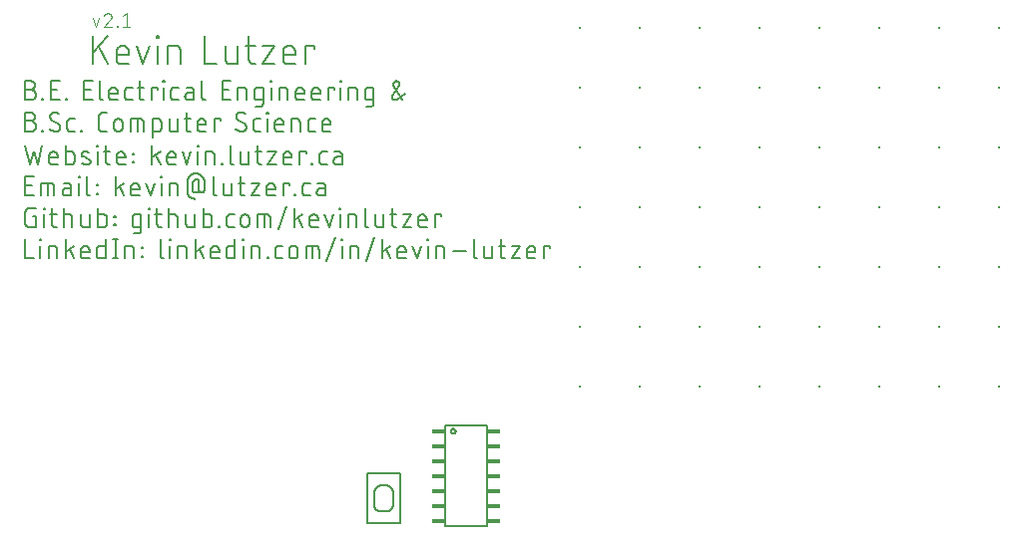
<source format=gbr>
G04 EAGLE Gerber RS-274X export*
G75*
%MOMM*%
%FSLAX34Y34*%
%LPD*%
%INSilkscreen Top*%
%IPPOS*%
%AMOC8*
5,1,8,0,0,1.08239X$1,22.5*%
G01*
%ADD10C,0.101600*%
%ADD11C,0.203200*%
%ADD12C,0.152400*%
%ADD13R,0.200000X0.200000*%
%ADD14R,1.016000X0.355600*%
%ADD15C,0.200000*%
%ADD16C,0.127000*%


D10*
X83058Y478197D02*
X85654Y470408D01*
X88251Y478197D01*
X96266Y482092D02*
X96373Y482090D01*
X96479Y482084D01*
X96585Y482074D01*
X96691Y482061D01*
X96797Y482043D01*
X96901Y482022D01*
X97005Y481997D01*
X97108Y481968D01*
X97209Y481936D01*
X97309Y481899D01*
X97408Y481859D01*
X97506Y481816D01*
X97602Y481769D01*
X97696Y481718D01*
X97788Y481664D01*
X97878Y481607D01*
X97966Y481547D01*
X98051Y481483D01*
X98134Y481416D01*
X98215Y481346D01*
X98293Y481274D01*
X98369Y481198D01*
X98441Y481120D01*
X98511Y481039D01*
X98578Y480956D01*
X98642Y480871D01*
X98702Y480783D01*
X98759Y480693D01*
X98813Y480601D01*
X98864Y480507D01*
X98911Y480411D01*
X98954Y480313D01*
X98994Y480214D01*
X99031Y480114D01*
X99063Y480013D01*
X99092Y479910D01*
X99117Y479806D01*
X99138Y479702D01*
X99156Y479596D01*
X99169Y479490D01*
X99179Y479384D01*
X99185Y479278D01*
X99187Y479171D01*
X96266Y482092D02*
X96145Y482090D01*
X96024Y482084D01*
X95904Y482074D01*
X95783Y482061D01*
X95664Y482043D01*
X95544Y482022D01*
X95426Y481997D01*
X95309Y481968D01*
X95192Y481935D01*
X95077Y481899D01*
X94963Y481858D01*
X94850Y481815D01*
X94738Y481767D01*
X94629Y481716D01*
X94521Y481661D01*
X94414Y481603D01*
X94310Y481542D01*
X94208Y481477D01*
X94108Y481409D01*
X94010Y481338D01*
X93914Y481264D01*
X93821Y481187D01*
X93731Y481106D01*
X93643Y481023D01*
X93558Y480937D01*
X93475Y480848D01*
X93396Y480757D01*
X93319Y480663D01*
X93246Y480567D01*
X93176Y480469D01*
X93109Y480368D01*
X93045Y480265D01*
X92985Y480160D01*
X92928Y480053D01*
X92874Y479945D01*
X92824Y479835D01*
X92778Y479723D01*
X92735Y479610D01*
X92696Y479495D01*
X98213Y476899D02*
X98292Y476976D01*
X98368Y477057D01*
X98441Y477140D01*
X98511Y477225D01*
X98578Y477313D01*
X98642Y477403D01*
X98702Y477495D01*
X98759Y477590D01*
X98813Y477686D01*
X98864Y477784D01*
X98911Y477884D01*
X98955Y477986D01*
X98995Y478089D01*
X99031Y478193D01*
X99063Y478299D01*
X99092Y478405D01*
X99117Y478513D01*
X99139Y478621D01*
X99156Y478731D01*
X99170Y478840D01*
X99179Y478950D01*
X99185Y479061D01*
X99187Y479171D01*
X98213Y476899D02*
X92696Y470408D01*
X99187Y470408D01*
X103618Y470408D02*
X103618Y471057D01*
X104267Y471057D01*
X104267Y470408D01*
X103618Y470408D01*
X108698Y479496D02*
X111943Y482092D01*
X111943Y470408D01*
X108698Y470408D02*
X115189Y470408D01*
D11*
X83566Y462534D02*
X83566Y439166D01*
X83566Y448254D02*
X96548Y462534D01*
X88759Y453446D02*
X96548Y439166D01*
X107402Y439166D02*
X113893Y439166D01*
X107402Y439166D02*
X107280Y439168D01*
X107157Y439174D01*
X107035Y439183D01*
X106914Y439197D01*
X106793Y439214D01*
X106672Y439235D01*
X106552Y439260D01*
X106433Y439288D01*
X106315Y439321D01*
X106198Y439357D01*
X106083Y439396D01*
X105968Y439440D01*
X105855Y439486D01*
X105744Y439537D01*
X105634Y439591D01*
X105526Y439648D01*
X105419Y439708D01*
X105315Y439772D01*
X105213Y439840D01*
X105113Y439910D01*
X105015Y439983D01*
X104919Y440060D01*
X104826Y440139D01*
X104736Y440222D01*
X104648Y440307D01*
X104563Y440395D01*
X104480Y440485D01*
X104401Y440578D01*
X104324Y440674D01*
X104251Y440772D01*
X104181Y440872D01*
X104113Y440974D01*
X104049Y441078D01*
X103989Y441185D01*
X103932Y441293D01*
X103878Y441403D01*
X103827Y441514D01*
X103781Y441627D01*
X103737Y441742D01*
X103698Y441857D01*
X103662Y441974D01*
X103629Y442092D01*
X103601Y442211D01*
X103576Y442331D01*
X103555Y442452D01*
X103538Y442573D01*
X103524Y442694D01*
X103515Y442816D01*
X103509Y442939D01*
X103507Y443061D01*
X103508Y443061D02*
X103508Y449552D01*
X103507Y449552D02*
X103509Y449695D01*
X103515Y449838D01*
X103525Y449981D01*
X103539Y450123D01*
X103556Y450265D01*
X103578Y450407D01*
X103603Y450548D01*
X103633Y450688D01*
X103666Y450827D01*
X103703Y450965D01*
X103744Y451102D01*
X103788Y451238D01*
X103837Y451373D01*
X103889Y451506D01*
X103944Y451638D01*
X104004Y451768D01*
X104067Y451897D01*
X104133Y452024D01*
X104203Y452149D01*
X104276Y452271D01*
X104353Y452392D01*
X104433Y452511D01*
X104516Y452627D01*
X104602Y452742D01*
X104691Y452853D01*
X104784Y452963D01*
X104879Y453069D01*
X104978Y453173D01*
X105079Y453274D01*
X105183Y453373D01*
X105289Y453468D01*
X105399Y453561D01*
X105510Y453650D01*
X105625Y453736D01*
X105741Y453819D01*
X105860Y453899D01*
X105981Y453976D01*
X106104Y454049D01*
X106228Y454119D01*
X106355Y454185D01*
X106484Y454248D01*
X106614Y454308D01*
X106746Y454363D01*
X106879Y454415D01*
X107014Y454464D01*
X107150Y454508D01*
X107287Y454549D01*
X107425Y454586D01*
X107564Y454619D01*
X107704Y454649D01*
X107845Y454674D01*
X107987Y454696D01*
X108129Y454713D01*
X108271Y454727D01*
X108414Y454737D01*
X108557Y454743D01*
X108700Y454745D01*
X108843Y454743D01*
X108986Y454737D01*
X109129Y454727D01*
X109271Y454713D01*
X109413Y454696D01*
X109555Y454674D01*
X109696Y454649D01*
X109836Y454619D01*
X109975Y454586D01*
X110113Y454549D01*
X110250Y454508D01*
X110386Y454464D01*
X110521Y454415D01*
X110654Y454363D01*
X110786Y454308D01*
X110916Y454248D01*
X111045Y454185D01*
X111172Y454119D01*
X111297Y454049D01*
X111419Y453976D01*
X111540Y453899D01*
X111659Y453819D01*
X111775Y453736D01*
X111890Y453650D01*
X112001Y453561D01*
X112111Y453468D01*
X112217Y453373D01*
X112321Y453274D01*
X112422Y453173D01*
X112521Y453069D01*
X112616Y452963D01*
X112709Y452853D01*
X112798Y452742D01*
X112884Y452627D01*
X112967Y452511D01*
X113047Y452392D01*
X113124Y452271D01*
X113197Y452149D01*
X113267Y452024D01*
X113333Y451897D01*
X113396Y451768D01*
X113456Y451638D01*
X113511Y451506D01*
X113563Y451373D01*
X113612Y451238D01*
X113656Y451102D01*
X113697Y450965D01*
X113734Y450827D01*
X113767Y450688D01*
X113797Y450548D01*
X113822Y450407D01*
X113844Y450265D01*
X113861Y450123D01*
X113875Y449981D01*
X113885Y449838D01*
X113891Y449695D01*
X113893Y449552D01*
X113893Y446955D01*
X103508Y446955D01*
X120907Y454745D02*
X126099Y439166D01*
X131292Y454745D01*
X138627Y454745D02*
X138627Y439166D01*
X137978Y461236D02*
X137978Y462534D01*
X139276Y462534D01*
X139276Y461236D01*
X137978Y461236D01*
X147353Y454745D02*
X147353Y439166D01*
X147353Y454745D02*
X153844Y454745D01*
X153966Y454743D01*
X154089Y454737D01*
X154211Y454728D01*
X154332Y454714D01*
X154453Y454697D01*
X154574Y454676D01*
X154694Y454651D01*
X154813Y454623D01*
X154931Y454590D01*
X155048Y454554D01*
X155163Y454515D01*
X155278Y454471D01*
X155391Y454425D01*
X155502Y454374D01*
X155612Y454320D01*
X155720Y454263D01*
X155827Y454203D01*
X155931Y454139D01*
X156033Y454071D01*
X156133Y454001D01*
X156231Y453928D01*
X156327Y453851D01*
X156420Y453772D01*
X156510Y453689D01*
X156598Y453604D01*
X156683Y453516D01*
X156766Y453426D01*
X156845Y453333D01*
X156922Y453237D01*
X156995Y453139D01*
X157065Y453039D01*
X157133Y452937D01*
X157197Y452833D01*
X157257Y452726D01*
X157314Y452618D01*
X157368Y452508D01*
X157419Y452397D01*
X157465Y452284D01*
X157509Y452169D01*
X157548Y452054D01*
X157584Y451937D01*
X157617Y451819D01*
X157645Y451700D01*
X157670Y451580D01*
X157691Y451459D01*
X157708Y451338D01*
X157722Y451217D01*
X157731Y451095D01*
X157737Y450972D01*
X157739Y450850D01*
X157739Y439166D01*
X178093Y439166D02*
X178093Y462534D01*
X178093Y439166D02*
X188479Y439166D01*
X196070Y443061D02*
X196070Y454745D01*
X196070Y443061D02*
X196072Y442939D01*
X196078Y442816D01*
X196087Y442694D01*
X196101Y442573D01*
X196118Y442452D01*
X196139Y442331D01*
X196164Y442211D01*
X196192Y442092D01*
X196225Y441974D01*
X196261Y441857D01*
X196300Y441742D01*
X196344Y441627D01*
X196390Y441514D01*
X196441Y441403D01*
X196495Y441293D01*
X196552Y441185D01*
X196612Y441078D01*
X196676Y440974D01*
X196744Y440872D01*
X196814Y440772D01*
X196887Y440674D01*
X196964Y440578D01*
X197043Y440485D01*
X197126Y440395D01*
X197211Y440307D01*
X197299Y440222D01*
X197389Y440139D01*
X197482Y440060D01*
X197578Y439983D01*
X197676Y439910D01*
X197776Y439840D01*
X197878Y439772D01*
X197982Y439708D01*
X198089Y439648D01*
X198197Y439591D01*
X198307Y439537D01*
X198418Y439486D01*
X198531Y439440D01*
X198646Y439396D01*
X198761Y439357D01*
X198878Y439321D01*
X198996Y439288D01*
X199115Y439260D01*
X199235Y439235D01*
X199356Y439214D01*
X199477Y439197D01*
X199598Y439183D01*
X199720Y439174D01*
X199843Y439168D01*
X199965Y439166D01*
X206456Y439166D01*
X206456Y454745D01*
X213291Y454745D02*
X221081Y454745D01*
X215888Y462534D02*
X215888Y443061D01*
X215887Y443061D02*
X215889Y442939D01*
X215895Y442816D01*
X215904Y442694D01*
X215918Y442573D01*
X215935Y442452D01*
X215956Y442331D01*
X215981Y442211D01*
X216009Y442092D01*
X216042Y441974D01*
X216078Y441857D01*
X216117Y441742D01*
X216161Y441627D01*
X216207Y441514D01*
X216258Y441403D01*
X216312Y441293D01*
X216369Y441185D01*
X216429Y441078D01*
X216493Y440974D01*
X216561Y440872D01*
X216631Y440772D01*
X216704Y440674D01*
X216781Y440578D01*
X216860Y440485D01*
X216943Y440395D01*
X217028Y440307D01*
X217116Y440222D01*
X217206Y440139D01*
X217299Y440060D01*
X217395Y439983D01*
X217493Y439910D01*
X217593Y439840D01*
X217695Y439772D01*
X217799Y439708D01*
X217906Y439648D01*
X218014Y439591D01*
X218124Y439537D01*
X218235Y439486D01*
X218348Y439440D01*
X218463Y439396D01*
X218578Y439357D01*
X218695Y439321D01*
X218813Y439288D01*
X218932Y439260D01*
X219052Y439235D01*
X219173Y439214D01*
X219294Y439197D01*
X219415Y439183D01*
X219537Y439174D01*
X219660Y439168D01*
X219782Y439166D01*
X221081Y439166D01*
X227388Y454745D02*
X237774Y454745D01*
X227388Y439166D01*
X237774Y439166D01*
X248682Y439166D02*
X255173Y439166D01*
X248682Y439166D02*
X248560Y439168D01*
X248437Y439174D01*
X248315Y439183D01*
X248194Y439197D01*
X248073Y439214D01*
X247952Y439235D01*
X247832Y439260D01*
X247713Y439288D01*
X247595Y439321D01*
X247478Y439357D01*
X247363Y439396D01*
X247248Y439440D01*
X247135Y439486D01*
X247024Y439537D01*
X246914Y439591D01*
X246806Y439648D01*
X246699Y439708D01*
X246595Y439772D01*
X246493Y439840D01*
X246393Y439910D01*
X246295Y439983D01*
X246199Y440060D01*
X246106Y440139D01*
X246016Y440222D01*
X245928Y440307D01*
X245843Y440395D01*
X245760Y440485D01*
X245681Y440578D01*
X245604Y440674D01*
X245531Y440772D01*
X245461Y440872D01*
X245393Y440974D01*
X245329Y441078D01*
X245269Y441185D01*
X245212Y441293D01*
X245158Y441403D01*
X245107Y441514D01*
X245061Y441627D01*
X245017Y441742D01*
X244978Y441857D01*
X244942Y441974D01*
X244909Y442092D01*
X244881Y442211D01*
X244856Y442331D01*
X244835Y442452D01*
X244818Y442573D01*
X244804Y442694D01*
X244795Y442816D01*
X244789Y442939D01*
X244787Y443061D01*
X244787Y449552D01*
X244789Y449695D01*
X244795Y449838D01*
X244805Y449981D01*
X244819Y450123D01*
X244836Y450265D01*
X244858Y450407D01*
X244883Y450548D01*
X244913Y450688D01*
X244946Y450827D01*
X244983Y450965D01*
X245024Y451102D01*
X245068Y451238D01*
X245117Y451373D01*
X245169Y451506D01*
X245224Y451638D01*
X245284Y451768D01*
X245347Y451897D01*
X245413Y452024D01*
X245483Y452149D01*
X245556Y452271D01*
X245633Y452392D01*
X245713Y452511D01*
X245796Y452627D01*
X245882Y452742D01*
X245971Y452853D01*
X246064Y452963D01*
X246159Y453069D01*
X246258Y453173D01*
X246359Y453274D01*
X246463Y453373D01*
X246569Y453468D01*
X246679Y453561D01*
X246790Y453650D01*
X246905Y453736D01*
X247021Y453819D01*
X247140Y453899D01*
X247261Y453976D01*
X247384Y454049D01*
X247508Y454119D01*
X247635Y454185D01*
X247764Y454248D01*
X247894Y454308D01*
X248026Y454363D01*
X248159Y454415D01*
X248294Y454464D01*
X248430Y454508D01*
X248567Y454549D01*
X248705Y454586D01*
X248844Y454619D01*
X248984Y454649D01*
X249125Y454674D01*
X249267Y454696D01*
X249409Y454713D01*
X249551Y454727D01*
X249694Y454737D01*
X249837Y454743D01*
X249980Y454745D01*
X250123Y454743D01*
X250266Y454737D01*
X250409Y454727D01*
X250551Y454713D01*
X250693Y454696D01*
X250835Y454674D01*
X250976Y454649D01*
X251116Y454619D01*
X251255Y454586D01*
X251393Y454549D01*
X251530Y454508D01*
X251666Y454464D01*
X251801Y454415D01*
X251934Y454363D01*
X252066Y454308D01*
X252196Y454248D01*
X252325Y454185D01*
X252452Y454119D01*
X252577Y454049D01*
X252699Y453976D01*
X252820Y453899D01*
X252939Y453819D01*
X253055Y453736D01*
X253170Y453650D01*
X253281Y453561D01*
X253391Y453468D01*
X253497Y453373D01*
X253601Y453274D01*
X253702Y453173D01*
X253801Y453069D01*
X253896Y452963D01*
X253989Y452853D01*
X254078Y452742D01*
X254164Y452627D01*
X254247Y452511D01*
X254327Y452392D01*
X254404Y452271D01*
X254477Y452149D01*
X254547Y452024D01*
X254613Y451897D01*
X254676Y451768D01*
X254736Y451638D01*
X254791Y451506D01*
X254843Y451373D01*
X254892Y451238D01*
X254936Y451102D01*
X254977Y450965D01*
X255014Y450827D01*
X255047Y450688D01*
X255077Y450548D01*
X255102Y450407D01*
X255124Y450265D01*
X255141Y450123D01*
X255155Y449981D01*
X255165Y449838D01*
X255171Y449695D01*
X255173Y449552D01*
X255173Y446955D01*
X244787Y446955D01*
X263642Y439166D02*
X263642Y454745D01*
X271431Y454745D01*
X271431Y452148D01*
D12*
X30678Y417463D02*
X26162Y417463D01*
X30678Y417464D02*
X30811Y417462D01*
X30943Y417456D01*
X31075Y417446D01*
X31207Y417433D01*
X31339Y417415D01*
X31469Y417394D01*
X31600Y417369D01*
X31729Y417340D01*
X31857Y417307D01*
X31985Y417271D01*
X32111Y417231D01*
X32236Y417187D01*
X32360Y417139D01*
X32482Y417088D01*
X32603Y417033D01*
X32722Y416975D01*
X32840Y416913D01*
X32955Y416848D01*
X33069Y416779D01*
X33180Y416708D01*
X33289Y416632D01*
X33396Y416554D01*
X33501Y416473D01*
X33603Y416388D01*
X33703Y416301D01*
X33800Y416211D01*
X33895Y416118D01*
X33986Y416022D01*
X34075Y415924D01*
X34161Y415823D01*
X34244Y415719D01*
X34324Y415613D01*
X34400Y415505D01*
X34474Y415395D01*
X34544Y415282D01*
X34611Y415168D01*
X34674Y415051D01*
X34734Y414933D01*
X34791Y414813D01*
X34844Y414691D01*
X34893Y414568D01*
X34939Y414444D01*
X34981Y414318D01*
X35019Y414191D01*
X35054Y414063D01*
X35085Y413934D01*
X35112Y413805D01*
X35135Y413674D01*
X35155Y413543D01*
X35170Y413411D01*
X35182Y413279D01*
X35190Y413147D01*
X35194Y413014D01*
X35194Y412882D01*
X35190Y412749D01*
X35182Y412617D01*
X35170Y412485D01*
X35155Y412353D01*
X35135Y412222D01*
X35112Y412091D01*
X35085Y411962D01*
X35054Y411833D01*
X35019Y411705D01*
X34981Y411578D01*
X34939Y411452D01*
X34893Y411328D01*
X34844Y411205D01*
X34791Y411083D01*
X34734Y410963D01*
X34674Y410845D01*
X34611Y410728D01*
X34544Y410614D01*
X34474Y410501D01*
X34400Y410391D01*
X34324Y410283D01*
X34244Y410177D01*
X34161Y410073D01*
X34075Y409972D01*
X33986Y409874D01*
X33895Y409778D01*
X33800Y409685D01*
X33703Y409595D01*
X33603Y409508D01*
X33501Y409423D01*
X33396Y409342D01*
X33289Y409264D01*
X33180Y409188D01*
X33069Y409117D01*
X32955Y409048D01*
X32840Y408983D01*
X32722Y408921D01*
X32603Y408863D01*
X32482Y408808D01*
X32360Y408757D01*
X32236Y408709D01*
X32111Y408665D01*
X31985Y408625D01*
X31857Y408589D01*
X31729Y408556D01*
X31600Y408527D01*
X31469Y408502D01*
X31339Y408481D01*
X31207Y408463D01*
X31075Y408450D01*
X30943Y408440D01*
X30811Y408434D01*
X30678Y408432D01*
X26162Y408432D01*
X26162Y424688D01*
X30678Y424688D01*
X30797Y424686D01*
X30917Y424680D01*
X31036Y424670D01*
X31154Y424656D01*
X31273Y424639D01*
X31390Y424617D01*
X31507Y424592D01*
X31622Y424562D01*
X31737Y424529D01*
X31851Y424492D01*
X31963Y424452D01*
X32074Y424407D01*
X32183Y424359D01*
X32291Y424308D01*
X32397Y424253D01*
X32501Y424194D01*
X32603Y424132D01*
X32703Y424067D01*
X32801Y423998D01*
X32897Y423926D01*
X32990Y423851D01*
X33080Y423774D01*
X33168Y423693D01*
X33253Y423609D01*
X33335Y423522D01*
X33415Y423433D01*
X33491Y423341D01*
X33565Y423247D01*
X33635Y423150D01*
X33702Y423052D01*
X33766Y422951D01*
X33826Y422847D01*
X33883Y422742D01*
X33936Y422635D01*
X33986Y422527D01*
X34032Y422417D01*
X34074Y422305D01*
X34113Y422192D01*
X34148Y422078D01*
X34179Y421963D01*
X34207Y421846D01*
X34230Y421729D01*
X34250Y421612D01*
X34266Y421493D01*
X34278Y421374D01*
X34286Y421255D01*
X34290Y421136D01*
X34290Y421016D01*
X34286Y420897D01*
X34278Y420778D01*
X34266Y420659D01*
X34250Y420540D01*
X34230Y420423D01*
X34207Y420306D01*
X34179Y420189D01*
X34148Y420074D01*
X34113Y419960D01*
X34074Y419847D01*
X34032Y419735D01*
X33986Y419625D01*
X33936Y419517D01*
X33883Y419410D01*
X33826Y419305D01*
X33766Y419201D01*
X33702Y419100D01*
X33635Y419002D01*
X33565Y418905D01*
X33491Y418811D01*
X33415Y418719D01*
X33335Y418630D01*
X33253Y418543D01*
X33168Y418459D01*
X33080Y418378D01*
X32990Y418301D01*
X32897Y418226D01*
X32801Y418154D01*
X32703Y418085D01*
X32603Y418020D01*
X32501Y417958D01*
X32397Y417899D01*
X32291Y417844D01*
X32183Y417793D01*
X32074Y417745D01*
X31963Y417700D01*
X31851Y417660D01*
X31737Y417623D01*
X31622Y417590D01*
X31507Y417560D01*
X31390Y417535D01*
X31273Y417513D01*
X31154Y417496D01*
X31036Y417482D01*
X30917Y417472D01*
X30797Y417466D01*
X30678Y417464D01*
X40436Y409335D02*
X40436Y408432D01*
X40436Y409335D02*
X41339Y409335D01*
X41339Y408432D01*
X40436Y408432D01*
X47865Y408432D02*
X55089Y408432D01*
X47865Y408432D02*
X47865Y424688D01*
X55089Y424688D01*
X53283Y417463D02*
X47865Y417463D01*
X60235Y409335D02*
X60235Y408432D01*
X60235Y409335D02*
X61138Y409335D01*
X61138Y408432D01*
X60235Y408432D01*
X76001Y408432D02*
X83226Y408432D01*
X76001Y408432D02*
X76001Y424688D01*
X83226Y424688D01*
X81419Y417463D02*
X76001Y417463D01*
X89095Y411141D02*
X89095Y424688D01*
X89095Y411141D02*
X89097Y411040D01*
X89103Y410939D01*
X89112Y410838D01*
X89125Y410737D01*
X89142Y410637D01*
X89163Y410538D01*
X89187Y410440D01*
X89215Y410343D01*
X89247Y410246D01*
X89282Y410151D01*
X89321Y410058D01*
X89363Y409966D01*
X89409Y409875D01*
X89458Y409787D01*
X89510Y409700D01*
X89566Y409615D01*
X89624Y409532D01*
X89686Y409452D01*
X89751Y409374D01*
X89818Y409298D01*
X89888Y409225D01*
X89961Y409155D01*
X90037Y409088D01*
X90115Y409023D01*
X90195Y408961D01*
X90278Y408903D01*
X90363Y408847D01*
X90450Y408795D01*
X90538Y408746D01*
X90629Y408700D01*
X90721Y408658D01*
X90814Y408619D01*
X90909Y408584D01*
X91006Y408552D01*
X91103Y408524D01*
X91201Y408500D01*
X91300Y408479D01*
X91400Y408462D01*
X91501Y408449D01*
X91602Y408440D01*
X91703Y408434D01*
X91804Y408432D01*
X99904Y408432D02*
X104419Y408432D01*
X99904Y408432D02*
X99803Y408434D01*
X99702Y408440D01*
X99601Y408449D01*
X99500Y408462D01*
X99400Y408479D01*
X99301Y408500D01*
X99203Y408524D01*
X99106Y408552D01*
X99009Y408584D01*
X98914Y408619D01*
X98821Y408658D01*
X98729Y408700D01*
X98638Y408746D01*
X98550Y408795D01*
X98463Y408847D01*
X98378Y408903D01*
X98295Y408961D01*
X98215Y409023D01*
X98137Y409088D01*
X98061Y409155D01*
X97988Y409225D01*
X97918Y409298D01*
X97851Y409374D01*
X97786Y409452D01*
X97724Y409532D01*
X97666Y409615D01*
X97610Y409700D01*
X97558Y409787D01*
X97509Y409875D01*
X97463Y409966D01*
X97421Y410058D01*
X97382Y410151D01*
X97347Y410246D01*
X97315Y410343D01*
X97287Y410440D01*
X97263Y410538D01*
X97242Y410637D01*
X97225Y410737D01*
X97212Y410838D01*
X97203Y410939D01*
X97197Y411040D01*
X97195Y411141D01*
X97195Y415657D01*
X97197Y415776D01*
X97203Y415896D01*
X97213Y416015D01*
X97227Y416133D01*
X97244Y416252D01*
X97266Y416369D01*
X97291Y416486D01*
X97321Y416601D01*
X97354Y416716D01*
X97391Y416830D01*
X97431Y416942D01*
X97476Y417053D01*
X97524Y417162D01*
X97575Y417270D01*
X97630Y417376D01*
X97689Y417480D01*
X97751Y417582D01*
X97816Y417682D01*
X97885Y417780D01*
X97957Y417876D01*
X98032Y417969D01*
X98109Y418059D01*
X98190Y418147D01*
X98274Y418232D01*
X98361Y418314D01*
X98450Y418394D01*
X98542Y418470D01*
X98636Y418544D01*
X98733Y418614D01*
X98831Y418681D01*
X98932Y418745D01*
X99036Y418805D01*
X99141Y418862D01*
X99248Y418915D01*
X99356Y418965D01*
X99466Y419011D01*
X99578Y419053D01*
X99691Y419092D01*
X99805Y419127D01*
X99920Y419158D01*
X100037Y419186D01*
X100154Y419209D01*
X100271Y419229D01*
X100390Y419245D01*
X100509Y419257D01*
X100628Y419265D01*
X100747Y419269D01*
X100867Y419269D01*
X100986Y419265D01*
X101105Y419257D01*
X101224Y419245D01*
X101343Y419229D01*
X101460Y419209D01*
X101577Y419186D01*
X101694Y419158D01*
X101809Y419127D01*
X101923Y419092D01*
X102036Y419053D01*
X102148Y419011D01*
X102258Y418965D01*
X102366Y418915D01*
X102473Y418862D01*
X102578Y418805D01*
X102682Y418745D01*
X102783Y418681D01*
X102881Y418614D01*
X102978Y418544D01*
X103072Y418470D01*
X103164Y418394D01*
X103253Y418314D01*
X103340Y418232D01*
X103424Y418147D01*
X103505Y418059D01*
X103582Y417969D01*
X103657Y417876D01*
X103729Y417780D01*
X103798Y417682D01*
X103863Y417582D01*
X103925Y417480D01*
X103984Y417376D01*
X104039Y417270D01*
X104090Y417162D01*
X104138Y417053D01*
X104183Y416942D01*
X104223Y416830D01*
X104260Y416716D01*
X104293Y416601D01*
X104323Y416486D01*
X104348Y416369D01*
X104370Y416252D01*
X104387Y416133D01*
X104401Y416015D01*
X104411Y415896D01*
X104417Y415776D01*
X104419Y415657D01*
X104419Y413851D01*
X97195Y413851D01*
X113469Y408432D02*
X117081Y408432D01*
X113469Y408432D02*
X113368Y408434D01*
X113267Y408440D01*
X113166Y408449D01*
X113065Y408462D01*
X112965Y408479D01*
X112866Y408500D01*
X112768Y408524D01*
X112671Y408552D01*
X112574Y408584D01*
X112479Y408619D01*
X112386Y408658D01*
X112294Y408700D01*
X112203Y408746D01*
X112115Y408795D01*
X112028Y408847D01*
X111943Y408903D01*
X111860Y408961D01*
X111780Y409023D01*
X111702Y409088D01*
X111626Y409155D01*
X111553Y409225D01*
X111483Y409298D01*
X111416Y409374D01*
X111351Y409452D01*
X111289Y409532D01*
X111231Y409615D01*
X111175Y409700D01*
X111123Y409787D01*
X111074Y409875D01*
X111028Y409966D01*
X110986Y410058D01*
X110947Y410151D01*
X110912Y410246D01*
X110880Y410343D01*
X110852Y410440D01*
X110828Y410538D01*
X110807Y410637D01*
X110790Y410737D01*
X110777Y410838D01*
X110768Y410939D01*
X110762Y411040D01*
X110760Y411141D01*
X110759Y411141D02*
X110759Y416560D01*
X110760Y416560D02*
X110762Y416661D01*
X110768Y416762D01*
X110777Y416863D01*
X110790Y416964D01*
X110807Y417064D01*
X110828Y417163D01*
X110852Y417261D01*
X110880Y417358D01*
X110912Y417455D01*
X110947Y417550D01*
X110986Y417643D01*
X111028Y417735D01*
X111074Y417826D01*
X111123Y417915D01*
X111175Y418001D01*
X111231Y418086D01*
X111289Y418169D01*
X111351Y418249D01*
X111416Y418327D01*
X111483Y418403D01*
X111553Y418476D01*
X111626Y418546D01*
X111702Y418613D01*
X111780Y418678D01*
X111860Y418740D01*
X111943Y418798D01*
X112028Y418854D01*
X112115Y418906D01*
X112203Y418955D01*
X112294Y419001D01*
X112386Y419043D01*
X112479Y419082D01*
X112574Y419117D01*
X112671Y419149D01*
X112768Y419177D01*
X112866Y419201D01*
X112965Y419222D01*
X113065Y419239D01*
X113166Y419252D01*
X113267Y419261D01*
X113368Y419267D01*
X113469Y419269D01*
X117081Y419269D01*
X121428Y419269D02*
X126847Y419269D01*
X123235Y424688D02*
X123235Y411141D01*
X123237Y411040D01*
X123243Y410939D01*
X123252Y410838D01*
X123265Y410737D01*
X123282Y410637D01*
X123303Y410538D01*
X123327Y410440D01*
X123355Y410343D01*
X123387Y410246D01*
X123422Y410151D01*
X123461Y410058D01*
X123503Y409966D01*
X123549Y409875D01*
X123598Y409787D01*
X123650Y409700D01*
X123706Y409615D01*
X123764Y409532D01*
X123826Y409452D01*
X123891Y409374D01*
X123958Y409298D01*
X124028Y409225D01*
X124101Y409155D01*
X124177Y409088D01*
X124255Y409023D01*
X124335Y408961D01*
X124418Y408903D01*
X124503Y408847D01*
X124590Y408795D01*
X124678Y408746D01*
X124769Y408700D01*
X124861Y408658D01*
X124954Y408619D01*
X125049Y408584D01*
X125146Y408552D01*
X125243Y408524D01*
X125341Y408500D01*
X125440Y408479D01*
X125540Y408462D01*
X125641Y408449D01*
X125742Y408440D01*
X125843Y408434D01*
X125944Y408432D01*
X126847Y408432D01*
X133231Y408432D02*
X133231Y419269D01*
X138650Y419269D01*
X138650Y417463D01*
X143532Y419269D02*
X143532Y408432D01*
X143081Y423785D02*
X143081Y424688D01*
X143984Y424688D01*
X143984Y423785D01*
X143081Y423785D01*
X152547Y408432D02*
X156159Y408432D01*
X152547Y408432D02*
X152446Y408434D01*
X152345Y408440D01*
X152244Y408449D01*
X152143Y408462D01*
X152043Y408479D01*
X151944Y408500D01*
X151846Y408524D01*
X151749Y408552D01*
X151652Y408584D01*
X151557Y408619D01*
X151464Y408658D01*
X151372Y408700D01*
X151281Y408746D01*
X151193Y408795D01*
X151106Y408847D01*
X151021Y408903D01*
X150938Y408961D01*
X150858Y409023D01*
X150780Y409088D01*
X150704Y409155D01*
X150631Y409225D01*
X150561Y409298D01*
X150494Y409374D01*
X150429Y409452D01*
X150367Y409532D01*
X150309Y409615D01*
X150253Y409700D01*
X150201Y409787D01*
X150152Y409875D01*
X150106Y409966D01*
X150064Y410058D01*
X150025Y410151D01*
X149990Y410246D01*
X149958Y410343D01*
X149930Y410440D01*
X149906Y410538D01*
X149885Y410637D01*
X149868Y410737D01*
X149855Y410838D01*
X149846Y410939D01*
X149840Y411040D01*
X149838Y411141D01*
X149837Y411141D02*
X149837Y416560D01*
X149838Y416560D02*
X149840Y416661D01*
X149846Y416762D01*
X149855Y416863D01*
X149868Y416964D01*
X149885Y417064D01*
X149906Y417163D01*
X149930Y417261D01*
X149958Y417358D01*
X149990Y417455D01*
X150025Y417550D01*
X150064Y417643D01*
X150106Y417735D01*
X150152Y417826D01*
X150201Y417915D01*
X150253Y418001D01*
X150309Y418086D01*
X150367Y418169D01*
X150429Y418249D01*
X150494Y418327D01*
X150561Y418403D01*
X150631Y418476D01*
X150704Y418546D01*
X150780Y418613D01*
X150858Y418678D01*
X150938Y418740D01*
X151021Y418798D01*
X151106Y418854D01*
X151193Y418906D01*
X151281Y418955D01*
X151372Y419001D01*
X151464Y419043D01*
X151557Y419082D01*
X151652Y419117D01*
X151749Y419149D01*
X151846Y419177D01*
X151944Y419201D01*
X152043Y419222D01*
X152143Y419239D01*
X152244Y419252D01*
X152345Y419261D01*
X152446Y419267D01*
X152547Y419269D01*
X156159Y419269D01*
X164891Y414754D02*
X168955Y414754D01*
X164891Y414754D02*
X164779Y414752D01*
X164668Y414746D01*
X164557Y414736D01*
X164446Y414723D01*
X164336Y414705D01*
X164227Y414683D01*
X164118Y414658D01*
X164010Y414629D01*
X163904Y414596D01*
X163798Y414559D01*
X163694Y414519D01*
X163592Y414475D01*
X163491Y414427D01*
X163392Y414376D01*
X163294Y414321D01*
X163199Y414263D01*
X163106Y414202D01*
X163015Y414137D01*
X162926Y414069D01*
X162840Y413998D01*
X162757Y413925D01*
X162676Y413848D01*
X162597Y413768D01*
X162522Y413686D01*
X162450Y413601D01*
X162380Y413514D01*
X162314Y413424D01*
X162251Y413332D01*
X162191Y413237D01*
X162135Y413141D01*
X162082Y413043D01*
X162033Y412943D01*
X161987Y412841D01*
X161945Y412738D01*
X161906Y412633D01*
X161871Y412527D01*
X161840Y412420D01*
X161813Y412312D01*
X161789Y412203D01*
X161770Y412093D01*
X161754Y411983D01*
X161742Y411872D01*
X161734Y411760D01*
X161730Y411649D01*
X161730Y411537D01*
X161734Y411426D01*
X161742Y411314D01*
X161754Y411203D01*
X161770Y411093D01*
X161789Y410983D01*
X161813Y410874D01*
X161840Y410766D01*
X161871Y410659D01*
X161906Y410553D01*
X161945Y410448D01*
X161987Y410345D01*
X162033Y410243D01*
X162082Y410143D01*
X162135Y410045D01*
X162191Y409949D01*
X162251Y409854D01*
X162314Y409762D01*
X162380Y409672D01*
X162450Y409585D01*
X162522Y409500D01*
X162597Y409418D01*
X162676Y409338D01*
X162757Y409261D01*
X162840Y409188D01*
X162926Y409117D01*
X163015Y409049D01*
X163106Y408984D01*
X163199Y408923D01*
X163294Y408865D01*
X163392Y408810D01*
X163491Y408759D01*
X163592Y408711D01*
X163694Y408667D01*
X163798Y408627D01*
X163904Y408590D01*
X164010Y408557D01*
X164118Y408528D01*
X164227Y408503D01*
X164336Y408481D01*
X164446Y408463D01*
X164557Y408450D01*
X164668Y408440D01*
X164779Y408434D01*
X164891Y408432D01*
X168955Y408432D01*
X168955Y416560D01*
X168953Y416661D01*
X168947Y416762D01*
X168938Y416863D01*
X168925Y416964D01*
X168908Y417064D01*
X168887Y417163D01*
X168863Y417261D01*
X168835Y417358D01*
X168803Y417455D01*
X168768Y417550D01*
X168729Y417643D01*
X168687Y417735D01*
X168641Y417826D01*
X168592Y417915D01*
X168540Y418001D01*
X168484Y418086D01*
X168426Y418169D01*
X168364Y418249D01*
X168299Y418327D01*
X168232Y418403D01*
X168162Y418476D01*
X168089Y418546D01*
X168013Y418613D01*
X167935Y418678D01*
X167855Y418740D01*
X167772Y418798D01*
X167687Y418854D01*
X167601Y418906D01*
X167512Y418955D01*
X167421Y419001D01*
X167329Y419043D01*
X167236Y419082D01*
X167141Y419117D01*
X167044Y419149D01*
X166947Y419177D01*
X166849Y419201D01*
X166750Y419222D01*
X166650Y419239D01*
X166549Y419252D01*
X166448Y419261D01*
X166347Y419267D01*
X166246Y419269D01*
X162633Y419269D01*
X176109Y424688D02*
X176109Y411141D01*
X176111Y411040D01*
X176117Y410939D01*
X176126Y410838D01*
X176139Y410737D01*
X176156Y410637D01*
X176177Y410538D01*
X176201Y410440D01*
X176229Y410343D01*
X176261Y410246D01*
X176296Y410151D01*
X176335Y410058D01*
X176377Y409966D01*
X176423Y409875D01*
X176472Y409787D01*
X176524Y409700D01*
X176580Y409615D01*
X176638Y409532D01*
X176700Y409452D01*
X176765Y409374D01*
X176832Y409298D01*
X176902Y409225D01*
X176975Y409155D01*
X177051Y409088D01*
X177129Y409023D01*
X177209Y408961D01*
X177292Y408903D01*
X177377Y408847D01*
X177464Y408795D01*
X177552Y408746D01*
X177643Y408700D01*
X177735Y408658D01*
X177828Y408619D01*
X177923Y408584D01*
X178020Y408552D01*
X178117Y408524D01*
X178215Y408500D01*
X178314Y408479D01*
X178414Y408462D01*
X178515Y408449D01*
X178616Y408440D01*
X178717Y408434D01*
X178818Y408432D01*
X193235Y408432D02*
X200460Y408432D01*
X193235Y408432D02*
X193235Y424688D01*
X200460Y424688D01*
X198654Y417463D02*
X193235Y417463D01*
X206613Y419269D02*
X206613Y408432D01*
X206613Y419269D02*
X211129Y419269D01*
X211233Y419267D01*
X211336Y419261D01*
X211440Y419251D01*
X211543Y419237D01*
X211645Y419219D01*
X211746Y419198D01*
X211847Y419172D01*
X211946Y419143D01*
X212045Y419110D01*
X212142Y419073D01*
X212237Y419032D01*
X212331Y418988D01*
X212423Y418940D01*
X212513Y418889D01*
X212602Y418834D01*
X212688Y418776D01*
X212771Y418714D01*
X212853Y418650D01*
X212931Y418582D01*
X213007Y418512D01*
X213081Y418439D01*
X213151Y418362D01*
X213219Y418284D01*
X213283Y418202D01*
X213345Y418119D01*
X213403Y418033D01*
X213458Y417944D01*
X213509Y417854D01*
X213557Y417762D01*
X213601Y417668D01*
X213642Y417573D01*
X213679Y417476D01*
X213712Y417377D01*
X213741Y417278D01*
X213767Y417177D01*
X213788Y417076D01*
X213806Y416974D01*
X213820Y416871D01*
X213830Y416767D01*
X213836Y416664D01*
X213838Y416560D01*
X213838Y408432D01*
X223317Y408432D02*
X227833Y408432D01*
X223317Y408432D02*
X223216Y408434D01*
X223115Y408440D01*
X223014Y408449D01*
X222913Y408462D01*
X222813Y408479D01*
X222714Y408500D01*
X222616Y408524D01*
X222519Y408552D01*
X222422Y408584D01*
X222327Y408619D01*
X222234Y408658D01*
X222142Y408700D01*
X222051Y408746D01*
X221963Y408795D01*
X221876Y408847D01*
X221791Y408903D01*
X221708Y408961D01*
X221628Y409023D01*
X221550Y409088D01*
X221474Y409155D01*
X221401Y409225D01*
X221331Y409298D01*
X221264Y409374D01*
X221199Y409452D01*
X221137Y409532D01*
X221079Y409615D01*
X221023Y409700D01*
X220971Y409787D01*
X220922Y409875D01*
X220876Y409966D01*
X220834Y410058D01*
X220795Y410151D01*
X220760Y410246D01*
X220728Y410343D01*
X220700Y410440D01*
X220676Y410538D01*
X220655Y410637D01*
X220638Y410737D01*
X220625Y410838D01*
X220616Y410939D01*
X220610Y411040D01*
X220608Y411141D01*
X220608Y416560D01*
X220610Y416661D01*
X220616Y416762D01*
X220625Y416863D01*
X220638Y416964D01*
X220655Y417064D01*
X220676Y417163D01*
X220700Y417261D01*
X220728Y417358D01*
X220760Y417455D01*
X220795Y417550D01*
X220834Y417643D01*
X220876Y417735D01*
X220922Y417826D01*
X220971Y417915D01*
X221023Y418001D01*
X221079Y418086D01*
X221137Y418169D01*
X221199Y418249D01*
X221264Y418327D01*
X221331Y418403D01*
X221401Y418476D01*
X221474Y418546D01*
X221550Y418613D01*
X221628Y418678D01*
X221708Y418740D01*
X221791Y418798D01*
X221876Y418854D01*
X221963Y418906D01*
X222051Y418955D01*
X222142Y419001D01*
X222234Y419043D01*
X222327Y419082D01*
X222422Y419117D01*
X222519Y419149D01*
X222616Y419177D01*
X222714Y419201D01*
X222813Y419222D01*
X222913Y419239D01*
X223014Y419252D01*
X223115Y419261D01*
X223216Y419267D01*
X223317Y419269D01*
X227833Y419269D01*
X227833Y405723D01*
X227832Y405723D02*
X227830Y405619D01*
X227824Y405516D01*
X227814Y405412D01*
X227800Y405309D01*
X227782Y405207D01*
X227761Y405106D01*
X227735Y405005D01*
X227706Y404906D01*
X227673Y404807D01*
X227636Y404710D01*
X227595Y404615D01*
X227551Y404521D01*
X227503Y404429D01*
X227452Y404339D01*
X227397Y404250D01*
X227339Y404164D01*
X227277Y404081D01*
X227213Y403999D01*
X227145Y403921D01*
X227075Y403845D01*
X227002Y403771D01*
X226925Y403701D01*
X226847Y403633D01*
X226765Y403569D01*
X226682Y403507D01*
X226596Y403449D01*
X226507Y403394D01*
X226417Y403343D01*
X226325Y403295D01*
X226231Y403251D01*
X226136Y403210D01*
X226039Y403173D01*
X225940Y403140D01*
X225841Y403111D01*
X225740Y403085D01*
X225639Y403064D01*
X225537Y403046D01*
X225434Y403032D01*
X225330Y403022D01*
X225227Y403016D01*
X225123Y403014D01*
X225123Y403013D02*
X221511Y403013D01*
X234714Y408432D02*
X234714Y419269D01*
X234263Y423785D02*
X234263Y424688D01*
X235166Y424688D01*
X235166Y423785D01*
X234263Y423785D01*
X241523Y419269D02*
X241523Y408432D01*
X241523Y419269D02*
X246038Y419269D01*
X246142Y419267D01*
X246245Y419261D01*
X246349Y419251D01*
X246452Y419237D01*
X246554Y419219D01*
X246655Y419198D01*
X246756Y419172D01*
X246855Y419143D01*
X246954Y419110D01*
X247051Y419073D01*
X247146Y419032D01*
X247240Y418988D01*
X247332Y418940D01*
X247422Y418889D01*
X247511Y418834D01*
X247597Y418776D01*
X247680Y418714D01*
X247762Y418650D01*
X247840Y418582D01*
X247916Y418512D01*
X247990Y418439D01*
X248060Y418362D01*
X248128Y418284D01*
X248192Y418202D01*
X248254Y418119D01*
X248312Y418033D01*
X248367Y417944D01*
X248418Y417854D01*
X248466Y417762D01*
X248510Y417668D01*
X248551Y417573D01*
X248588Y417476D01*
X248621Y417377D01*
X248650Y417278D01*
X248676Y417177D01*
X248697Y417076D01*
X248715Y416974D01*
X248729Y416871D01*
X248739Y416767D01*
X248745Y416664D01*
X248747Y416560D01*
X248748Y416560D02*
X248748Y408432D01*
X258300Y408432D02*
X262816Y408432D01*
X258300Y408432D02*
X258199Y408434D01*
X258098Y408440D01*
X257997Y408449D01*
X257896Y408462D01*
X257796Y408479D01*
X257697Y408500D01*
X257599Y408524D01*
X257502Y408552D01*
X257405Y408584D01*
X257310Y408619D01*
X257217Y408658D01*
X257125Y408700D01*
X257034Y408746D01*
X256946Y408795D01*
X256859Y408847D01*
X256774Y408903D01*
X256691Y408961D01*
X256611Y409023D01*
X256533Y409088D01*
X256457Y409155D01*
X256384Y409225D01*
X256314Y409298D01*
X256247Y409374D01*
X256182Y409452D01*
X256120Y409532D01*
X256062Y409615D01*
X256006Y409700D01*
X255954Y409787D01*
X255905Y409875D01*
X255859Y409966D01*
X255817Y410058D01*
X255778Y410151D01*
X255743Y410246D01*
X255711Y410343D01*
X255683Y410440D01*
X255659Y410538D01*
X255638Y410637D01*
X255621Y410737D01*
X255608Y410838D01*
X255599Y410939D01*
X255593Y411040D01*
X255591Y411141D01*
X255591Y415657D01*
X255593Y415776D01*
X255599Y415896D01*
X255609Y416015D01*
X255623Y416133D01*
X255640Y416252D01*
X255662Y416369D01*
X255687Y416486D01*
X255717Y416601D01*
X255750Y416716D01*
X255787Y416830D01*
X255827Y416942D01*
X255872Y417053D01*
X255920Y417162D01*
X255971Y417270D01*
X256026Y417376D01*
X256085Y417480D01*
X256147Y417582D01*
X256212Y417682D01*
X256281Y417780D01*
X256353Y417876D01*
X256428Y417969D01*
X256505Y418059D01*
X256586Y418147D01*
X256670Y418232D01*
X256757Y418314D01*
X256846Y418394D01*
X256938Y418470D01*
X257032Y418544D01*
X257129Y418614D01*
X257227Y418681D01*
X257328Y418745D01*
X257432Y418805D01*
X257537Y418862D01*
X257644Y418915D01*
X257752Y418965D01*
X257862Y419011D01*
X257974Y419053D01*
X258087Y419092D01*
X258201Y419127D01*
X258316Y419158D01*
X258433Y419186D01*
X258550Y419209D01*
X258667Y419229D01*
X258786Y419245D01*
X258905Y419257D01*
X259024Y419265D01*
X259143Y419269D01*
X259263Y419269D01*
X259382Y419265D01*
X259501Y419257D01*
X259620Y419245D01*
X259739Y419229D01*
X259856Y419209D01*
X259973Y419186D01*
X260090Y419158D01*
X260205Y419127D01*
X260319Y419092D01*
X260432Y419053D01*
X260544Y419011D01*
X260654Y418965D01*
X260762Y418915D01*
X260869Y418862D01*
X260974Y418805D01*
X261078Y418745D01*
X261179Y418681D01*
X261277Y418614D01*
X261374Y418544D01*
X261468Y418470D01*
X261560Y418394D01*
X261649Y418314D01*
X261736Y418232D01*
X261820Y418147D01*
X261901Y418059D01*
X261978Y417969D01*
X262053Y417876D01*
X262125Y417780D01*
X262194Y417682D01*
X262259Y417582D01*
X262321Y417480D01*
X262380Y417376D01*
X262435Y417270D01*
X262486Y417162D01*
X262534Y417053D01*
X262579Y416942D01*
X262619Y416830D01*
X262656Y416716D01*
X262689Y416601D01*
X262719Y416486D01*
X262744Y416369D01*
X262766Y416252D01*
X262783Y416133D01*
X262797Y416015D01*
X262807Y415896D01*
X262813Y415776D01*
X262815Y415657D01*
X262816Y415657D02*
X262816Y413851D01*
X255591Y413851D01*
X271847Y408432D02*
X276363Y408432D01*
X271847Y408432D02*
X271746Y408434D01*
X271645Y408440D01*
X271544Y408449D01*
X271443Y408462D01*
X271343Y408479D01*
X271244Y408500D01*
X271146Y408524D01*
X271049Y408552D01*
X270952Y408584D01*
X270857Y408619D01*
X270764Y408658D01*
X270672Y408700D01*
X270581Y408746D01*
X270493Y408795D01*
X270406Y408847D01*
X270321Y408903D01*
X270238Y408961D01*
X270158Y409023D01*
X270080Y409088D01*
X270004Y409155D01*
X269931Y409225D01*
X269861Y409298D01*
X269794Y409374D01*
X269729Y409452D01*
X269667Y409532D01*
X269609Y409615D01*
X269553Y409700D01*
X269501Y409787D01*
X269452Y409875D01*
X269406Y409966D01*
X269364Y410058D01*
X269325Y410151D01*
X269290Y410246D01*
X269258Y410343D01*
X269230Y410440D01*
X269206Y410538D01*
X269185Y410637D01*
X269168Y410737D01*
X269155Y410838D01*
X269146Y410939D01*
X269140Y411040D01*
X269138Y411141D01*
X269138Y415657D01*
X269140Y415776D01*
X269146Y415896D01*
X269156Y416015D01*
X269170Y416133D01*
X269187Y416252D01*
X269209Y416369D01*
X269234Y416486D01*
X269264Y416601D01*
X269297Y416716D01*
X269334Y416830D01*
X269374Y416942D01*
X269419Y417053D01*
X269467Y417162D01*
X269518Y417270D01*
X269573Y417376D01*
X269632Y417480D01*
X269694Y417582D01*
X269759Y417682D01*
X269828Y417780D01*
X269900Y417876D01*
X269975Y417969D01*
X270052Y418059D01*
X270133Y418147D01*
X270217Y418232D01*
X270304Y418314D01*
X270393Y418394D01*
X270485Y418470D01*
X270579Y418544D01*
X270676Y418614D01*
X270774Y418681D01*
X270875Y418745D01*
X270979Y418805D01*
X271084Y418862D01*
X271191Y418915D01*
X271299Y418965D01*
X271409Y419011D01*
X271521Y419053D01*
X271634Y419092D01*
X271748Y419127D01*
X271863Y419158D01*
X271980Y419186D01*
X272097Y419209D01*
X272214Y419229D01*
X272333Y419245D01*
X272452Y419257D01*
X272571Y419265D01*
X272690Y419269D01*
X272810Y419269D01*
X272929Y419265D01*
X273048Y419257D01*
X273167Y419245D01*
X273286Y419229D01*
X273403Y419209D01*
X273520Y419186D01*
X273637Y419158D01*
X273752Y419127D01*
X273866Y419092D01*
X273979Y419053D01*
X274091Y419011D01*
X274201Y418965D01*
X274309Y418915D01*
X274416Y418862D01*
X274521Y418805D01*
X274625Y418745D01*
X274726Y418681D01*
X274824Y418614D01*
X274921Y418544D01*
X275015Y418470D01*
X275107Y418394D01*
X275196Y418314D01*
X275283Y418232D01*
X275367Y418147D01*
X275448Y418059D01*
X275525Y417969D01*
X275600Y417876D01*
X275672Y417780D01*
X275741Y417682D01*
X275806Y417582D01*
X275868Y417480D01*
X275927Y417376D01*
X275982Y417270D01*
X276033Y417162D01*
X276081Y417053D01*
X276126Y416942D01*
X276166Y416830D01*
X276203Y416716D01*
X276236Y416601D01*
X276266Y416486D01*
X276291Y416369D01*
X276313Y416252D01*
X276330Y416133D01*
X276344Y416015D01*
X276354Y415896D01*
X276360Y415776D01*
X276362Y415657D01*
X276363Y415657D02*
X276363Y413851D01*
X269138Y413851D01*
X283291Y408432D02*
X283291Y419269D01*
X288710Y419269D01*
X288710Y417463D01*
X293592Y419269D02*
X293592Y408432D01*
X293140Y423785D02*
X293140Y424688D01*
X294044Y424688D01*
X294044Y423785D01*
X293140Y423785D01*
X300400Y419269D02*
X300400Y408432D01*
X300400Y419269D02*
X304916Y419269D01*
X305020Y419267D01*
X305123Y419261D01*
X305227Y419251D01*
X305330Y419237D01*
X305432Y419219D01*
X305533Y419198D01*
X305634Y419172D01*
X305733Y419143D01*
X305832Y419110D01*
X305929Y419073D01*
X306024Y419032D01*
X306118Y418988D01*
X306210Y418940D01*
X306300Y418889D01*
X306389Y418834D01*
X306475Y418776D01*
X306558Y418714D01*
X306640Y418650D01*
X306718Y418582D01*
X306794Y418512D01*
X306868Y418439D01*
X306938Y418362D01*
X307006Y418284D01*
X307070Y418202D01*
X307132Y418119D01*
X307190Y418033D01*
X307245Y417944D01*
X307296Y417854D01*
X307344Y417762D01*
X307388Y417668D01*
X307429Y417573D01*
X307466Y417476D01*
X307499Y417377D01*
X307528Y417278D01*
X307554Y417177D01*
X307575Y417076D01*
X307593Y416974D01*
X307607Y416871D01*
X307617Y416767D01*
X307623Y416664D01*
X307625Y416560D01*
X307625Y408432D01*
X317105Y408432D02*
X321620Y408432D01*
X317105Y408432D02*
X317004Y408434D01*
X316903Y408440D01*
X316802Y408449D01*
X316701Y408462D01*
X316601Y408479D01*
X316502Y408500D01*
X316404Y408524D01*
X316307Y408552D01*
X316210Y408584D01*
X316115Y408619D01*
X316022Y408658D01*
X315930Y408700D01*
X315839Y408746D01*
X315751Y408795D01*
X315664Y408847D01*
X315579Y408903D01*
X315496Y408961D01*
X315416Y409023D01*
X315338Y409088D01*
X315262Y409155D01*
X315189Y409225D01*
X315119Y409298D01*
X315052Y409374D01*
X314987Y409452D01*
X314925Y409532D01*
X314867Y409615D01*
X314811Y409700D01*
X314759Y409787D01*
X314710Y409875D01*
X314664Y409966D01*
X314622Y410058D01*
X314583Y410151D01*
X314548Y410246D01*
X314516Y410343D01*
X314488Y410440D01*
X314464Y410538D01*
X314443Y410637D01*
X314426Y410737D01*
X314413Y410838D01*
X314404Y410939D01*
X314398Y411040D01*
X314396Y411141D01*
X314395Y411141D02*
X314395Y416560D01*
X314396Y416560D02*
X314398Y416661D01*
X314404Y416762D01*
X314413Y416863D01*
X314426Y416964D01*
X314443Y417064D01*
X314464Y417163D01*
X314488Y417261D01*
X314516Y417358D01*
X314548Y417455D01*
X314583Y417550D01*
X314622Y417643D01*
X314664Y417735D01*
X314710Y417826D01*
X314759Y417915D01*
X314811Y418001D01*
X314867Y418086D01*
X314925Y418169D01*
X314987Y418249D01*
X315052Y418327D01*
X315119Y418403D01*
X315189Y418476D01*
X315262Y418546D01*
X315338Y418613D01*
X315416Y418678D01*
X315496Y418740D01*
X315579Y418798D01*
X315664Y418854D01*
X315751Y418906D01*
X315839Y418955D01*
X315930Y419001D01*
X316022Y419043D01*
X316115Y419082D01*
X316210Y419117D01*
X316307Y419149D01*
X316404Y419177D01*
X316502Y419201D01*
X316601Y419222D01*
X316701Y419239D01*
X316802Y419252D01*
X316903Y419261D01*
X317004Y419267D01*
X317105Y419269D01*
X321620Y419269D01*
X321620Y405723D01*
X321618Y405619D01*
X321612Y405516D01*
X321602Y405412D01*
X321588Y405309D01*
X321570Y405207D01*
X321549Y405106D01*
X321523Y405005D01*
X321494Y404906D01*
X321461Y404807D01*
X321424Y404710D01*
X321383Y404615D01*
X321339Y404521D01*
X321291Y404429D01*
X321240Y404339D01*
X321185Y404250D01*
X321127Y404164D01*
X321065Y404081D01*
X321001Y403999D01*
X320933Y403921D01*
X320863Y403845D01*
X320790Y403771D01*
X320713Y403701D01*
X320635Y403633D01*
X320553Y403569D01*
X320470Y403507D01*
X320384Y403449D01*
X320295Y403394D01*
X320205Y403343D01*
X320113Y403295D01*
X320019Y403251D01*
X319924Y403210D01*
X319827Y403173D01*
X319728Y403140D01*
X319629Y403111D01*
X319528Y403085D01*
X319427Y403064D01*
X319325Y403046D01*
X319222Y403032D01*
X319118Y403022D01*
X319015Y403016D01*
X318911Y403014D01*
X318911Y403013D02*
X315298Y403013D01*
X338629Y420624D02*
X338578Y420711D01*
X338529Y420800D01*
X338484Y420890D01*
X338443Y420982D01*
X338405Y421076D01*
X338370Y421171D01*
X338340Y421267D01*
X338312Y421364D01*
X338289Y421462D01*
X338269Y421562D01*
X338254Y421661D01*
X338241Y421762D01*
X338233Y421862D01*
X338229Y421963D01*
X338228Y422064D01*
X338231Y422165D01*
X338239Y422266D01*
X338249Y422366D01*
X338264Y422466D01*
X338283Y422566D01*
X338305Y422664D01*
X338331Y422762D01*
X338361Y422858D01*
X338394Y422954D01*
X338431Y423048D01*
X338471Y423140D01*
X338515Y423231D01*
X338563Y423320D01*
X338613Y423408D01*
X338667Y423493D01*
X338725Y423576D01*
X338785Y423657D01*
X338848Y423736D01*
X338915Y423812D01*
X338984Y423886D01*
X339056Y423957D01*
X339130Y424025D01*
X339207Y424090D01*
X339287Y424152D01*
X339368Y424212D01*
X339452Y424268D01*
X339539Y424321D01*
X339627Y424370D01*
X339716Y424416D01*
X339808Y424459D01*
X339901Y424498D01*
X339995Y424534D01*
X340091Y424566D01*
X340188Y424595D01*
X340286Y424619D01*
X340385Y424640D01*
X340484Y424657D01*
X340585Y424671D01*
X340685Y424680D01*
X340786Y424686D01*
X340887Y424688D01*
X338629Y420624D02*
X346306Y408432D01*
X343145Y420624D02*
X343196Y420711D01*
X343245Y420800D01*
X343290Y420890D01*
X343331Y420982D01*
X343369Y421076D01*
X343404Y421171D01*
X343434Y421267D01*
X343462Y421364D01*
X343485Y421462D01*
X343505Y421562D01*
X343520Y421661D01*
X343533Y421762D01*
X343541Y421862D01*
X343545Y421963D01*
X343546Y422064D01*
X343543Y422165D01*
X343535Y422266D01*
X343525Y422366D01*
X343510Y422466D01*
X343491Y422566D01*
X343469Y422664D01*
X343443Y422762D01*
X343413Y422858D01*
X343380Y422954D01*
X343343Y423048D01*
X343303Y423140D01*
X343259Y423231D01*
X343211Y423320D01*
X343161Y423408D01*
X343107Y423493D01*
X343049Y423576D01*
X342989Y423657D01*
X342926Y423736D01*
X342859Y423812D01*
X342790Y423886D01*
X342718Y423957D01*
X342644Y424025D01*
X342567Y424090D01*
X342487Y424152D01*
X342406Y424212D01*
X342322Y424268D01*
X342235Y424321D01*
X342147Y424370D01*
X342058Y424416D01*
X341966Y424459D01*
X341873Y424498D01*
X341779Y424534D01*
X341683Y424566D01*
X341586Y424595D01*
X341488Y424619D01*
X341389Y424640D01*
X341290Y424657D01*
X341189Y424671D01*
X341089Y424680D01*
X340988Y424686D01*
X340887Y424688D01*
X337275Y411141D02*
X337277Y411040D01*
X337283Y410939D01*
X337292Y410838D01*
X337305Y410737D01*
X337322Y410637D01*
X337343Y410538D01*
X337367Y410440D01*
X337395Y410343D01*
X337427Y410246D01*
X337462Y410151D01*
X337501Y410058D01*
X337543Y409966D01*
X337589Y409875D01*
X337638Y409787D01*
X337690Y409700D01*
X337746Y409615D01*
X337804Y409532D01*
X337866Y409452D01*
X337931Y409374D01*
X337998Y409298D01*
X338068Y409225D01*
X338141Y409155D01*
X338217Y409088D01*
X338295Y409023D01*
X338375Y408961D01*
X338458Y408903D01*
X338543Y408847D01*
X338630Y408795D01*
X338718Y408746D01*
X338809Y408700D01*
X338901Y408658D01*
X338994Y408619D01*
X339089Y408584D01*
X339186Y408552D01*
X339283Y408524D01*
X339381Y408500D01*
X339480Y408479D01*
X339580Y408462D01*
X339681Y408449D01*
X339782Y408440D01*
X339883Y408434D01*
X339984Y408432D01*
X337275Y411141D02*
X337277Y411232D01*
X337282Y411322D01*
X337291Y411413D01*
X337304Y411503D01*
X337320Y411592D01*
X337340Y411681D01*
X337364Y411768D01*
X337391Y411855D01*
X337421Y411941D01*
X337455Y412025D01*
X337492Y412108D01*
X337533Y412189D01*
X337577Y412268D01*
X337624Y412346D01*
X337674Y412422D01*
X337727Y412496D01*
X337726Y412496D02*
X343145Y420624D01*
X341339Y408884D02*
X341265Y408831D01*
X341189Y408781D01*
X341111Y408734D01*
X341032Y408690D01*
X340951Y408649D01*
X340868Y408612D01*
X340784Y408578D01*
X340698Y408548D01*
X340611Y408521D01*
X340524Y408497D01*
X340435Y408477D01*
X340346Y408461D01*
X340256Y408448D01*
X340165Y408439D01*
X340075Y408434D01*
X339984Y408432D01*
X341339Y408884D02*
X348112Y413851D01*
X30678Y390793D02*
X26162Y390793D01*
X30678Y390794D02*
X30811Y390792D01*
X30943Y390786D01*
X31075Y390776D01*
X31207Y390763D01*
X31339Y390745D01*
X31469Y390724D01*
X31600Y390699D01*
X31729Y390670D01*
X31857Y390637D01*
X31985Y390601D01*
X32111Y390561D01*
X32236Y390517D01*
X32360Y390469D01*
X32482Y390418D01*
X32603Y390363D01*
X32722Y390305D01*
X32840Y390243D01*
X32955Y390178D01*
X33069Y390109D01*
X33180Y390038D01*
X33289Y389962D01*
X33396Y389884D01*
X33501Y389803D01*
X33603Y389718D01*
X33703Y389631D01*
X33800Y389541D01*
X33895Y389448D01*
X33986Y389352D01*
X34075Y389254D01*
X34161Y389153D01*
X34244Y389049D01*
X34324Y388943D01*
X34400Y388835D01*
X34474Y388725D01*
X34544Y388612D01*
X34611Y388498D01*
X34674Y388381D01*
X34734Y388263D01*
X34791Y388143D01*
X34844Y388021D01*
X34893Y387898D01*
X34939Y387774D01*
X34981Y387648D01*
X35019Y387521D01*
X35054Y387393D01*
X35085Y387264D01*
X35112Y387135D01*
X35135Y387004D01*
X35155Y386873D01*
X35170Y386741D01*
X35182Y386609D01*
X35190Y386477D01*
X35194Y386344D01*
X35194Y386212D01*
X35190Y386079D01*
X35182Y385947D01*
X35170Y385815D01*
X35155Y385683D01*
X35135Y385552D01*
X35112Y385421D01*
X35085Y385292D01*
X35054Y385163D01*
X35019Y385035D01*
X34981Y384908D01*
X34939Y384782D01*
X34893Y384658D01*
X34844Y384535D01*
X34791Y384413D01*
X34734Y384293D01*
X34674Y384175D01*
X34611Y384058D01*
X34544Y383944D01*
X34474Y383831D01*
X34400Y383721D01*
X34324Y383613D01*
X34244Y383507D01*
X34161Y383403D01*
X34075Y383302D01*
X33986Y383204D01*
X33895Y383108D01*
X33800Y383015D01*
X33703Y382925D01*
X33603Y382838D01*
X33501Y382753D01*
X33396Y382672D01*
X33289Y382594D01*
X33180Y382518D01*
X33069Y382447D01*
X32955Y382378D01*
X32840Y382313D01*
X32722Y382251D01*
X32603Y382193D01*
X32482Y382138D01*
X32360Y382087D01*
X32236Y382039D01*
X32111Y381995D01*
X31985Y381955D01*
X31857Y381919D01*
X31729Y381886D01*
X31600Y381857D01*
X31469Y381832D01*
X31339Y381811D01*
X31207Y381793D01*
X31075Y381780D01*
X30943Y381770D01*
X30811Y381764D01*
X30678Y381762D01*
X26162Y381762D01*
X26162Y398018D01*
X30678Y398018D01*
X30797Y398016D01*
X30917Y398010D01*
X31036Y398000D01*
X31154Y397986D01*
X31273Y397969D01*
X31390Y397947D01*
X31507Y397922D01*
X31622Y397892D01*
X31737Y397859D01*
X31851Y397822D01*
X31963Y397782D01*
X32074Y397737D01*
X32183Y397689D01*
X32291Y397638D01*
X32397Y397583D01*
X32501Y397524D01*
X32603Y397462D01*
X32703Y397397D01*
X32801Y397328D01*
X32897Y397256D01*
X32990Y397181D01*
X33080Y397104D01*
X33168Y397023D01*
X33253Y396939D01*
X33335Y396852D01*
X33415Y396763D01*
X33491Y396671D01*
X33565Y396577D01*
X33635Y396480D01*
X33702Y396382D01*
X33766Y396281D01*
X33826Y396177D01*
X33883Y396072D01*
X33936Y395965D01*
X33986Y395857D01*
X34032Y395747D01*
X34074Y395635D01*
X34113Y395522D01*
X34148Y395408D01*
X34179Y395293D01*
X34207Y395176D01*
X34230Y395059D01*
X34250Y394942D01*
X34266Y394823D01*
X34278Y394704D01*
X34286Y394585D01*
X34290Y394466D01*
X34290Y394346D01*
X34286Y394227D01*
X34278Y394108D01*
X34266Y393989D01*
X34250Y393870D01*
X34230Y393753D01*
X34207Y393636D01*
X34179Y393519D01*
X34148Y393404D01*
X34113Y393290D01*
X34074Y393177D01*
X34032Y393065D01*
X33986Y392955D01*
X33936Y392847D01*
X33883Y392740D01*
X33826Y392635D01*
X33766Y392531D01*
X33702Y392430D01*
X33635Y392332D01*
X33565Y392235D01*
X33491Y392141D01*
X33415Y392049D01*
X33335Y391960D01*
X33253Y391873D01*
X33168Y391789D01*
X33080Y391708D01*
X32990Y391631D01*
X32897Y391556D01*
X32801Y391484D01*
X32703Y391415D01*
X32603Y391350D01*
X32501Y391288D01*
X32397Y391229D01*
X32291Y391174D01*
X32183Y391123D01*
X32074Y391075D01*
X31963Y391030D01*
X31851Y390990D01*
X31737Y390953D01*
X31622Y390920D01*
X31507Y390890D01*
X31390Y390865D01*
X31273Y390843D01*
X31154Y390826D01*
X31036Y390812D01*
X30917Y390802D01*
X30797Y390796D01*
X30678Y390794D01*
X40436Y382665D02*
X40436Y381762D01*
X40436Y382665D02*
X41339Y382665D01*
X41339Y381762D01*
X40436Y381762D01*
X52211Y381762D02*
X52329Y381764D01*
X52447Y381770D01*
X52565Y381779D01*
X52682Y381793D01*
X52799Y381810D01*
X52916Y381831D01*
X53031Y381856D01*
X53146Y381885D01*
X53260Y381918D01*
X53372Y381954D01*
X53483Y381994D01*
X53593Y382037D01*
X53702Y382084D01*
X53809Y382134D01*
X53914Y382189D01*
X54017Y382246D01*
X54118Y382307D01*
X54218Y382371D01*
X54315Y382438D01*
X54410Y382508D01*
X54502Y382582D01*
X54593Y382658D01*
X54680Y382738D01*
X54765Y382820D01*
X54847Y382905D01*
X54927Y382992D01*
X55003Y383083D01*
X55077Y383175D01*
X55147Y383270D01*
X55214Y383367D01*
X55278Y383467D01*
X55339Y383568D01*
X55396Y383671D01*
X55451Y383776D01*
X55501Y383883D01*
X55548Y383992D01*
X55591Y384102D01*
X55631Y384213D01*
X55667Y384325D01*
X55700Y384439D01*
X55729Y384554D01*
X55754Y384669D01*
X55775Y384786D01*
X55792Y384903D01*
X55806Y385020D01*
X55815Y385138D01*
X55821Y385256D01*
X55823Y385374D01*
X52211Y381762D02*
X52028Y381764D01*
X51846Y381771D01*
X51664Y381782D01*
X51482Y381797D01*
X51300Y381817D01*
X51119Y381840D01*
X50939Y381869D01*
X50759Y381901D01*
X50580Y381938D01*
X50403Y381979D01*
X50226Y382025D01*
X50050Y382074D01*
X49876Y382128D01*
X49702Y382186D01*
X49531Y382248D01*
X49361Y382314D01*
X49192Y382385D01*
X49025Y382459D01*
X48860Y382537D01*
X48697Y382619D01*
X48536Y382705D01*
X48377Y382795D01*
X48220Y382889D01*
X48066Y382986D01*
X47914Y383087D01*
X47764Y383192D01*
X47617Y383300D01*
X47473Y383411D01*
X47331Y383526D01*
X47192Y383645D01*
X47056Y383767D01*
X46923Y383892D01*
X46793Y384020D01*
X47245Y394406D02*
X47247Y394524D01*
X47253Y394642D01*
X47262Y394760D01*
X47276Y394877D01*
X47293Y394994D01*
X47314Y395111D01*
X47339Y395226D01*
X47368Y395341D01*
X47401Y395455D01*
X47437Y395567D01*
X47477Y395678D01*
X47520Y395788D01*
X47567Y395897D01*
X47617Y396004D01*
X47672Y396109D01*
X47729Y396212D01*
X47790Y396313D01*
X47854Y396413D01*
X47921Y396510D01*
X47991Y396605D01*
X48065Y396697D01*
X48141Y396788D01*
X48221Y396875D01*
X48303Y396960D01*
X48388Y397042D01*
X48475Y397122D01*
X48566Y397198D01*
X48658Y397272D01*
X48753Y397342D01*
X48850Y397409D01*
X48950Y397473D01*
X49051Y397534D01*
X49154Y397592D01*
X49259Y397646D01*
X49366Y397696D01*
X49475Y397743D01*
X49585Y397787D01*
X49696Y397826D01*
X49809Y397862D01*
X49922Y397895D01*
X50037Y397924D01*
X50152Y397949D01*
X50269Y397970D01*
X50386Y397987D01*
X50503Y398001D01*
X50621Y398010D01*
X50739Y398016D01*
X50857Y398018D01*
X51018Y398016D01*
X51180Y398010D01*
X51341Y398001D01*
X51502Y397987D01*
X51662Y397970D01*
X51822Y397949D01*
X51982Y397924D01*
X52141Y397895D01*
X52299Y397863D01*
X52456Y397827D01*
X52612Y397787D01*
X52768Y397743D01*
X52922Y397695D01*
X53075Y397644D01*
X53227Y397590D01*
X53378Y397531D01*
X53527Y397470D01*
X53674Y397404D01*
X53820Y397335D01*
X53965Y397263D01*
X54107Y397187D01*
X54248Y397108D01*
X54387Y397026D01*
X54523Y396940D01*
X54658Y396851D01*
X54791Y396759D01*
X54921Y396663D01*
X49050Y391245D02*
X48949Y391307D01*
X48849Y391372D01*
X48752Y391441D01*
X48657Y391513D01*
X48564Y391587D01*
X48474Y391665D01*
X48386Y391746D01*
X48301Y391829D01*
X48219Y391915D01*
X48140Y392004D01*
X48063Y392095D01*
X47990Y392189D01*
X47919Y392285D01*
X47852Y392383D01*
X47788Y392483D01*
X47727Y392586D01*
X47670Y392690D01*
X47616Y392796D01*
X47566Y392904D01*
X47519Y393013D01*
X47475Y393124D01*
X47435Y393236D01*
X47399Y393350D01*
X47367Y393464D01*
X47338Y393580D01*
X47313Y393696D01*
X47292Y393813D01*
X47275Y393931D01*
X47261Y394049D01*
X47252Y394168D01*
X47246Y394287D01*
X47244Y394406D01*
X54018Y388535D02*
X54119Y388473D01*
X54219Y388408D01*
X54316Y388339D01*
X54411Y388267D01*
X54504Y388193D01*
X54594Y388115D01*
X54682Y388034D01*
X54767Y387951D01*
X54849Y387865D01*
X54928Y387776D01*
X55005Y387685D01*
X55078Y387591D01*
X55149Y387495D01*
X55216Y387397D01*
X55280Y387297D01*
X55341Y387194D01*
X55398Y387090D01*
X55452Y386984D01*
X55502Y386876D01*
X55549Y386767D01*
X55593Y386656D01*
X55633Y386544D01*
X55669Y386430D01*
X55701Y386316D01*
X55730Y386200D01*
X55755Y386084D01*
X55776Y385967D01*
X55793Y385849D01*
X55807Y385731D01*
X55816Y385612D01*
X55822Y385493D01*
X55824Y385374D01*
X54018Y388535D02*
X49050Y391245D01*
X64491Y381762D02*
X68103Y381762D01*
X64491Y381762D02*
X64390Y381764D01*
X64289Y381770D01*
X64188Y381779D01*
X64087Y381792D01*
X63987Y381809D01*
X63888Y381830D01*
X63790Y381854D01*
X63693Y381882D01*
X63596Y381914D01*
X63501Y381949D01*
X63408Y381988D01*
X63316Y382030D01*
X63225Y382076D01*
X63137Y382125D01*
X63050Y382177D01*
X62965Y382233D01*
X62882Y382291D01*
X62802Y382353D01*
X62724Y382418D01*
X62648Y382485D01*
X62575Y382555D01*
X62505Y382628D01*
X62438Y382704D01*
X62373Y382782D01*
X62311Y382862D01*
X62253Y382945D01*
X62197Y383030D01*
X62145Y383117D01*
X62096Y383205D01*
X62050Y383296D01*
X62008Y383388D01*
X61969Y383481D01*
X61934Y383576D01*
X61902Y383673D01*
X61874Y383770D01*
X61850Y383868D01*
X61829Y383967D01*
X61812Y384067D01*
X61799Y384168D01*
X61790Y384269D01*
X61784Y384370D01*
X61782Y384471D01*
X61781Y384471D02*
X61781Y389890D01*
X61782Y389890D02*
X61784Y389991D01*
X61790Y390092D01*
X61799Y390193D01*
X61812Y390294D01*
X61829Y390394D01*
X61850Y390493D01*
X61874Y390591D01*
X61902Y390688D01*
X61934Y390785D01*
X61969Y390880D01*
X62008Y390973D01*
X62050Y391065D01*
X62096Y391156D01*
X62145Y391245D01*
X62197Y391331D01*
X62253Y391416D01*
X62311Y391499D01*
X62373Y391579D01*
X62438Y391657D01*
X62505Y391733D01*
X62575Y391806D01*
X62648Y391876D01*
X62724Y391943D01*
X62802Y392008D01*
X62882Y392070D01*
X62965Y392128D01*
X63050Y392184D01*
X63137Y392236D01*
X63225Y392285D01*
X63316Y392331D01*
X63408Y392373D01*
X63501Y392412D01*
X63596Y392447D01*
X63693Y392479D01*
X63790Y392507D01*
X63888Y392531D01*
X63987Y392552D01*
X64087Y392569D01*
X64188Y392582D01*
X64289Y392591D01*
X64390Y392597D01*
X64491Y392599D01*
X68103Y392599D01*
X73261Y382665D02*
X73261Y381762D01*
X73261Y382665D02*
X74165Y382665D01*
X74165Y381762D01*
X73261Y381762D01*
X92049Y381762D02*
X95661Y381762D01*
X92049Y381762D02*
X91931Y381764D01*
X91813Y381770D01*
X91695Y381779D01*
X91578Y381793D01*
X91461Y381810D01*
X91344Y381831D01*
X91229Y381856D01*
X91114Y381885D01*
X91000Y381918D01*
X90888Y381954D01*
X90777Y381994D01*
X90667Y382037D01*
X90558Y382084D01*
X90451Y382134D01*
X90346Y382189D01*
X90243Y382246D01*
X90142Y382307D01*
X90042Y382371D01*
X89945Y382438D01*
X89850Y382508D01*
X89758Y382582D01*
X89667Y382658D01*
X89580Y382738D01*
X89495Y382820D01*
X89413Y382905D01*
X89333Y382992D01*
X89257Y383083D01*
X89183Y383175D01*
X89113Y383270D01*
X89046Y383367D01*
X88982Y383467D01*
X88921Y383568D01*
X88864Y383671D01*
X88809Y383776D01*
X88759Y383883D01*
X88712Y383992D01*
X88669Y384102D01*
X88629Y384213D01*
X88593Y384325D01*
X88560Y384439D01*
X88531Y384554D01*
X88506Y384669D01*
X88485Y384786D01*
X88468Y384903D01*
X88454Y385020D01*
X88445Y385138D01*
X88439Y385256D01*
X88437Y385374D01*
X88436Y385374D02*
X88436Y394406D01*
X88437Y394406D02*
X88439Y394524D01*
X88445Y394642D01*
X88454Y394760D01*
X88468Y394877D01*
X88485Y394994D01*
X88506Y395111D01*
X88531Y395226D01*
X88560Y395341D01*
X88593Y395455D01*
X88629Y395567D01*
X88669Y395678D01*
X88712Y395788D01*
X88759Y395897D01*
X88809Y396004D01*
X88863Y396109D01*
X88921Y396212D01*
X88982Y396313D01*
X89046Y396413D01*
X89113Y396510D01*
X89183Y396605D01*
X89257Y396697D01*
X89333Y396788D01*
X89413Y396875D01*
X89495Y396960D01*
X89580Y397042D01*
X89667Y397122D01*
X89758Y397198D01*
X89850Y397272D01*
X89945Y397342D01*
X90042Y397409D01*
X90142Y397473D01*
X90243Y397534D01*
X90346Y397591D01*
X90451Y397645D01*
X90558Y397696D01*
X90667Y397743D01*
X90777Y397786D01*
X90888Y397826D01*
X91000Y397862D01*
X91114Y397895D01*
X91229Y397924D01*
X91344Y397949D01*
X91461Y397970D01*
X91578Y397987D01*
X91695Y398001D01*
X91813Y398010D01*
X91931Y398016D01*
X92049Y398018D01*
X95661Y398018D01*
X101363Y388987D02*
X101363Y385374D01*
X101363Y388987D02*
X101365Y389106D01*
X101371Y389226D01*
X101381Y389345D01*
X101395Y389463D01*
X101412Y389582D01*
X101434Y389699D01*
X101459Y389816D01*
X101489Y389931D01*
X101522Y390046D01*
X101559Y390160D01*
X101599Y390272D01*
X101644Y390383D01*
X101692Y390492D01*
X101743Y390600D01*
X101798Y390706D01*
X101857Y390810D01*
X101919Y390912D01*
X101984Y391012D01*
X102053Y391110D01*
X102125Y391206D01*
X102200Y391299D01*
X102277Y391389D01*
X102358Y391477D01*
X102442Y391562D01*
X102529Y391644D01*
X102618Y391724D01*
X102710Y391800D01*
X102804Y391874D01*
X102901Y391944D01*
X102999Y392011D01*
X103100Y392075D01*
X103204Y392135D01*
X103309Y392192D01*
X103416Y392245D01*
X103524Y392295D01*
X103634Y392341D01*
X103746Y392383D01*
X103859Y392422D01*
X103973Y392457D01*
X104088Y392488D01*
X104205Y392516D01*
X104322Y392539D01*
X104439Y392559D01*
X104558Y392575D01*
X104677Y392587D01*
X104796Y392595D01*
X104915Y392599D01*
X105035Y392599D01*
X105154Y392595D01*
X105273Y392587D01*
X105392Y392575D01*
X105511Y392559D01*
X105628Y392539D01*
X105745Y392516D01*
X105862Y392488D01*
X105977Y392457D01*
X106091Y392422D01*
X106204Y392383D01*
X106316Y392341D01*
X106426Y392295D01*
X106534Y392245D01*
X106641Y392192D01*
X106746Y392135D01*
X106850Y392075D01*
X106951Y392011D01*
X107049Y391944D01*
X107146Y391874D01*
X107240Y391800D01*
X107332Y391724D01*
X107421Y391644D01*
X107508Y391562D01*
X107592Y391477D01*
X107673Y391389D01*
X107750Y391299D01*
X107825Y391206D01*
X107897Y391110D01*
X107966Y391012D01*
X108031Y390912D01*
X108093Y390810D01*
X108152Y390706D01*
X108207Y390600D01*
X108258Y390492D01*
X108306Y390383D01*
X108351Y390272D01*
X108391Y390160D01*
X108428Y390046D01*
X108461Y389931D01*
X108491Y389816D01*
X108516Y389699D01*
X108538Y389582D01*
X108555Y389463D01*
X108569Y389345D01*
X108579Y389226D01*
X108585Y389106D01*
X108587Y388987D01*
X108588Y388987D02*
X108588Y385374D01*
X108587Y385374D02*
X108585Y385255D01*
X108579Y385135D01*
X108569Y385016D01*
X108555Y384898D01*
X108538Y384779D01*
X108516Y384662D01*
X108491Y384545D01*
X108461Y384430D01*
X108428Y384315D01*
X108391Y384201D01*
X108351Y384089D01*
X108306Y383978D01*
X108258Y383869D01*
X108207Y383761D01*
X108152Y383655D01*
X108093Y383551D01*
X108031Y383449D01*
X107966Y383349D01*
X107897Y383251D01*
X107825Y383155D01*
X107750Y383062D01*
X107673Y382972D01*
X107592Y382884D01*
X107508Y382799D01*
X107421Y382717D01*
X107332Y382637D01*
X107240Y382561D01*
X107146Y382487D01*
X107049Y382417D01*
X106951Y382350D01*
X106850Y382286D01*
X106746Y382226D01*
X106641Y382169D01*
X106534Y382116D01*
X106426Y382066D01*
X106316Y382020D01*
X106204Y381978D01*
X106091Y381939D01*
X105977Y381904D01*
X105862Y381873D01*
X105745Y381845D01*
X105628Y381822D01*
X105511Y381802D01*
X105392Y381786D01*
X105273Y381774D01*
X105154Y381766D01*
X105035Y381762D01*
X104915Y381762D01*
X104796Y381766D01*
X104677Y381774D01*
X104558Y381786D01*
X104439Y381802D01*
X104322Y381822D01*
X104205Y381845D01*
X104088Y381873D01*
X103973Y381904D01*
X103859Y381939D01*
X103746Y381978D01*
X103634Y382020D01*
X103524Y382066D01*
X103416Y382116D01*
X103309Y382169D01*
X103204Y382226D01*
X103100Y382286D01*
X102999Y382350D01*
X102901Y382417D01*
X102804Y382487D01*
X102710Y382561D01*
X102618Y382637D01*
X102529Y382717D01*
X102442Y382799D01*
X102358Y382884D01*
X102277Y382972D01*
X102200Y383062D01*
X102125Y383155D01*
X102053Y383251D01*
X101984Y383349D01*
X101919Y383449D01*
X101857Y383551D01*
X101798Y383655D01*
X101743Y383761D01*
X101692Y383869D01*
X101644Y383978D01*
X101599Y384089D01*
X101559Y384201D01*
X101522Y384315D01*
X101489Y384430D01*
X101459Y384545D01*
X101434Y384662D01*
X101412Y384779D01*
X101395Y384898D01*
X101381Y385016D01*
X101371Y385135D01*
X101365Y385255D01*
X101363Y385374D01*
X115709Y381762D02*
X115709Y392599D01*
X123837Y392599D01*
X123938Y392597D01*
X124039Y392591D01*
X124140Y392582D01*
X124241Y392569D01*
X124341Y392552D01*
X124440Y392531D01*
X124538Y392507D01*
X124635Y392479D01*
X124732Y392447D01*
X124827Y392412D01*
X124920Y392373D01*
X125012Y392331D01*
X125103Y392285D01*
X125192Y392236D01*
X125278Y392184D01*
X125363Y392128D01*
X125446Y392070D01*
X125526Y392008D01*
X125604Y391943D01*
X125680Y391876D01*
X125753Y391806D01*
X125823Y391733D01*
X125890Y391657D01*
X125955Y391579D01*
X126017Y391499D01*
X126075Y391416D01*
X126131Y391331D01*
X126183Y391245D01*
X126232Y391156D01*
X126278Y391065D01*
X126320Y390973D01*
X126359Y390880D01*
X126394Y390785D01*
X126426Y390688D01*
X126454Y390591D01*
X126478Y390493D01*
X126499Y390394D01*
X126516Y390294D01*
X126529Y390193D01*
X126538Y390092D01*
X126544Y389991D01*
X126546Y389890D01*
X126546Y381762D01*
X121128Y381762D02*
X121128Y392599D01*
X134262Y392599D02*
X134262Y376343D01*
X134262Y392599D02*
X138777Y392599D01*
X138881Y392597D01*
X138984Y392591D01*
X139088Y392581D01*
X139191Y392567D01*
X139293Y392549D01*
X139394Y392528D01*
X139495Y392502D01*
X139594Y392473D01*
X139693Y392440D01*
X139790Y392403D01*
X139885Y392362D01*
X139979Y392318D01*
X140071Y392270D01*
X140161Y392219D01*
X140250Y392164D01*
X140336Y392106D01*
X140419Y392044D01*
X140501Y391980D01*
X140579Y391912D01*
X140655Y391842D01*
X140729Y391769D01*
X140799Y391692D01*
X140867Y391614D01*
X140931Y391532D01*
X140993Y391449D01*
X141051Y391363D01*
X141106Y391274D01*
X141157Y391184D01*
X141205Y391092D01*
X141249Y390998D01*
X141290Y390903D01*
X141327Y390806D01*
X141360Y390707D01*
X141389Y390608D01*
X141415Y390507D01*
X141436Y390406D01*
X141454Y390304D01*
X141468Y390201D01*
X141478Y390097D01*
X141484Y389994D01*
X141486Y389890D01*
X141487Y389890D02*
X141487Y384471D01*
X141486Y384471D02*
X141484Y384370D01*
X141478Y384269D01*
X141469Y384168D01*
X141456Y384067D01*
X141439Y383967D01*
X141418Y383868D01*
X141394Y383770D01*
X141366Y383673D01*
X141334Y383576D01*
X141299Y383481D01*
X141260Y383388D01*
X141218Y383296D01*
X141172Y383205D01*
X141123Y383117D01*
X141071Y383030D01*
X141015Y382945D01*
X140957Y382862D01*
X140895Y382782D01*
X140830Y382704D01*
X140763Y382628D01*
X140693Y382555D01*
X140620Y382485D01*
X140544Y382418D01*
X140466Y382353D01*
X140386Y382291D01*
X140303Y382233D01*
X140218Y382177D01*
X140132Y382125D01*
X140043Y382076D01*
X139952Y382030D01*
X139860Y381988D01*
X139767Y381949D01*
X139672Y381914D01*
X139575Y381882D01*
X139478Y381854D01*
X139380Y381830D01*
X139281Y381809D01*
X139181Y381792D01*
X139080Y381779D01*
X138979Y381770D01*
X138878Y381764D01*
X138777Y381762D01*
X134262Y381762D01*
X148257Y384471D02*
X148257Y392599D01*
X148257Y384471D02*
X148259Y384370D01*
X148265Y384269D01*
X148274Y384168D01*
X148287Y384067D01*
X148304Y383967D01*
X148325Y383868D01*
X148349Y383770D01*
X148377Y383673D01*
X148409Y383576D01*
X148444Y383481D01*
X148483Y383388D01*
X148525Y383296D01*
X148571Y383205D01*
X148620Y383117D01*
X148672Y383030D01*
X148728Y382945D01*
X148786Y382862D01*
X148848Y382782D01*
X148913Y382704D01*
X148980Y382628D01*
X149050Y382555D01*
X149123Y382485D01*
X149199Y382418D01*
X149277Y382353D01*
X149357Y382291D01*
X149440Y382233D01*
X149525Y382177D01*
X149612Y382125D01*
X149700Y382076D01*
X149791Y382030D01*
X149883Y381988D01*
X149976Y381949D01*
X150071Y381914D01*
X150168Y381882D01*
X150265Y381854D01*
X150363Y381830D01*
X150462Y381809D01*
X150562Y381792D01*
X150663Y381779D01*
X150764Y381770D01*
X150865Y381764D01*
X150966Y381762D01*
X155482Y381762D01*
X155482Y392599D01*
X161027Y392599D02*
X166446Y392599D01*
X162834Y398018D02*
X162834Y384471D01*
X162836Y384370D01*
X162842Y384269D01*
X162851Y384168D01*
X162864Y384067D01*
X162881Y383967D01*
X162902Y383868D01*
X162926Y383770D01*
X162954Y383673D01*
X162986Y383576D01*
X163021Y383481D01*
X163060Y383388D01*
X163102Y383296D01*
X163148Y383205D01*
X163197Y383117D01*
X163249Y383030D01*
X163305Y382945D01*
X163363Y382862D01*
X163425Y382782D01*
X163490Y382704D01*
X163557Y382628D01*
X163627Y382555D01*
X163700Y382485D01*
X163776Y382418D01*
X163854Y382353D01*
X163934Y382291D01*
X164017Y382233D01*
X164102Y382177D01*
X164189Y382125D01*
X164277Y382076D01*
X164368Y382030D01*
X164460Y381988D01*
X164553Y381949D01*
X164648Y381914D01*
X164745Y381882D01*
X164842Y381854D01*
X164940Y381830D01*
X165039Y381809D01*
X165139Y381792D01*
X165240Y381779D01*
X165341Y381770D01*
X165442Y381764D01*
X165543Y381762D01*
X166446Y381762D01*
X174934Y381762D02*
X179449Y381762D01*
X174934Y381762D02*
X174833Y381764D01*
X174732Y381770D01*
X174631Y381779D01*
X174530Y381792D01*
X174430Y381809D01*
X174331Y381830D01*
X174233Y381854D01*
X174136Y381882D01*
X174039Y381914D01*
X173944Y381949D01*
X173851Y381988D01*
X173759Y382030D01*
X173668Y382076D01*
X173580Y382125D01*
X173493Y382177D01*
X173408Y382233D01*
X173325Y382291D01*
X173245Y382353D01*
X173167Y382418D01*
X173091Y382485D01*
X173018Y382555D01*
X172948Y382628D01*
X172881Y382704D01*
X172816Y382782D01*
X172754Y382862D01*
X172696Y382945D01*
X172640Y383030D01*
X172588Y383117D01*
X172539Y383205D01*
X172493Y383296D01*
X172451Y383388D01*
X172412Y383481D01*
X172377Y383576D01*
X172345Y383673D01*
X172317Y383770D01*
X172293Y383868D01*
X172272Y383967D01*
X172255Y384067D01*
X172242Y384168D01*
X172233Y384269D01*
X172227Y384370D01*
X172225Y384471D01*
X172224Y384471D02*
X172224Y388987D01*
X172225Y388987D02*
X172227Y389106D01*
X172233Y389226D01*
X172243Y389345D01*
X172257Y389463D01*
X172274Y389582D01*
X172296Y389699D01*
X172321Y389816D01*
X172351Y389931D01*
X172384Y390046D01*
X172421Y390160D01*
X172461Y390272D01*
X172506Y390383D01*
X172554Y390492D01*
X172605Y390600D01*
X172660Y390706D01*
X172719Y390810D01*
X172781Y390912D01*
X172846Y391012D01*
X172915Y391110D01*
X172987Y391206D01*
X173062Y391299D01*
X173139Y391389D01*
X173220Y391477D01*
X173304Y391562D01*
X173391Y391644D01*
X173480Y391724D01*
X173572Y391800D01*
X173666Y391874D01*
X173763Y391944D01*
X173861Y392011D01*
X173962Y392075D01*
X174066Y392135D01*
X174171Y392192D01*
X174278Y392245D01*
X174386Y392295D01*
X174496Y392341D01*
X174608Y392383D01*
X174721Y392422D01*
X174835Y392457D01*
X174950Y392488D01*
X175067Y392516D01*
X175184Y392539D01*
X175301Y392559D01*
X175420Y392575D01*
X175539Y392587D01*
X175658Y392595D01*
X175777Y392599D01*
X175897Y392599D01*
X176016Y392595D01*
X176135Y392587D01*
X176254Y392575D01*
X176373Y392559D01*
X176490Y392539D01*
X176607Y392516D01*
X176724Y392488D01*
X176839Y392457D01*
X176953Y392422D01*
X177066Y392383D01*
X177178Y392341D01*
X177288Y392295D01*
X177396Y392245D01*
X177503Y392192D01*
X177608Y392135D01*
X177712Y392075D01*
X177813Y392011D01*
X177911Y391944D01*
X178008Y391874D01*
X178102Y391800D01*
X178194Y391724D01*
X178283Y391644D01*
X178370Y391562D01*
X178454Y391477D01*
X178535Y391389D01*
X178612Y391299D01*
X178687Y391206D01*
X178759Y391110D01*
X178828Y391012D01*
X178893Y390912D01*
X178955Y390810D01*
X179014Y390706D01*
X179069Y390600D01*
X179120Y390492D01*
X179168Y390383D01*
X179213Y390272D01*
X179253Y390160D01*
X179290Y390046D01*
X179323Y389931D01*
X179353Y389816D01*
X179378Y389699D01*
X179400Y389582D01*
X179417Y389463D01*
X179431Y389345D01*
X179441Y389226D01*
X179447Y389106D01*
X179449Y388987D01*
X179449Y387181D01*
X172224Y387181D01*
X186377Y381762D02*
X186377Y392599D01*
X191796Y392599D01*
X191796Y390793D01*
X210087Y381762D02*
X210205Y381764D01*
X210323Y381770D01*
X210441Y381779D01*
X210558Y381793D01*
X210675Y381810D01*
X210792Y381831D01*
X210907Y381856D01*
X211022Y381885D01*
X211136Y381918D01*
X211248Y381954D01*
X211359Y381994D01*
X211469Y382037D01*
X211578Y382084D01*
X211685Y382134D01*
X211790Y382189D01*
X211893Y382246D01*
X211994Y382307D01*
X212094Y382371D01*
X212191Y382438D01*
X212286Y382508D01*
X212378Y382582D01*
X212469Y382658D01*
X212556Y382738D01*
X212641Y382820D01*
X212723Y382905D01*
X212803Y382992D01*
X212879Y383083D01*
X212953Y383175D01*
X213023Y383270D01*
X213090Y383367D01*
X213154Y383467D01*
X213215Y383568D01*
X213272Y383671D01*
X213327Y383776D01*
X213377Y383883D01*
X213424Y383992D01*
X213467Y384102D01*
X213507Y384213D01*
X213543Y384325D01*
X213576Y384439D01*
X213605Y384554D01*
X213630Y384669D01*
X213651Y384786D01*
X213668Y384903D01*
X213682Y385020D01*
X213691Y385138D01*
X213697Y385256D01*
X213699Y385374D01*
X210087Y381762D02*
X209904Y381764D01*
X209722Y381771D01*
X209540Y381782D01*
X209358Y381797D01*
X209176Y381817D01*
X208995Y381840D01*
X208815Y381869D01*
X208635Y381901D01*
X208456Y381938D01*
X208279Y381979D01*
X208102Y382025D01*
X207926Y382074D01*
X207752Y382128D01*
X207578Y382186D01*
X207407Y382248D01*
X207237Y382314D01*
X207068Y382385D01*
X206901Y382459D01*
X206736Y382537D01*
X206573Y382619D01*
X206412Y382705D01*
X206253Y382795D01*
X206096Y382889D01*
X205942Y382986D01*
X205790Y383087D01*
X205640Y383192D01*
X205493Y383300D01*
X205349Y383411D01*
X205207Y383526D01*
X205068Y383645D01*
X204932Y383767D01*
X204799Y383892D01*
X204669Y384020D01*
X205120Y394406D02*
X205122Y394524D01*
X205128Y394642D01*
X205137Y394760D01*
X205151Y394877D01*
X205168Y394994D01*
X205189Y395111D01*
X205214Y395226D01*
X205243Y395341D01*
X205276Y395455D01*
X205312Y395567D01*
X205352Y395678D01*
X205395Y395788D01*
X205442Y395897D01*
X205492Y396004D01*
X205547Y396109D01*
X205604Y396212D01*
X205665Y396313D01*
X205729Y396413D01*
X205796Y396510D01*
X205866Y396605D01*
X205940Y396697D01*
X206016Y396788D01*
X206096Y396875D01*
X206178Y396960D01*
X206263Y397042D01*
X206350Y397122D01*
X206441Y397198D01*
X206533Y397272D01*
X206628Y397342D01*
X206725Y397409D01*
X206825Y397473D01*
X206926Y397534D01*
X207029Y397592D01*
X207134Y397646D01*
X207241Y397696D01*
X207350Y397743D01*
X207460Y397787D01*
X207571Y397826D01*
X207684Y397862D01*
X207797Y397895D01*
X207912Y397924D01*
X208027Y397949D01*
X208144Y397970D01*
X208261Y397987D01*
X208378Y398001D01*
X208496Y398010D01*
X208614Y398016D01*
X208732Y398018D01*
X208893Y398016D01*
X209055Y398010D01*
X209216Y398001D01*
X209377Y397987D01*
X209537Y397970D01*
X209697Y397949D01*
X209857Y397924D01*
X210016Y397895D01*
X210174Y397863D01*
X210331Y397827D01*
X210487Y397787D01*
X210643Y397743D01*
X210797Y397695D01*
X210950Y397644D01*
X211102Y397590D01*
X211253Y397531D01*
X211402Y397470D01*
X211549Y397404D01*
X211695Y397335D01*
X211840Y397263D01*
X211982Y397187D01*
X212123Y397108D01*
X212262Y397026D01*
X212398Y396940D01*
X212533Y396851D01*
X212666Y396759D01*
X212796Y396663D01*
X206925Y391245D02*
X206824Y391307D01*
X206724Y391372D01*
X206627Y391441D01*
X206532Y391513D01*
X206439Y391587D01*
X206349Y391665D01*
X206261Y391746D01*
X206176Y391829D01*
X206094Y391915D01*
X206015Y392004D01*
X205938Y392095D01*
X205865Y392189D01*
X205794Y392285D01*
X205727Y392383D01*
X205663Y392483D01*
X205602Y392586D01*
X205545Y392690D01*
X205491Y392796D01*
X205441Y392904D01*
X205394Y393013D01*
X205350Y393124D01*
X205310Y393236D01*
X205274Y393350D01*
X205242Y393464D01*
X205213Y393580D01*
X205188Y393696D01*
X205167Y393813D01*
X205150Y393931D01*
X205136Y394049D01*
X205127Y394168D01*
X205121Y394287D01*
X205119Y394406D01*
X211893Y388535D02*
X211994Y388473D01*
X212094Y388408D01*
X212191Y388339D01*
X212286Y388267D01*
X212379Y388193D01*
X212469Y388115D01*
X212557Y388034D01*
X212642Y387951D01*
X212724Y387865D01*
X212803Y387776D01*
X212880Y387685D01*
X212953Y387591D01*
X213024Y387495D01*
X213091Y387397D01*
X213155Y387297D01*
X213216Y387194D01*
X213273Y387090D01*
X213327Y386984D01*
X213377Y386876D01*
X213424Y386767D01*
X213468Y386656D01*
X213508Y386544D01*
X213544Y386430D01*
X213576Y386316D01*
X213605Y386200D01*
X213630Y386084D01*
X213651Y385967D01*
X213668Y385849D01*
X213682Y385731D01*
X213691Y385612D01*
X213697Y385493D01*
X213699Y385374D01*
X211893Y388535D02*
X206926Y391245D01*
X222366Y381762D02*
X225979Y381762D01*
X222366Y381762D02*
X222265Y381764D01*
X222164Y381770D01*
X222063Y381779D01*
X221962Y381792D01*
X221862Y381809D01*
X221763Y381830D01*
X221665Y381854D01*
X221568Y381882D01*
X221471Y381914D01*
X221376Y381949D01*
X221283Y381988D01*
X221191Y382030D01*
X221100Y382076D01*
X221012Y382125D01*
X220925Y382177D01*
X220840Y382233D01*
X220757Y382291D01*
X220677Y382353D01*
X220599Y382418D01*
X220523Y382485D01*
X220450Y382555D01*
X220380Y382628D01*
X220313Y382704D01*
X220248Y382782D01*
X220186Y382862D01*
X220128Y382945D01*
X220072Y383030D01*
X220020Y383117D01*
X219971Y383205D01*
X219925Y383296D01*
X219883Y383388D01*
X219844Y383481D01*
X219809Y383576D01*
X219777Y383673D01*
X219749Y383770D01*
X219725Y383868D01*
X219704Y383967D01*
X219687Y384067D01*
X219674Y384168D01*
X219665Y384269D01*
X219659Y384370D01*
X219657Y384471D01*
X219657Y389890D01*
X219659Y389991D01*
X219665Y390092D01*
X219674Y390193D01*
X219687Y390294D01*
X219704Y390394D01*
X219725Y390493D01*
X219749Y390591D01*
X219777Y390688D01*
X219809Y390785D01*
X219844Y390880D01*
X219883Y390973D01*
X219925Y391065D01*
X219971Y391156D01*
X220020Y391245D01*
X220072Y391331D01*
X220128Y391416D01*
X220186Y391499D01*
X220248Y391579D01*
X220313Y391657D01*
X220380Y391733D01*
X220450Y391806D01*
X220523Y391876D01*
X220599Y391943D01*
X220677Y392008D01*
X220757Y392070D01*
X220840Y392128D01*
X220925Y392184D01*
X221012Y392236D01*
X221100Y392285D01*
X221191Y392331D01*
X221283Y392373D01*
X221376Y392412D01*
X221471Y392447D01*
X221568Y392479D01*
X221665Y392507D01*
X221763Y392531D01*
X221862Y392552D01*
X221962Y392569D01*
X222063Y392582D01*
X222164Y392591D01*
X222265Y392597D01*
X222366Y392599D01*
X225979Y392599D01*
X231588Y392599D02*
X231588Y381762D01*
X231137Y397115D02*
X231137Y398018D01*
X232040Y398018D01*
X232040Y397115D01*
X231137Y397115D01*
X240585Y381762D02*
X245100Y381762D01*
X240585Y381762D02*
X240484Y381764D01*
X240383Y381770D01*
X240282Y381779D01*
X240181Y381792D01*
X240081Y381809D01*
X239982Y381830D01*
X239884Y381854D01*
X239787Y381882D01*
X239690Y381914D01*
X239595Y381949D01*
X239502Y381988D01*
X239410Y382030D01*
X239319Y382076D01*
X239231Y382125D01*
X239144Y382177D01*
X239059Y382233D01*
X238976Y382291D01*
X238896Y382353D01*
X238818Y382418D01*
X238742Y382485D01*
X238669Y382555D01*
X238599Y382628D01*
X238532Y382704D01*
X238467Y382782D01*
X238405Y382862D01*
X238347Y382945D01*
X238291Y383030D01*
X238239Y383117D01*
X238190Y383205D01*
X238144Y383296D01*
X238102Y383388D01*
X238063Y383481D01*
X238028Y383576D01*
X237996Y383673D01*
X237968Y383770D01*
X237944Y383868D01*
X237923Y383967D01*
X237906Y384067D01*
X237893Y384168D01*
X237884Y384269D01*
X237878Y384370D01*
X237876Y384471D01*
X237876Y388987D01*
X237878Y389106D01*
X237884Y389226D01*
X237894Y389345D01*
X237908Y389463D01*
X237925Y389582D01*
X237947Y389699D01*
X237972Y389816D01*
X238002Y389931D01*
X238035Y390046D01*
X238072Y390160D01*
X238112Y390272D01*
X238157Y390383D01*
X238205Y390492D01*
X238256Y390600D01*
X238311Y390706D01*
X238370Y390810D01*
X238432Y390912D01*
X238497Y391012D01*
X238566Y391110D01*
X238638Y391206D01*
X238713Y391299D01*
X238790Y391389D01*
X238871Y391477D01*
X238955Y391562D01*
X239042Y391644D01*
X239131Y391724D01*
X239223Y391800D01*
X239317Y391874D01*
X239414Y391944D01*
X239512Y392011D01*
X239613Y392075D01*
X239717Y392135D01*
X239822Y392192D01*
X239929Y392245D01*
X240037Y392295D01*
X240147Y392341D01*
X240259Y392383D01*
X240372Y392422D01*
X240486Y392457D01*
X240601Y392488D01*
X240718Y392516D01*
X240835Y392539D01*
X240952Y392559D01*
X241071Y392575D01*
X241190Y392587D01*
X241309Y392595D01*
X241428Y392599D01*
X241548Y392599D01*
X241667Y392595D01*
X241786Y392587D01*
X241905Y392575D01*
X242024Y392559D01*
X242141Y392539D01*
X242258Y392516D01*
X242375Y392488D01*
X242490Y392457D01*
X242604Y392422D01*
X242717Y392383D01*
X242829Y392341D01*
X242939Y392295D01*
X243047Y392245D01*
X243154Y392192D01*
X243259Y392135D01*
X243363Y392075D01*
X243464Y392011D01*
X243562Y391944D01*
X243659Y391874D01*
X243753Y391800D01*
X243845Y391724D01*
X243934Y391644D01*
X244021Y391562D01*
X244105Y391477D01*
X244186Y391389D01*
X244263Y391299D01*
X244338Y391206D01*
X244410Y391110D01*
X244479Y391012D01*
X244544Y390912D01*
X244606Y390810D01*
X244665Y390706D01*
X244720Y390600D01*
X244771Y390492D01*
X244819Y390383D01*
X244864Y390272D01*
X244904Y390160D01*
X244941Y390046D01*
X244974Y389931D01*
X245004Y389816D01*
X245029Y389699D01*
X245051Y389582D01*
X245068Y389463D01*
X245082Y389345D01*
X245092Y389226D01*
X245098Y389106D01*
X245100Y388987D01*
X245100Y387181D01*
X237876Y387181D01*
X251944Y381762D02*
X251944Y392599D01*
X256459Y392599D01*
X256563Y392597D01*
X256666Y392591D01*
X256770Y392581D01*
X256873Y392567D01*
X256975Y392549D01*
X257076Y392528D01*
X257177Y392502D01*
X257276Y392473D01*
X257375Y392440D01*
X257472Y392403D01*
X257567Y392362D01*
X257661Y392318D01*
X257753Y392270D01*
X257843Y392219D01*
X257932Y392164D01*
X258018Y392106D01*
X258101Y392044D01*
X258183Y391980D01*
X258261Y391912D01*
X258337Y391842D01*
X258411Y391769D01*
X258481Y391692D01*
X258549Y391614D01*
X258613Y391532D01*
X258675Y391449D01*
X258733Y391363D01*
X258788Y391274D01*
X258839Y391184D01*
X258887Y391092D01*
X258931Y390998D01*
X258972Y390903D01*
X259009Y390806D01*
X259042Y390707D01*
X259071Y390608D01*
X259097Y390507D01*
X259118Y390406D01*
X259136Y390304D01*
X259150Y390201D01*
X259160Y390097D01*
X259166Y389994D01*
X259168Y389890D01*
X259169Y389890D02*
X259169Y381762D01*
X268739Y381762D02*
X272351Y381762D01*
X268739Y381762D02*
X268638Y381764D01*
X268537Y381770D01*
X268436Y381779D01*
X268335Y381792D01*
X268235Y381809D01*
X268136Y381830D01*
X268038Y381854D01*
X267941Y381882D01*
X267844Y381914D01*
X267749Y381949D01*
X267656Y381988D01*
X267564Y382030D01*
X267473Y382076D01*
X267385Y382125D01*
X267298Y382177D01*
X267213Y382233D01*
X267130Y382291D01*
X267050Y382353D01*
X266972Y382418D01*
X266896Y382485D01*
X266823Y382555D01*
X266753Y382628D01*
X266686Y382704D01*
X266621Y382782D01*
X266559Y382862D01*
X266501Y382945D01*
X266445Y383030D01*
X266393Y383117D01*
X266344Y383205D01*
X266298Y383296D01*
X266256Y383388D01*
X266217Y383481D01*
X266182Y383576D01*
X266150Y383673D01*
X266122Y383770D01*
X266098Y383868D01*
X266077Y383967D01*
X266060Y384067D01*
X266047Y384168D01*
X266038Y384269D01*
X266032Y384370D01*
X266030Y384471D01*
X266029Y384471D02*
X266029Y389890D01*
X266030Y389890D02*
X266032Y389991D01*
X266038Y390092D01*
X266047Y390193D01*
X266060Y390294D01*
X266077Y390394D01*
X266098Y390493D01*
X266122Y390591D01*
X266150Y390688D01*
X266182Y390785D01*
X266217Y390880D01*
X266256Y390973D01*
X266298Y391065D01*
X266344Y391156D01*
X266393Y391245D01*
X266445Y391331D01*
X266501Y391416D01*
X266559Y391499D01*
X266621Y391579D01*
X266686Y391657D01*
X266753Y391733D01*
X266823Y391806D01*
X266896Y391876D01*
X266972Y391943D01*
X267050Y392008D01*
X267130Y392070D01*
X267213Y392128D01*
X267298Y392184D01*
X267385Y392236D01*
X267473Y392285D01*
X267564Y392331D01*
X267656Y392373D01*
X267749Y392412D01*
X267844Y392447D01*
X267941Y392479D01*
X268038Y392507D01*
X268136Y392531D01*
X268235Y392552D01*
X268335Y392569D01*
X268436Y392582D01*
X268537Y392591D01*
X268638Y392597D01*
X268739Y392599D01*
X272351Y392599D01*
X280705Y381762D02*
X285221Y381762D01*
X280705Y381762D02*
X280604Y381764D01*
X280503Y381770D01*
X280402Y381779D01*
X280301Y381792D01*
X280201Y381809D01*
X280102Y381830D01*
X280004Y381854D01*
X279907Y381882D01*
X279810Y381914D01*
X279715Y381949D01*
X279622Y381988D01*
X279530Y382030D01*
X279439Y382076D01*
X279351Y382125D01*
X279264Y382177D01*
X279179Y382233D01*
X279096Y382291D01*
X279016Y382353D01*
X278938Y382418D01*
X278862Y382485D01*
X278789Y382555D01*
X278719Y382628D01*
X278652Y382704D01*
X278587Y382782D01*
X278525Y382862D01*
X278467Y382945D01*
X278411Y383030D01*
X278359Y383117D01*
X278310Y383205D01*
X278264Y383296D01*
X278222Y383388D01*
X278183Y383481D01*
X278148Y383576D01*
X278116Y383673D01*
X278088Y383770D01*
X278064Y383868D01*
X278043Y383967D01*
X278026Y384067D01*
X278013Y384168D01*
X278004Y384269D01*
X277998Y384370D01*
X277996Y384471D01*
X277996Y388987D01*
X277998Y389106D01*
X278004Y389226D01*
X278014Y389345D01*
X278028Y389463D01*
X278045Y389582D01*
X278067Y389699D01*
X278092Y389816D01*
X278122Y389931D01*
X278155Y390046D01*
X278192Y390160D01*
X278232Y390272D01*
X278277Y390383D01*
X278325Y390492D01*
X278376Y390600D01*
X278431Y390706D01*
X278490Y390810D01*
X278552Y390912D01*
X278617Y391012D01*
X278686Y391110D01*
X278758Y391206D01*
X278833Y391299D01*
X278910Y391389D01*
X278991Y391477D01*
X279075Y391562D01*
X279162Y391644D01*
X279251Y391724D01*
X279343Y391800D01*
X279437Y391874D01*
X279534Y391944D01*
X279632Y392011D01*
X279733Y392075D01*
X279837Y392135D01*
X279942Y392192D01*
X280049Y392245D01*
X280157Y392295D01*
X280267Y392341D01*
X280379Y392383D01*
X280492Y392422D01*
X280606Y392457D01*
X280721Y392488D01*
X280838Y392516D01*
X280955Y392539D01*
X281072Y392559D01*
X281191Y392575D01*
X281310Y392587D01*
X281429Y392595D01*
X281548Y392599D01*
X281668Y392599D01*
X281787Y392595D01*
X281906Y392587D01*
X282025Y392575D01*
X282144Y392559D01*
X282261Y392539D01*
X282378Y392516D01*
X282495Y392488D01*
X282610Y392457D01*
X282724Y392422D01*
X282837Y392383D01*
X282949Y392341D01*
X283059Y392295D01*
X283167Y392245D01*
X283274Y392192D01*
X283379Y392135D01*
X283483Y392075D01*
X283584Y392011D01*
X283682Y391944D01*
X283779Y391874D01*
X283873Y391800D01*
X283965Y391724D01*
X284054Y391644D01*
X284141Y391562D01*
X284225Y391477D01*
X284306Y391389D01*
X284383Y391299D01*
X284458Y391206D01*
X284530Y391110D01*
X284599Y391012D01*
X284664Y390912D01*
X284726Y390810D01*
X284785Y390706D01*
X284840Y390600D01*
X284891Y390492D01*
X284939Y390383D01*
X284984Y390272D01*
X285024Y390160D01*
X285061Y390046D01*
X285094Y389931D01*
X285124Y389816D01*
X285149Y389699D01*
X285171Y389582D01*
X285188Y389463D01*
X285202Y389345D01*
X285212Y389226D01*
X285218Y389106D01*
X285220Y388987D01*
X285221Y388987D02*
X285221Y387181D01*
X277996Y387181D01*
X29774Y353822D02*
X26162Y370078D01*
X33387Y364659D02*
X29774Y353822D01*
X36999Y353822D02*
X33387Y364659D01*
X40612Y370078D02*
X36999Y353822D01*
X49157Y353822D02*
X53673Y353822D01*
X49157Y353822D02*
X49056Y353824D01*
X48955Y353830D01*
X48854Y353839D01*
X48753Y353852D01*
X48653Y353869D01*
X48554Y353890D01*
X48456Y353914D01*
X48359Y353942D01*
X48262Y353974D01*
X48167Y354009D01*
X48074Y354048D01*
X47982Y354090D01*
X47891Y354136D01*
X47803Y354185D01*
X47716Y354237D01*
X47631Y354293D01*
X47548Y354351D01*
X47468Y354413D01*
X47390Y354478D01*
X47314Y354545D01*
X47241Y354615D01*
X47171Y354688D01*
X47104Y354764D01*
X47039Y354842D01*
X46977Y354922D01*
X46919Y355005D01*
X46863Y355090D01*
X46811Y355177D01*
X46762Y355265D01*
X46716Y355356D01*
X46674Y355448D01*
X46635Y355541D01*
X46600Y355636D01*
X46568Y355733D01*
X46540Y355830D01*
X46516Y355928D01*
X46495Y356027D01*
X46478Y356127D01*
X46465Y356228D01*
X46456Y356329D01*
X46450Y356430D01*
X46448Y356531D01*
X46448Y361047D01*
X46450Y361166D01*
X46456Y361286D01*
X46466Y361405D01*
X46480Y361523D01*
X46497Y361642D01*
X46519Y361759D01*
X46544Y361876D01*
X46574Y361991D01*
X46607Y362106D01*
X46644Y362220D01*
X46684Y362332D01*
X46729Y362443D01*
X46777Y362552D01*
X46828Y362660D01*
X46883Y362766D01*
X46942Y362870D01*
X47004Y362972D01*
X47069Y363072D01*
X47138Y363170D01*
X47210Y363266D01*
X47285Y363359D01*
X47362Y363449D01*
X47443Y363537D01*
X47527Y363622D01*
X47614Y363704D01*
X47703Y363784D01*
X47795Y363860D01*
X47889Y363934D01*
X47986Y364004D01*
X48084Y364071D01*
X48185Y364135D01*
X48289Y364195D01*
X48394Y364252D01*
X48501Y364305D01*
X48609Y364355D01*
X48719Y364401D01*
X48831Y364443D01*
X48944Y364482D01*
X49058Y364517D01*
X49173Y364548D01*
X49290Y364576D01*
X49407Y364599D01*
X49524Y364619D01*
X49643Y364635D01*
X49762Y364647D01*
X49881Y364655D01*
X50000Y364659D01*
X50120Y364659D01*
X50239Y364655D01*
X50358Y364647D01*
X50477Y364635D01*
X50596Y364619D01*
X50713Y364599D01*
X50830Y364576D01*
X50947Y364548D01*
X51062Y364517D01*
X51176Y364482D01*
X51289Y364443D01*
X51401Y364401D01*
X51511Y364355D01*
X51619Y364305D01*
X51726Y364252D01*
X51831Y364195D01*
X51935Y364135D01*
X52036Y364071D01*
X52134Y364004D01*
X52231Y363934D01*
X52325Y363860D01*
X52417Y363784D01*
X52506Y363704D01*
X52593Y363622D01*
X52677Y363537D01*
X52758Y363449D01*
X52835Y363359D01*
X52910Y363266D01*
X52982Y363170D01*
X53051Y363072D01*
X53116Y362972D01*
X53178Y362870D01*
X53237Y362766D01*
X53292Y362660D01*
X53343Y362552D01*
X53391Y362443D01*
X53436Y362332D01*
X53476Y362220D01*
X53513Y362106D01*
X53546Y361991D01*
X53576Y361876D01*
X53601Y361759D01*
X53623Y361642D01*
X53640Y361523D01*
X53654Y361405D01*
X53664Y361286D01*
X53670Y361166D01*
X53672Y361047D01*
X53673Y361047D02*
X53673Y359241D01*
X46448Y359241D01*
X60589Y353822D02*
X60589Y370078D01*
X60589Y353822D02*
X65105Y353822D01*
X65209Y353824D01*
X65312Y353830D01*
X65416Y353840D01*
X65519Y353854D01*
X65621Y353872D01*
X65722Y353893D01*
X65823Y353919D01*
X65922Y353948D01*
X66021Y353981D01*
X66118Y354018D01*
X66213Y354059D01*
X66307Y354103D01*
X66399Y354151D01*
X66489Y354202D01*
X66578Y354257D01*
X66664Y354315D01*
X66747Y354377D01*
X66829Y354441D01*
X66907Y354509D01*
X66983Y354579D01*
X67057Y354652D01*
X67127Y354729D01*
X67195Y354807D01*
X67259Y354889D01*
X67321Y354972D01*
X67379Y355058D01*
X67434Y355147D01*
X67485Y355237D01*
X67533Y355329D01*
X67577Y355423D01*
X67618Y355518D01*
X67655Y355615D01*
X67688Y355714D01*
X67717Y355813D01*
X67743Y355914D01*
X67764Y356015D01*
X67782Y356117D01*
X67796Y356220D01*
X67806Y356324D01*
X67812Y356427D01*
X67814Y356531D01*
X67814Y361950D01*
X67812Y362051D01*
X67806Y362152D01*
X67797Y362253D01*
X67784Y362354D01*
X67767Y362454D01*
X67746Y362553D01*
X67722Y362651D01*
X67694Y362748D01*
X67662Y362845D01*
X67627Y362940D01*
X67588Y363033D01*
X67546Y363125D01*
X67500Y363216D01*
X67451Y363305D01*
X67399Y363391D01*
X67343Y363476D01*
X67285Y363559D01*
X67223Y363639D01*
X67158Y363717D01*
X67091Y363793D01*
X67021Y363866D01*
X66948Y363936D01*
X66872Y364003D01*
X66794Y364068D01*
X66714Y364130D01*
X66631Y364188D01*
X66546Y364244D01*
X66460Y364296D01*
X66371Y364345D01*
X66280Y364391D01*
X66188Y364433D01*
X66095Y364472D01*
X66000Y364507D01*
X65903Y364539D01*
X65806Y364567D01*
X65708Y364591D01*
X65609Y364612D01*
X65509Y364629D01*
X65408Y364642D01*
X65307Y364651D01*
X65206Y364657D01*
X65105Y364659D01*
X60589Y364659D01*
X75418Y360144D02*
X79933Y358338D01*
X75417Y360144D02*
X75329Y360181D01*
X75243Y360222D01*
X75158Y360266D01*
X75075Y360314D01*
X74995Y360365D01*
X74916Y360419D01*
X74840Y360477D01*
X74766Y360537D01*
X74694Y360601D01*
X74626Y360667D01*
X74560Y360737D01*
X74497Y360808D01*
X74436Y360883D01*
X74379Y360959D01*
X74326Y361038D01*
X74275Y361119D01*
X74228Y361202D01*
X74184Y361287D01*
X74144Y361374D01*
X74107Y361462D01*
X74074Y361552D01*
X74044Y361643D01*
X74019Y361735D01*
X73997Y361828D01*
X73979Y361922D01*
X73964Y362016D01*
X73954Y362111D01*
X73948Y362207D01*
X73945Y362302D01*
X73946Y362398D01*
X73952Y362493D01*
X73961Y362589D01*
X73974Y362683D01*
X73990Y362777D01*
X74011Y362871D01*
X74036Y362963D01*
X74064Y363054D01*
X74096Y363144D01*
X74131Y363233D01*
X74170Y363320D01*
X74213Y363406D01*
X74259Y363490D01*
X74309Y363571D01*
X74361Y363651D01*
X74417Y363729D01*
X74477Y363804D01*
X74539Y363876D01*
X74604Y363946D01*
X74672Y364014D01*
X74742Y364078D01*
X74815Y364140D01*
X74891Y364198D01*
X74969Y364254D01*
X75049Y364306D01*
X75131Y364355D01*
X75215Y364400D01*
X75301Y364442D01*
X75388Y364481D01*
X75477Y364516D01*
X75568Y364547D01*
X75659Y364574D01*
X75752Y364598D01*
X75845Y364618D01*
X75939Y364634D01*
X76034Y364646D01*
X76129Y364655D01*
X76225Y364659D01*
X76320Y364660D01*
X76567Y364653D01*
X76813Y364641D01*
X77059Y364623D01*
X77305Y364598D01*
X77549Y364568D01*
X77793Y364532D01*
X78036Y364491D01*
X78278Y364443D01*
X78519Y364389D01*
X78758Y364330D01*
X78996Y364265D01*
X79232Y364194D01*
X79467Y364118D01*
X79700Y364036D01*
X79930Y363948D01*
X80158Y363855D01*
X80385Y363757D01*
X79933Y358337D02*
X80021Y358300D01*
X80107Y358259D01*
X80192Y358215D01*
X80275Y358167D01*
X80355Y358116D01*
X80434Y358062D01*
X80510Y358004D01*
X80584Y357944D01*
X80656Y357880D01*
X80724Y357814D01*
X80790Y357744D01*
X80853Y357673D01*
X80914Y357598D01*
X80971Y357522D01*
X81024Y357443D01*
X81075Y357362D01*
X81122Y357279D01*
X81166Y357194D01*
X81206Y357107D01*
X81243Y357019D01*
X81276Y356929D01*
X81306Y356838D01*
X81331Y356746D01*
X81353Y356653D01*
X81371Y356559D01*
X81386Y356465D01*
X81396Y356370D01*
X81402Y356274D01*
X81405Y356179D01*
X81404Y356083D01*
X81398Y355988D01*
X81389Y355892D01*
X81376Y355798D01*
X81360Y355704D01*
X81339Y355610D01*
X81314Y355518D01*
X81286Y355427D01*
X81254Y355337D01*
X81219Y355248D01*
X81180Y355161D01*
X81137Y355075D01*
X81091Y354991D01*
X81041Y354910D01*
X80989Y354830D01*
X80933Y354752D01*
X80873Y354677D01*
X80811Y354605D01*
X80746Y354535D01*
X80678Y354467D01*
X80608Y354403D01*
X80535Y354341D01*
X80459Y354283D01*
X80381Y354227D01*
X80301Y354175D01*
X80219Y354126D01*
X80135Y354081D01*
X80049Y354039D01*
X79962Y354000D01*
X79873Y353965D01*
X79782Y353934D01*
X79691Y353907D01*
X79598Y353883D01*
X79505Y353863D01*
X79411Y353847D01*
X79316Y353835D01*
X79221Y353826D01*
X79125Y353822D01*
X79030Y353821D01*
X79030Y353822D02*
X78668Y353831D01*
X78306Y353849D01*
X77945Y353876D01*
X77585Y353911D01*
X77225Y353954D01*
X76866Y354006D01*
X76509Y354067D01*
X76154Y354136D01*
X75800Y354213D01*
X75448Y354299D01*
X75098Y354393D01*
X74750Y354496D01*
X74405Y354606D01*
X74063Y354725D01*
X87575Y353822D02*
X87575Y364659D01*
X87124Y369175D02*
X87124Y370078D01*
X88027Y370078D01*
X88027Y369175D01*
X87124Y369175D01*
X92565Y364659D02*
X97984Y364659D01*
X94371Y370078D02*
X94371Y356531D01*
X94372Y356531D02*
X94374Y356430D01*
X94380Y356329D01*
X94389Y356228D01*
X94402Y356127D01*
X94419Y356027D01*
X94440Y355928D01*
X94464Y355830D01*
X94492Y355733D01*
X94524Y355636D01*
X94559Y355541D01*
X94598Y355448D01*
X94640Y355356D01*
X94686Y355265D01*
X94735Y355177D01*
X94787Y355090D01*
X94843Y355005D01*
X94901Y354922D01*
X94963Y354842D01*
X95028Y354764D01*
X95095Y354688D01*
X95165Y354615D01*
X95238Y354545D01*
X95314Y354478D01*
X95392Y354413D01*
X95472Y354351D01*
X95555Y354293D01*
X95640Y354237D01*
X95727Y354185D01*
X95815Y354136D01*
X95906Y354090D01*
X95998Y354048D01*
X96091Y354009D01*
X96186Y353974D01*
X96283Y353942D01*
X96380Y353914D01*
X96478Y353890D01*
X96577Y353869D01*
X96677Y353852D01*
X96778Y353839D01*
X96879Y353830D01*
X96980Y353824D01*
X97081Y353822D01*
X97984Y353822D01*
X106472Y353822D02*
X110987Y353822D01*
X106472Y353822D02*
X106371Y353824D01*
X106270Y353830D01*
X106169Y353839D01*
X106068Y353852D01*
X105968Y353869D01*
X105869Y353890D01*
X105771Y353914D01*
X105674Y353942D01*
X105577Y353974D01*
X105482Y354009D01*
X105389Y354048D01*
X105297Y354090D01*
X105206Y354136D01*
X105118Y354185D01*
X105031Y354237D01*
X104946Y354293D01*
X104863Y354351D01*
X104783Y354413D01*
X104705Y354478D01*
X104629Y354545D01*
X104556Y354615D01*
X104486Y354688D01*
X104419Y354764D01*
X104354Y354842D01*
X104292Y354922D01*
X104234Y355005D01*
X104178Y355090D01*
X104126Y355177D01*
X104077Y355265D01*
X104031Y355356D01*
X103989Y355448D01*
X103950Y355541D01*
X103915Y355636D01*
X103883Y355733D01*
X103855Y355830D01*
X103831Y355928D01*
X103810Y356027D01*
X103793Y356127D01*
X103780Y356228D01*
X103771Y356329D01*
X103765Y356430D01*
X103763Y356531D01*
X103762Y356531D02*
X103762Y361047D01*
X103763Y361047D02*
X103765Y361166D01*
X103771Y361286D01*
X103781Y361405D01*
X103795Y361523D01*
X103812Y361642D01*
X103834Y361759D01*
X103859Y361876D01*
X103889Y361991D01*
X103922Y362106D01*
X103959Y362220D01*
X103999Y362332D01*
X104044Y362443D01*
X104092Y362552D01*
X104143Y362660D01*
X104198Y362766D01*
X104257Y362870D01*
X104319Y362972D01*
X104384Y363072D01*
X104453Y363170D01*
X104525Y363266D01*
X104600Y363359D01*
X104677Y363449D01*
X104758Y363537D01*
X104842Y363622D01*
X104929Y363704D01*
X105018Y363784D01*
X105110Y363860D01*
X105204Y363934D01*
X105301Y364004D01*
X105399Y364071D01*
X105500Y364135D01*
X105604Y364195D01*
X105709Y364252D01*
X105816Y364305D01*
X105924Y364355D01*
X106034Y364401D01*
X106146Y364443D01*
X106259Y364482D01*
X106373Y364517D01*
X106488Y364548D01*
X106605Y364576D01*
X106722Y364599D01*
X106839Y364619D01*
X106958Y364635D01*
X107077Y364647D01*
X107196Y364655D01*
X107315Y364659D01*
X107435Y364659D01*
X107554Y364655D01*
X107673Y364647D01*
X107792Y364635D01*
X107911Y364619D01*
X108028Y364599D01*
X108145Y364576D01*
X108262Y364548D01*
X108377Y364517D01*
X108491Y364482D01*
X108604Y364443D01*
X108716Y364401D01*
X108826Y364355D01*
X108934Y364305D01*
X109041Y364252D01*
X109146Y364195D01*
X109250Y364135D01*
X109351Y364071D01*
X109449Y364004D01*
X109546Y363934D01*
X109640Y363860D01*
X109732Y363784D01*
X109821Y363704D01*
X109908Y363622D01*
X109992Y363537D01*
X110073Y363449D01*
X110150Y363359D01*
X110225Y363266D01*
X110297Y363170D01*
X110366Y363072D01*
X110431Y362972D01*
X110493Y362870D01*
X110552Y362766D01*
X110607Y362660D01*
X110658Y362552D01*
X110706Y362443D01*
X110751Y362332D01*
X110791Y362220D01*
X110828Y362106D01*
X110861Y361991D01*
X110891Y361876D01*
X110916Y361759D01*
X110938Y361642D01*
X110955Y361523D01*
X110969Y361405D01*
X110979Y361286D01*
X110985Y361166D01*
X110987Y361047D01*
X110987Y359241D01*
X103762Y359241D01*
X117344Y356080D02*
X117344Y355177D01*
X117344Y356080D02*
X118247Y356080D01*
X118247Y355177D01*
X117344Y355177D01*
X117344Y362402D02*
X117344Y363305D01*
X118247Y363305D01*
X118247Y362402D01*
X117344Y362402D01*
X133630Y370078D02*
X133630Y353822D01*
X133630Y359241D02*
X140855Y364659D01*
X136791Y361498D02*
X140855Y353822D01*
X149197Y353822D02*
X153712Y353822D01*
X149197Y353822D02*
X149096Y353824D01*
X148995Y353830D01*
X148894Y353839D01*
X148793Y353852D01*
X148693Y353869D01*
X148594Y353890D01*
X148496Y353914D01*
X148399Y353942D01*
X148302Y353974D01*
X148207Y354009D01*
X148114Y354048D01*
X148022Y354090D01*
X147931Y354136D01*
X147843Y354185D01*
X147756Y354237D01*
X147671Y354293D01*
X147588Y354351D01*
X147508Y354413D01*
X147430Y354478D01*
X147354Y354545D01*
X147281Y354615D01*
X147211Y354688D01*
X147144Y354764D01*
X147079Y354842D01*
X147017Y354922D01*
X146959Y355005D01*
X146903Y355090D01*
X146851Y355177D01*
X146802Y355265D01*
X146756Y355356D01*
X146714Y355448D01*
X146675Y355541D01*
X146640Y355636D01*
X146608Y355733D01*
X146580Y355830D01*
X146556Y355928D01*
X146535Y356027D01*
X146518Y356127D01*
X146505Y356228D01*
X146496Y356329D01*
X146490Y356430D01*
X146488Y356531D01*
X146487Y356531D02*
X146487Y361047D01*
X146488Y361047D02*
X146490Y361166D01*
X146496Y361286D01*
X146506Y361405D01*
X146520Y361523D01*
X146537Y361642D01*
X146559Y361759D01*
X146584Y361876D01*
X146614Y361991D01*
X146647Y362106D01*
X146684Y362220D01*
X146724Y362332D01*
X146769Y362443D01*
X146817Y362552D01*
X146868Y362660D01*
X146923Y362766D01*
X146982Y362870D01*
X147044Y362972D01*
X147109Y363072D01*
X147178Y363170D01*
X147250Y363266D01*
X147325Y363359D01*
X147402Y363449D01*
X147483Y363537D01*
X147567Y363622D01*
X147654Y363704D01*
X147743Y363784D01*
X147835Y363860D01*
X147929Y363934D01*
X148026Y364004D01*
X148124Y364071D01*
X148225Y364135D01*
X148329Y364195D01*
X148434Y364252D01*
X148541Y364305D01*
X148649Y364355D01*
X148759Y364401D01*
X148871Y364443D01*
X148984Y364482D01*
X149098Y364517D01*
X149213Y364548D01*
X149330Y364576D01*
X149447Y364599D01*
X149564Y364619D01*
X149683Y364635D01*
X149802Y364647D01*
X149921Y364655D01*
X150040Y364659D01*
X150160Y364659D01*
X150279Y364655D01*
X150398Y364647D01*
X150517Y364635D01*
X150636Y364619D01*
X150753Y364599D01*
X150870Y364576D01*
X150987Y364548D01*
X151102Y364517D01*
X151216Y364482D01*
X151329Y364443D01*
X151441Y364401D01*
X151551Y364355D01*
X151659Y364305D01*
X151766Y364252D01*
X151871Y364195D01*
X151975Y364135D01*
X152076Y364071D01*
X152174Y364004D01*
X152271Y363934D01*
X152365Y363860D01*
X152457Y363784D01*
X152546Y363704D01*
X152633Y363622D01*
X152717Y363537D01*
X152798Y363449D01*
X152875Y363359D01*
X152950Y363266D01*
X153022Y363170D01*
X153091Y363072D01*
X153156Y362972D01*
X153218Y362870D01*
X153277Y362766D01*
X153332Y362660D01*
X153383Y362552D01*
X153431Y362443D01*
X153476Y362332D01*
X153516Y362220D01*
X153553Y362106D01*
X153586Y361991D01*
X153616Y361876D01*
X153641Y361759D01*
X153663Y361642D01*
X153680Y361523D01*
X153694Y361405D01*
X153704Y361286D01*
X153710Y361166D01*
X153712Y361047D01*
X153712Y359241D01*
X146487Y359241D01*
X159513Y364659D02*
X163126Y353822D01*
X166738Y364659D01*
X172505Y364659D02*
X172505Y353822D01*
X172053Y369175D02*
X172053Y370078D01*
X172956Y370078D01*
X172956Y369175D01*
X172053Y369175D01*
X179313Y364659D02*
X179313Y353822D01*
X179313Y364659D02*
X183829Y364659D01*
X183933Y364657D01*
X184036Y364651D01*
X184140Y364641D01*
X184243Y364627D01*
X184345Y364609D01*
X184446Y364588D01*
X184547Y364562D01*
X184646Y364533D01*
X184745Y364500D01*
X184842Y364463D01*
X184937Y364422D01*
X185031Y364378D01*
X185123Y364330D01*
X185213Y364279D01*
X185302Y364224D01*
X185388Y364166D01*
X185471Y364104D01*
X185553Y364040D01*
X185631Y363972D01*
X185707Y363902D01*
X185781Y363829D01*
X185851Y363752D01*
X185919Y363674D01*
X185983Y363592D01*
X186045Y363509D01*
X186103Y363423D01*
X186158Y363334D01*
X186209Y363244D01*
X186257Y363152D01*
X186301Y363058D01*
X186342Y362963D01*
X186379Y362866D01*
X186412Y362767D01*
X186441Y362668D01*
X186467Y362567D01*
X186488Y362466D01*
X186506Y362364D01*
X186520Y362261D01*
X186530Y362157D01*
X186536Y362054D01*
X186538Y361950D01*
X186538Y353822D01*
X192895Y353822D02*
X192895Y354725D01*
X193798Y354725D01*
X193798Y353822D01*
X192895Y353822D01*
X199870Y356531D02*
X199870Y370078D01*
X199871Y356531D02*
X199873Y356430D01*
X199879Y356329D01*
X199888Y356228D01*
X199901Y356127D01*
X199918Y356027D01*
X199939Y355928D01*
X199963Y355830D01*
X199991Y355733D01*
X200023Y355636D01*
X200058Y355541D01*
X200097Y355448D01*
X200139Y355356D01*
X200185Y355265D01*
X200234Y355177D01*
X200286Y355090D01*
X200342Y355005D01*
X200400Y354922D01*
X200462Y354842D01*
X200527Y354764D01*
X200594Y354688D01*
X200664Y354615D01*
X200737Y354545D01*
X200813Y354478D01*
X200891Y354413D01*
X200971Y354351D01*
X201054Y354293D01*
X201139Y354237D01*
X201226Y354185D01*
X201314Y354136D01*
X201405Y354090D01*
X201497Y354048D01*
X201590Y354009D01*
X201685Y353974D01*
X201782Y353942D01*
X201879Y353914D01*
X201977Y353890D01*
X202076Y353869D01*
X202176Y353852D01*
X202277Y353839D01*
X202378Y353830D01*
X202479Y353824D01*
X202580Y353822D01*
X208491Y356531D02*
X208491Y364659D01*
X208492Y356531D02*
X208494Y356430D01*
X208500Y356329D01*
X208509Y356228D01*
X208522Y356127D01*
X208539Y356027D01*
X208560Y355928D01*
X208584Y355830D01*
X208612Y355733D01*
X208644Y355636D01*
X208679Y355541D01*
X208718Y355448D01*
X208760Y355356D01*
X208806Y355265D01*
X208855Y355177D01*
X208907Y355090D01*
X208963Y355005D01*
X209021Y354922D01*
X209083Y354842D01*
X209148Y354764D01*
X209215Y354688D01*
X209285Y354615D01*
X209358Y354545D01*
X209434Y354478D01*
X209512Y354413D01*
X209592Y354351D01*
X209675Y354293D01*
X209760Y354237D01*
X209847Y354185D01*
X209935Y354136D01*
X210026Y354090D01*
X210118Y354048D01*
X210211Y354009D01*
X210306Y353974D01*
X210403Y353942D01*
X210500Y353914D01*
X210598Y353890D01*
X210697Y353869D01*
X210797Y353852D01*
X210898Y353839D01*
X210999Y353830D01*
X211100Y353824D01*
X211201Y353822D01*
X215716Y353822D01*
X215716Y364659D01*
X221262Y364659D02*
X226681Y364659D01*
X223068Y370078D02*
X223068Y356531D01*
X223069Y356531D02*
X223071Y356430D01*
X223077Y356329D01*
X223086Y356228D01*
X223099Y356127D01*
X223116Y356027D01*
X223137Y355928D01*
X223161Y355830D01*
X223189Y355733D01*
X223221Y355636D01*
X223256Y355541D01*
X223295Y355448D01*
X223337Y355356D01*
X223383Y355265D01*
X223432Y355177D01*
X223484Y355090D01*
X223540Y355005D01*
X223598Y354922D01*
X223660Y354842D01*
X223725Y354764D01*
X223792Y354688D01*
X223862Y354615D01*
X223935Y354545D01*
X224011Y354478D01*
X224089Y354413D01*
X224169Y354351D01*
X224252Y354293D01*
X224337Y354237D01*
X224424Y354185D01*
X224512Y354136D01*
X224603Y354090D01*
X224695Y354048D01*
X224788Y354009D01*
X224883Y353974D01*
X224980Y353942D01*
X225077Y353914D01*
X225175Y353890D01*
X225274Y353869D01*
X225374Y353852D01*
X225475Y353839D01*
X225576Y353830D01*
X225677Y353824D01*
X225778Y353822D01*
X226681Y353822D01*
X231938Y364659D02*
X239163Y364659D01*
X231938Y353822D01*
X239163Y353822D01*
X247673Y353822D02*
X252189Y353822D01*
X247673Y353822D02*
X247572Y353824D01*
X247471Y353830D01*
X247370Y353839D01*
X247269Y353852D01*
X247169Y353869D01*
X247070Y353890D01*
X246972Y353914D01*
X246875Y353942D01*
X246778Y353974D01*
X246683Y354009D01*
X246590Y354048D01*
X246498Y354090D01*
X246407Y354136D01*
X246319Y354185D01*
X246232Y354237D01*
X246147Y354293D01*
X246064Y354351D01*
X245984Y354413D01*
X245906Y354478D01*
X245830Y354545D01*
X245757Y354615D01*
X245687Y354688D01*
X245620Y354764D01*
X245555Y354842D01*
X245493Y354922D01*
X245435Y355005D01*
X245379Y355090D01*
X245327Y355177D01*
X245278Y355265D01*
X245232Y355356D01*
X245190Y355448D01*
X245151Y355541D01*
X245116Y355636D01*
X245084Y355733D01*
X245056Y355830D01*
X245032Y355928D01*
X245011Y356027D01*
X244994Y356127D01*
X244981Y356228D01*
X244972Y356329D01*
X244966Y356430D01*
X244964Y356531D01*
X244964Y361047D01*
X244966Y361166D01*
X244972Y361286D01*
X244982Y361405D01*
X244996Y361523D01*
X245013Y361642D01*
X245035Y361759D01*
X245060Y361876D01*
X245090Y361991D01*
X245123Y362106D01*
X245160Y362220D01*
X245200Y362332D01*
X245245Y362443D01*
X245293Y362552D01*
X245344Y362660D01*
X245399Y362766D01*
X245458Y362870D01*
X245520Y362972D01*
X245585Y363072D01*
X245654Y363170D01*
X245726Y363266D01*
X245801Y363359D01*
X245878Y363449D01*
X245959Y363537D01*
X246043Y363622D01*
X246130Y363704D01*
X246219Y363784D01*
X246311Y363860D01*
X246405Y363934D01*
X246502Y364004D01*
X246600Y364071D01*
X246701Y364135D01*
X246805Y364195D01*
X246910Y364252D01*
X247017Y364305D01*
X247125Y364355D01*
X247235Y364401D01*
X247347Y364443D01*
X247460Y364482D01*
X247574Y364517D01*
X247689Y364548D01*
X247806Y364576D01*
X247923Y364599D01*
X248040Y364619D01*
X248159Y364635D01*
X248278Y364647D01*
X248397Y364655D01*
X248516Y364659D01*
X248636Y364659D01*
X248755Y364655D01*
X248874Y364647D01*
X248993Y364635D01*
X249112Y364619D01*
X249229Y364599D01*
X249346Y364576D01*
X249463Y364548D01*
X249578Y364517D01*
X249692Y364482D01*
X249805Y364443D01*
X249917Y364401D01*
X250027Y364355D01*
X250135Y364305D01*
X250242Y364252D01*
X250347Y364195D01*
X250451Y364135D01*
X250552Y364071D01*
X250650Y364004D01*
X250747Y363934D01*
X250841Y363860D01*
X250933Y363784D01*
X251022Y363704D01*
X251109Y363622D01*
X251193Y363537D01*
X251274Y363449D01*
X251351Y363359D01*
X251426Y363266D01*
X251498Y363170D01*
X251567Y363072D01*
X251632Y362972D01*
X251694Y362870D01*
X251753Y362766D01*
X251808Y362660D01*
X251859Y362552D01*
X251907Y362443D01*
X251952Y362332D01*
X251992Y362220D01*
X252029Y362106D01*
X252062Y361991D01*
X252092Y361876D01*
X252117Y361759D01*
X252139Y361642D01*
X252156Y361523D01*
X252170Y361405D01*
X252180Y361286D01*
X252186Y361166D01*
X252188Y361047D01*
X252189Y361047D02*
X252189Y359241D01*
X244964Y359241D01*
X259117Y353822D02*
X259117Y364659D01*
X264536Y364659D01*
X264536Y362853D01*
X268967Y354725D02*
X268967Y353822D01*
X268967Y354725D02*
X269870Y354725D01*
X269870Y353822D01*
X268967Y353822D01*
X278432Y353822D02*
X282045Y353822D01*
X278432Y353822D02*
X278331Y353824D01*
X278230Y353830D01*
X278129Y353839D01*
X278028Y353852D01*
X277928Y353869D01*
X277829Y353890D01*
X277731Y353914D01*
X277634Y353942D01*
X277537Y353974D01*
X277442Y354009D01*
X277349Y354048D01*
X277257Y354090D01*
X277166Y354136D01*
X277078Y354185D01*
X276991Y354237D01*
X276906Y354293D01*
X276823Y354351D01*
X276743Y354413D01*
X276665Y354478D01*
X276589Y354545D01*
X276516Y354615D01*
X276446Y354688D01*
X276379Y354764D01*
X276314Y354842D01*
X276252Y354922D01*
X276194Y355005D01*
X276138Y355090D01*
X276086Y355177D01*
X276037Y355265D01*
X275991Y355356D01*
X275949Y355448D01*
X275910Y355541D01*
X275875Y355636D01*
X275843Y355733D01*
X275815Y355830D01*
X275791Y355928D01*
X275770Y356027D01*
X275753Y356127D01*
X275740Y356228D01*
X275731Y356329D01*
X275725Y356430D01*
X275723Y356531D01*
X275723Y361950D01*
X275725Y362051D01*
X275731Y362152D01*
X275740Y362253D01*
X275753Y362354D01*
X275770Y362454D01*
X275791Y362553D01*
X275815Y362651D01*
X275843Y362748D01*
X275875Y362845D01*
X275910Y362940D01*
X275949Y363033D01*
X275991Y363125D01*
X276037Y363216D01*
X276086Y363305D01*
X276138Y363391D01*
X276194Y363476D01*
X276252Y363559D01*
X276314Y363639D01*
X276379Y363717D01*
X276446Y363793D01*
X276516Y363866D01*
X276589Y363936D01*
X276665Y364003D01*
X276743Y364068D01*
X276823Y364130D01*
X276906Y364188D01*
X276991Y364244D01*
X277078Y364296D01*
X277166Y364345D01*
X277257Y364391D01*
X277349Y364433D01*
X277442Y364472D01*
X277537Y364507D01*
X277634Y364539D01*
X277731Y364567D01*
X277829Y364591D01*
X277928Y364612D01*
X278028Y364629D01*
X278129Y364642D01*
X278230Y364651D01*
X278331Y364657D01*
X278432Y364659D01*
X282045Y364659D01*
X290777Y360144D02*
X294841Y360144D01*
X290777Y360144D02*
X290665Y360142D01*
X290554Y360136D01*
X290443Y360126D01*
X290332Y360113D01*
X290222Y360095D01*
X290113Y360073D01*
X290004Y360048D01*
X289896Y360019D01*
X289790Y359986D01*
X289684Y359949D01*
X289580Y359909D01*
X289478Y359865D01*
X289377Y359817D01*
X289278Y359766D01*
X289180Y359711D01*
X289085Y359653D01*
X288992Y359592D01*
X288901Y359527D01*
X288812Y359459D01*
X288726Y359388D01*
X288643Y359315D01*
X288562Y359238D01*
X288483Y359158D01*
X288408Y359076D01*
X288336Y358991D01*
X288266Y358904D01*
X288200Y358814D01*
X288137Y358722D01*
X288077Y358627D01*
X288021Y358531D01*
X287968Y358433D01*
X287919Y358333D01*
X287873Y358231D01*
X287831Y358128D01*
X287792Y358023D01*
X287757Y357917D01*
X287726Y357810D01*
X287699Y357702D01*
X287675Y357593D01*
X287656Y357483D01*
X287640Y357373D01*
X287628Y357262D01*
X287620Y357150D01*
X287616Y357039D01*
X287616Y356927D01*
X287620Y356816D01*
X287628Y356704D01*
X287640Y356593D01*
X287656Y356483D01*
X287675Y356373D01*
X287699Y356264D01*
X287726Y356156D01*
X287757Y356049D01*
X287792Y355943D01*
X287831Y355838D01*
X287873Y355735D01*
X287919Y355633D01*
X287968Y355533D01*
X288021Y355435D01*
X288077Y355339D01*
X288137Y355244D01*
X288200Y355152D01*
X288266Y355062D01*
X288336Y354975D01*
X288408Y354890D01*
X288483Y354808D01*
X288562Y354728D01*
X288643Y354651D01*
X288726Y354578D01*
X288812Y354507D01*
X288901Y354439D01*
X288992Y354374D01*
X289085Y354313D01*
X289180Y354255D01*
X289278Y354200D01*
X289377Y354149D01*
X289478Y354101D01*
X289580Y354057D01*
X289684Y354017D01*
X289790Y353980D01*
X289896Y353947D01*
X290004Y353918D01*
X290113Y353893D01*
X290222Y353871D01*
X290332Y353853D01*
X290443Y353840D01*
X290554Y353830D01*
X290665Y353824D01*
X290777Y353822D01*
X294841Y353822D01*
X294841Y361950D01*
X294839Y362051D01*
X294833Y362152D01*
X294824Y362253D01*
X294811Y362354D01*
X294794Y362454D01*
X294773Y362553D01*
X294749Y362651D01*
X294721Y362748D01*
X294689Y362845D01*
X294654Y362940D01*
X294615Y363033D01*
X294573Y363125D01*
X294527Y363216D01*
X294478Y363305D01*
X294426Y363391D01*
X294370Y363476D01*
X294312Y363559D01*
X294250Y363639D01*
X294185Y363717D01*
X294118Y363793D01*
X294048Y363866D01*
X293975Y363936D01*
X293899Y364003D01*
X293821Y364068D01*
X293741Y364130D01*
X293658Y364188D01*
X293573Y364244D01*
X293487Y364296D01*
X293398Y364345D01*
X293307Y364391D01*
X293215Y364433D01*
X293122Y364472D01*
X293027Y364507D01*
X292930Y364539D01*
X292833Y364567D01*
X292735Y364591D01*
X292636Y364612D01*
X292536Y364629D01*
X292435Y364642D01*
X292334Y364651D01*
X292233Y364657D01*
X292132Y364659D01*
X288519Y364659D01*
X33387Y327152D02*
X26162Y327152D01*
X26162Y343408D01*
X33387Y343408D01*
X31581Y336183D02*
X26162Y336183D01*
X39818Y337989D02*
X39818Y327152D01*
X39818Y337989D02*
X47946Y337989D01*
X48047Y337987D01*
X48148Y337981D01*
X48249Y337972D01*
X48350Y337959D01*
X48450Y337942D01*
X48549Y337921D01*
X48647Y337897D01*
X48744Y337869D01*
X48841Y337837D01*
X48936Y337802D01*
X49029Y337763D01*
X49121Y337721D01*
X49212Y337675D01*
X49301Y337626D01*
X49387Y337574D01*
X49472Y337518D01*
X49555Y337460D01*
X49635Y337398D01*
X49713Y337333D01*
X49789Y337266D01*
X49862Y337196D01*
X49932Y337123D01*
X49999Y337047D01*
X50064Y336969D01*
X50126Y336889D01*
X50184Y336806D01*
X50240Y336721D01*
X50292Y336635D01*
X50341Y336546D01*
X50387Y336455D01*
X50429Y336363D01*
X50468Y336270D01*
X50503Y336175D01*
X50535Y336078D01*
X50563Y335981D01*
X50587Y335883D01*
X50608Y335784D01*
X50625Y335684D01*
X50638Y335583D01*
X50647Y335482D01*
X50653Y335381D01*
X50655Y335280D01*
X50656Y335280D02*
X50656Y327152D01*
X45237Y327152D02*
X45237Y337989D01*
X60864Y333474D02*
X64928Y333474D01*
X60864Y333474D02*
X60752Y333472D01*
X60641Y333466D01*
X60530Y333456D01*
X60419Y333443D01*
X60309Y333425D01*
X60200Y333403D01*
X60091Y333378D01*
X59983Y333349D01*
X59877Y333316D01*
X59771Y333279D01*
X59667Y333239D01*
X59565Y333195D01*
X59464Y333147D01*
X59365Y333096D01*
X59267Y333041D01*
X59172Y332983D01*
X59079Y332922D01*
X58988Y332857D01*
X58899Y332789D01*
X58813Y332718D01*
X58730Y332645D01*
X58649Y332568D01*
X58570Y332488D01*
X58495Y332406D01*
X58423Y332321D01*
X58353Y332234D01*
X58287Y332144D01*
X58224Y332052D01*
X58164Y331957D01*
X58108Y331861D01*
X58055Y331763D01*
X58006Y331663D01*
X57960Y331561D01*
X57918Y331458D01*
X57879Y331353D01*
X57844Y331247D01*
X57813Y331140D01*
X57786Y331032D01*
X57762Y330923D01*
X57743Y330813D01*
X57727Y330703D01*
X57715Y330592D01*
X57707Y330480D01*
X57703Y330369D01*
X57703Y330257D01*
X57707Y330146D01*
X57715Y330034D01*
X57727Y329923D01*
X57743Y329813D01*
X57762Y329703D01*
X57786Y329594D01*
X57813Y329486D01*
X57844Y329379D01*
X57879Y329273D01*
X57918Y329168D01*
X57960Y329065D01*
X58006Y328963D01*
X58055Y328863D01*
X58108Y328765D01*
X58164Y328669D01*
X58224Y328574D01*
X58287Y328482D01*
X58353Y328392D01*
X58423Y328305D01*
X58495Y328220D01*
X58570Y328138D01*
X58649Y328058D01*
X58730Y327981D01*
X58813Y327908D01*
X58899Y327837D01*
X58988Y327769D01*
X59079Y327704D01*
X59172Y327643D01*
X59267Y327585D01*
X59365Y327530D01*
X59464Y327479D01*
X59565Y327431D01*
X59667Y327387D01*
X59771Y327347D01*
X59877Y327310D01*
X59983Y327277D01*
X60091Y327248D01*
X60200Y327223D01*
X60309Y327201D01*
X60419Y327183D01*
X60530Y327170D01*
X60641Y327160D01*
X60752Y327154D01*
X60864Y327152D01*
X64928Y327152D01*
X64928Y335280D01*
X64926Y335381D01*
X64920Y335482D01*
X64911Y335583D01*
X64898Y335684D01*
X64881Y335784D01*
X64860Y335883D01*
X64836Y335981D01*
X64808Y336078D01*
X64776Y336175D01*
X64741Y336270D01*
X64702Y336363D01*
X64660Y336455D01*
X64614Y336546D01*
X64565Y336635D01*
X64513Y336721D01*
X64457Y336806D01*
X64399Y336889D01*
X64337Y336969D01*
X64272Y337047D01*
X64205Y337123D01*
X64135Y337196D01*
X64062Y337266D01*
X63986Y337333D01*
X63908Y337398D01*
X63828Y337460D01*
X63745Y337518D01*
X63660Y337574D01*
X63574Y337626D01*
X63485Y337675D01*
X63394Y337721D01*
X63302Y337763D01*
X63209Y337802D01*
X63114Y337837D01*
X63017Y337869D01*
X62920Y337897D01*
X62822Y337921D01*
X62723Y337942D01*
X62623Y337959D01*
X62522Y337972D01*
X62421Y337981D01*
X62320Y337987D01*
X62219Y337989D01*
X58607Y337989D01*
X71810Y337989D02*
X71810Y327152D01*
X71358Y342505D02*
X71358Y343408D01*
X72262Y343408D01*
X72262Y342505D01*
X71358Y342505D01*
X78334Y343408D02*
X78334Y329861D01*
X78335Y329861D02*
X78337Y329760D01*
X78343Y329659D01*
X78352Y329558D01*
X78365Y329457D01*
X78382Y329357D01*
X78403Y329258D01*
X78427Y329160D01*
X78455Y329063D01*
X78487Y328966D01*
X78522Y328871D01*
X78561Y328778D01*
X78603Y328686D01*
X78649Y328595D01*
X78698Y328507D01*
X78750Y328420D01*
X78806Y328335D01*
X78864Y328252D01*
X78926Y328172D01*
X78991Y328094D01*
X79058Y328018D01*
X79128Y327945D01*
X79201Y327875D01*
X79277Y327808D01*
X79355Y327743D01*
X79435Y327681D01*
X79518Y327623D01*
X79603Y327567D01*
X79690Y327515D01*
X79778Y327466D01*
X79869Y327420D01*
X79961Y327378D01*
X80054Y327339D01*
X80149Y327304D01*
X80246Y327272D01*
X80343Y327244D01*
X80441Y327220D01*
X80540Y327199D01*
X80640Y327182D01*
X80741Y327169D01*
X80842Y327160D01*
X80943Y327154D01*
X81044Y327152D01*
X86469Y328507D02*
X86469Y329410D01*
X87372Y329410D01*
X87372Y328507D01*
X86469Y328507D01*
X86469Y335732D02*
X86469Y336635D01*
X87372Y336635D01*
X87372Y335732D01*
X86469Y335732D01*
X102755Y343408D02*
X102755Y327152D01*
X102755Y332571D02*
X109980Y337989D01*
X105916Y334828D02*
X109980Y327152D01*
X118322Y327152D02*
X122837Y327152D01*
X118322Y327152D02*
X118221Y327154D01*
X118120Y327160D01*
X118019Y327169D01*
X117918Y327182D01*
X117818Y327199D01*
X117719Y327220D01*
X117621Y327244D01*
X117524Y327272D01*
X117427Y327304D01*
X117332Y327339D01*
X117239Y327378D01*
X117147Y327420D01*
X117056Y327466D01*
X116968Y327515D01*
X116881Y327567D01*
X116796Y327623D01*
X116713Y327681D01*
X116633Y327743D01*
X116555Y327808D01*
X116479Y327875D01*
X116406Y327945D01*
X116336Y328018D01*
X116269Y328094D01*
X116204Y328172D01*
X116142Y328252D01*
X116084Y328335D01*
X116028Y328420D01*
X115976Y328507D01*
X115927Y328595D01*
X115881Y328686D01*
X115839Y328778D01*
X115800Y328871D01*
X115765Y328966D01*
X115733Y329063D01*
X115705Y329160D01*
X115681Y329258D01*
X115660Y329357D01*
X115643Y329457D01*
X115630Y329558D01*
X115621Y329659D01*
X115615Y329760D01*
X115613Y329861D01*
X115612Y329861D02*
X115612Y334377D01*
X115613Y334377D02*
X115615Y334496D01*
X115621Y334616D01*
X115631Y334735D01*
X115645Y334853D01*
X115662Y334972D01*
X115684Y335089D01*
X115709Y335206D01*
X115739Y335321D01*
X115772Y335436D01*
X115809Y335550D01*
X115849Y335662D01*
X115894Y335773D01*
X115942Y335882D01*
X115993Y335990D01*
X116048Y336096D01*
X116107Y336200D01*
X116169Y336302D01*
X116234Y336402D01*
X116303Y336500D01*
X116375Y336596D01*
X116450Y336689D01*
X116527Y336779D01*
X116608Y336867D01*
X116692Y336952D01*
X116779Y337034D01*
X116868Y337114D01*
X116960Y337190D01*
X117054Y337264D01*
X117151Y337334D01*
X117249Y337401D01*
X117350Y337465D01*
X117454Y337525D01*
X117559Y337582D01*
X117666Y337635D01*
X117774Y337685D01*
X117884Y337731D01*
X117996Y337773D01*
X118109Y337812D01*
X118223Y337847D01*
X118338Y337878D01*
X118455Y337906D01*
X118572Y337929D01*
X118689Y337949D01*
X118808Y337965D01*
X118927Y337977D01*
X119046Y337985D01*
X119165Y337989D01*
X119285Y337989D01*
X119404Y337985D01*
X119523Y337977D01*
X119642Y337965D01*
X119761Y337949D01*
X119878Y337929D01*
X119995Y337906D01*
X120112Y337878D01*
X120227Y337847D01*
X120341Y337812D01*
X120454Y337773D01*
X120566Y337731D01*
X120676Y337685D01*
X120784Y337635D01*
X120891Y337582D01*
X120996Y337525D01*
X121100Y337465D01*
X121201Y337401D01*
X121299Y337334D01*
X121396Y337264D01*
X121490Y337190D01*
X121582Y337114D01*
X121671Y337034D01*
X121758Y336952D01*
X121842Y336867D01*
X121923Y336779D01*
X122000Y336689D01*
X122075Y336596D01*
X122147Y336500D01*
X122216Y336402D01*
X122281Y336302D01*
X122343Y336200D01*
X122402Y336096D01*
X122457Y335990D01*
X122508Y335882D01*
X122556Y335773D01*
X122601Y335662D01*
X122641Y335550D01*
X122678Y335436D01*
X122711Y335321D01*
X122741Y335206D01*
X122766Y335089D01*
X122788Y334972D01*
X122805Y334853D01*
X122819Y334735D01*
X122829Y334616D01*
X122835Y334496D01*
X122837Y334377D01*
X122837Y332571D01*
X115612Y332571D01*
X128638Y337989D02*
X132251Y327152D01*
X135863Y337989D01*
X141629Y337989D02*
X141629Y327152D01*
X141178Y342505D02*
X141178Y343408D01*
X142081Y343408D01*
X142081Y342505D01*
X141178Y342505D01*
X148438Y337989D02*
X148438Y327152D01*
X148438Y337989D02*
X152953Y337989D01*
X153057Y337987D01*
X153160Y337981D01*
X153264Y337971D01*
X153367Y337957D01*
X153469Y337939D01*
X153570Y337918D01*
X153671Y337892D01*
X153770Y337863D01*
X153869Y337830D01*
X153966Y337793D01*
X154061Y337752D01*
X154155Y337708D01*
X154247Y337660D01*
X154337Y337609D01*
X154426Y337554D01*
X154512Y337496D01*
X154595Y337434D01*
X154677Y337370D01*
X154755Y337302D01*
X154831Y337232D01*
X154905Y337159D01*
X154975Y337082D01*
X155043Y337004D01*
X155107Y336922D01*
X155169Y336839D01*
X155227Y336753D01*
X155282Y336664D01*
X155333Y336574D01*
X155381Y336482D01*
X155425Y336388D01*
X155466Y336293D01*
X155503Y336196D01*
X155536Y336097D01*
X155565Y335998D01*
X155591Y335897D01*
X155612Y335796D01*
X155630Y335694D01*
X155644Y335591D01*
X155654Y335487D01*
X155660Y335384D01*
X155662Y335280D01*
X155663Y335280D02*
X155663Y327152D01*
X170808Y340699D02*
X173517Y340699D01*
X170808Y340698D02*
X170704Y340696D01*
X170601Y340690D01*
X170497Y340680D01*
X170394Y340666D01*
X170292Y340648D01*
X170191Y340627D01*
X170090Y340601D01*
X169991Y340572D01*
X169892Y340539D01*
X169795Y340502D01*
X169700Y340461D01*
X169606Y340417D01*
X169514Y340369D01*
X169424Y340318D01*
X169335Y340263D01*
X169249Y340205D01*
X169166Y340143D01*
X169084Y340079D01*
X169006Y340011D01*
X168930Y339941D01*
X168856Y339868D01*
X168786Y339791D01*
X168718Y339713D01*
X168654Y339631D01*
X168592Y339548D01*
X168534Y339462D01*
X168479Y339373D01*
X168428Y339283D01*
X168380Y339191D01*
X168336Y339097D01*
X168295Y339002D01*
X168258Y338905D01*
X168225Y338806D01*
X168196Y338707D01*
X168170Y338606D01*
X168149Y338505D01*
X168131Y338403D01*
X168117Y338300D01*
X168107Y338196D01*
X168101Y338093D01*
X168099Y337989D01*
X168098Y337989D02*
X168098Y332571D01*
X168099Y332571D02*
X168101Y332468D01*
X168107Y332366D01*
X168116Y332264D01*
X168130Y332162D01*
X168147Y332061D01*
X168169Y331961D01*
X168194Y331862D01*
X168222Y331763D01*
X168255Y331666D01*
X168291Y331570D01*
X168330Y331475D01*
X168374Y331382D01*
X168420Y331291D01*
X168471Y331202D01*
X168524Y331114D01*
X168581Y331029D01*
X168641Y330946D01*
X168704Y330865D01*
X168770Y330786D01*
X168839Y330711D01*
X168911Y330637D01*
X168985Y330567D01*
X169062Y330499D01*
X169142Y330435D01*
X169224Y330373D01*
X169308Y330315D01*
X169395Y330260D01*
X169483Y330208D01*
X169574Y330160D01*
X169666Y330115D01*
X169759Y330073D01*
X169855Y330035D01*
X169951Y330001D01*
X170049Y329970D01*
X170148Y329944D01*
X170248Y329920D01*
X170349Y329901D01*
X170450Y329886D01*
X170552Y329874D01*
X170654Y329866D01*
X170757Y329862D01*
X170859Y329862D01*
X170962Y329866D01*
X171064Y329874D01*
X171166Y329886D01*
X171267Y329901D01*
X171368Y329920D01*
X171468Y329944D01*
X171567Y329970D01*
X171665Y330001D01*
X171761Y330035D01*
X171857Y330073D01*
X171950Y330115D01*
X172042Y330160D01*
X172133Y330208D01*
X172221Y330260D01*
X172308Y330315D01*
X172392Y330373D01*
X172474Y330435D01*
X172554Y330499D01*
X172631Y330567D01*
X172705Y330637D01*
X172777Y330711D01*
X172846Y330786D01*
X172912Y330865D01*
X172975Y330946D01*
X173035Y331029D01*
X173092Y331114D01*
X173145Y331202D01*
X173196Y331291D01*
X173242Y331382D01*
X173286Y331475D01*
X173325Y331570D01*
X173361Y331666D01*
X173394Y331763D01*
X173422Y331862D01*
X173447Y331961D01*
X173469Y332061D01*
X173486Y332162D01*
X173500Y332264D01*
X173509Y332366D01*
X173515Y332468D01*
X173517Y332571D01*
X173517Y332119D02*
X173517Y340699D01*
X173517Y332119D02*
X173519Y332026D01*
X173525Y331933D01*
X173534Y331840D01*
X173548Y331747D01*
X173565Y331656D01*
X173586Y331565D01*
X173611Y331475D01*
X173639Y331386D01*
X173671Y331298D01*
X173707Y331212D01*
X173746Y331127D01*
X173789Y331044D01*
X173835Y330963D01*
X173885Y330884D01*
X173937Y330807D01*
X173993Y330732D01*
X174052Y330660D01*
X174114Y330590D01*
X174178Y330522D01*
X174246Y330458D01*
X174316Y330396D01*
X174388Y330337D01*
X174463Y330281D01*
X174540Y330229D01*
X174619Y330179D01*
X174700Y330133D01*
X174783Y330090D01*
X174868Y330051D01*
X174954Y330015D01*
X175042Y329983D01*
X175131Y329955D01*
X175221Y329930D01*
X175312Y329909D01*
X175403Y329892D01*
X175496Y329878D01*
X175589Y329869D01*
X175682Y329863D01*
X175775Y329861D01*
X175868Y329863D01*
X175961Y329869D01*
X176054Y329878D01*
X176147Y329892D01*
X176238Y329909D01*
X176329Y329930D01*
X176419Y329955D01*
X176508Y329983D01*
X176596Y330015D01*
X176682Y330051D01*
X176767Y330090D01*
X176850Y330133D01*
X176931Y330179D01*
X177010Y330229D01*
X177087Y330281D01*
X177162Y330337D01*
X177234Y330396D01*
X177304Y330458D01*
X177372Y330522D01*
X177436Y330590D01*
X177498Y330660D01*
X177557Y330732D01*
X177613Y330807D01*
X177665Y330884D01*
X177715Y330963D01*
X177761Y331044D01*
X177804Y331127D01*
X177843Y331212D01*
X177879Y331298D01*
X177911Y331386D01*
X177939Y331475D01*
X177964Y331565D01*
X177985Y331656D01*
X178002Y331747D01*
X178016Y331840D01*
X178025Y331933D01*
X178031Y332026D01*
X178033Y332119D01*
X178032Y332119D02*
X178032Y338892D01*
X178033Y338892D02*
X178031Y339068D01*
X178024Y339244D01*
X178014Y339419D01*
X177999Y339595D01*
X177980Y339770D01*
X177956Y339944D01*
X177928Y340118D01*
X177896Y340291D01*
X177860Y340463D01*
X177820Y340634D01*
X177775Y340804D01*
X177727Y340974D01*
X177674Y341141D01*
X177617Y341308D01*
X177556Y341473D01*
X177491Y341637D01*
X177423Y341798D01*
X177350Y341959D01*
X177273Y342117D01*
X177193Y342274D01*
X177109Y342428D01*
X177021Y342580D01*
X176929Y342731D01*
X176834Y342879D01*
X176735Y343024D01*
X176632Y343167D01*
X176527Y343308D01*
X176417Y343446D01*
X176305Y343581D01*
X176189Y343713D01*
X176070Y343843D01*
X175948Y343970D01*
X175823Y344093D01*
X175695Y344214D01*
X175563Y344331D01*
X175430Y344445D01*
X175293Y344556D01*
X175154Y344664D01*
X175012Y344768D01*
X174868Y344869D01*
X174721Y344966D01*
X174572Y345059D01*
X174421Y345149D01*
X174267Y345235D01*
X174112Y345317D01*
X173954Y345396D01*
X173795Y345471D01*
X173634Y345542D01*
X173471Y345608D01*
X173307Y345671D01*
X173141Y345730D01*
X172974Y345785D01*
X172805Y345835D01*
X172635Y345882D01*
X172465Y345924D01*
X172293Y345963D01*
X172120Y345997D01*
X171947Y346027D01*
X171773Y346052D01*
X171598Y346074D01*
X171423Y346091D01*
X171248Y346104D01*
X171072Y346112D01*
X170896Y346116D01*
X170720Y346116D01*
X170544Y346112D01*
X170368Y346104D01*
X170193Y346091D01*
X170018Y346074D01*
X169843Y346052D01*
X169669Y346027D01*
X169496Y345997D01*
X169323Y345963D01*
X169151Y345924D01*
X168981Y345882D01*
X168811Y345835D01*
X168642Y345785D01*
X168475Y345730D01*
X168309Y345671D01*
X168145Y345608D01*
X167982Y345542D01*
X167821Y345471D01*
X167662Y345396D01*
X167504Y345317D01*
X167349Y345235D01*
X167196Y345149D01*
X167044Y345059D01*
X166895Y344966D01*
X166748Y344869D01*
X166604Y344768D01*
X166462Y344664D01*
X166323Y344556D01*
X166186Y344445D01*
X166053Y344331D01*
X165921Y344214D01*
X165793Y344093D01*
X165668Y343970D01*
X165546Y343843D01*
X165427Y343713D01*
X165311Y343581D01*
X165199Y343446D01*
X165089Y343308D01*
X164984Y343167D01*
X164881Y343024D01*
X164782Y342879D01*
X164687Y342731D01*
X164595Y342580D01*
X164507Y342428D01*
X164423Y342274D01*
X164343Y342117D01*
X164266Y341959D01*
X164193Y341798D01*
X164125Y341637D01*
X164060Y341473D01*
X163999Y341308D01*
X163942Y341141D01*
X163889Y340974D01*
X163841Y340804D01*
X163796Y340634D01*
X163756Y340463D01*
X163720Y340291D01*
X163688Y340118D01*
X163660Y339944D01*
X163636Y339770D01*
X163617Y339595D01*
X163602Y339419D01*
X163592Y339244D01*
X163585Y339068D01*
X163583Y338892D01*
X163583Y331216D01*
X163585Y331052D01*
X163591Y330887D01*
X163601Y330723D01*
X163615Y330559D01*
X163633Y330396D01*
X163655Y330233D01*
X163680Y330070D01*
X163710Y329909D01*
X163744Y329748D01*
X163781Y329588D01*
X163823Y329428D01*
X163868Y329270D01*
X163917Y329113D01*
X163970Y328958D01*
X164026Y328803D01*
X164087Y328650D01*
X164151Y328499D01*
X164218Y328349D01*
X164289Y328201D01*
X164364Y328054D01*
X164443Y327910D01*
X164524Y327767D01*
X164610Y327626D01*
X164698Y327488D01*
X164790Y327351D01*
X164886Y327217D01*
X164984Y327086D01*
X165086Y326956D01*
X165190Y326830D01*
X165298Y326705D01*
X165409Y326584D01*
X165523Y326465D01*
X165639Y326349D01*
X165758Y326236D01*
X165880Y326125D01*
X166005Y326018D01*
X166132Y325914D01*
X166262Y325813D01*
X166394Y325715D01*
X166528Y325620D01*
X166665Y325528D01*
X166804Y325440D01*
X166945Y325356D01*
X167088Y325274D01*
X167233Y325197D01*
X167379Y325122D01*
X167528Y325052D01*
X167678Y324984D01*
X167830Y324921D01*
X167983Y324861D01*
X168137Y324805D01*
X168293Y324753D01*
X168451Y324705D01*
X168609Y324660D01*
X168768Y324619D01*
X168928Y324582D01*
X169089Y324549D01*
X169251Y324520D01*
X169414Y324495D01*
X169577Y324474D01*
X169740Y324456D01*
X169904Y324443D01*
X185669Y329861D02*
X185669Y343408D01*
X185669Y329861D02*
X185671Y329760D01*
X185677Y329659D01*
X185686Y329558D01*
X185699Y329457D01*
X185716Y329357D01*
X185737Y329258D01*
X185761Y329160D01*
X185789Y329063D01*
X185821Y328966D01*
X185856Y328871D01*
X185895Y328778D01*
X185937Y328686D01*
X185983Y328595D01*
X186032Y328507D01*
X186084Y328420D01*
X186140Y328335D01*
X186198Y328252D01*
X186260Y328172D01*
X186325Y328094D01*
X186392Y328018D01*
X186462Y327945D01*
X186535Y327875D01*
X186611Y327808D01*
X186689Y327743D01*
X186769Y327681D01*
X186852Y327623D01*
X186937Y327567D01*
X187024Y327515D01*
X187112Y327466D01*
X187203Y327420D01*
X187295Y327378D01*
X187388Y327339D01*
X187483Y327304D01*
X187580Y327272D01*
X187677Y327244D01*
X187775Y327220D01*
X187874Y327199D01*
X187974Y327182D01*
X188075Y327169D01*
X188176Y327160D01*
X188277Y327154D01*
X188378Y327152D01*
X194289Y329861D02*
X194289Y337989D01*
X194290Y329861D02*
X194292Y329760D01*
X194298Y329659D01*
X194307Y329558D01*
X194320Y329457D01*
X194337Y329357D01*
X194358Y329258D01*
X194382Y329160D01*
X194410Y329063D01*
X194442Y328966D01*
X194477Y328871D01*
X194516Y328778D01*
X194558Y328686D01*
X194604Y328595D01*
X194653Y328507D01*
X194705Y328420D01*
X194761Y328335D01*
X194819Y328252D01*
X194881Y328172D01*
X194946Y328094D01*
X195013Y328018D01*
X195083Y327945D01*
X195156Y327875D01*
X195232Y327808D01*
X195310Y327743D01*
X195390Y327681D01*
X195473Y327623D01*
X195558Y327567D01*
X195645Y327515D01*
X195733Y327466D01*
X195824Y327420D01*
X195916Y327378D01*
X196009Y327339D01*
X196104Y327304D01*
X196201Y327272D01*
X196298Y327244D01*
X196396Y327220D01*
X196495Y327199D01*
X196595Y327182D01*
X196696Y327169D01*
X196797Y327160D01*
X196898Y327154D01*
X196999Y327152D01*
X201514Y327152D01*
X201514Y337989D01*
X207060Y337989D02*
X212479Y337989D01*
X208866Y343408D02*
X208866Y329861D01*
X208867Y329861D02*
X208869Y329760D01*
X208875Y329659D01*
X208884Y329558D01*
X208897Y329457D01*
X208914Y329357D01*
X208935Y329258D01*
X208959Y329160D01*
X208987Y329063D01*
X209019Y328966D01*
X209054Y328871D01*
X209093Y328778D01*
X209135Y328686D01*
X209181Y328595D01*
X209230Y328507D01*
X209282Y328420D01*
X209338Y328335D01*
X209396Y328252D01*
X209458Y328172D01*
X209523Y328094D01*
X209590Y328018D01*
X209660Y327945D01*
X209733Y327875D01*
X209809Y327808D01*
X209887Y327743D01*
X209967Y327681D01*
X210050Y327623D01*
X210135Y327567D01*
X210222Y327515D01*
X210310Y327466D01*
X210401Y327420D01*
X210493Y327378D01*
X210586Y327339D01*
X210681Y327304D01*
X210778Y327272D01*
X210875Y327244D01*
X210973Y327220D01*
X211072Y327199D01*
X211172Y327182D01*
X211273Y327169D01*
X211374Y327160D01*
X211475Y327154D01*
X211576Y327152D01*
X212479Y327152D01*
X217736Y337989D02*
X224961Y337989D01*
X217736Y327152D01*
X224961Y327152D01*
X233471Y327152D02*
X237987Y327152D01*
X233471Y327152D02*
X233370Y327154D01*
X233269Y327160D01*
X233168Y327169D01*
X233067Y327182D01*
X232967Y327199D01*
X232868Y327220D01*
X232770Y327244D01*
X232673Y327272D01*
X232576Y327304D01*
X232481Y327339D01*
X232388Y327378D01*
X232296Y327420D01*
X232205Y327466D01*
X232117Y327515D01*
X232030Y327567D01*
X231945Y327623D01*
X231862Y327681D01*
X231782Y327743D01*
X231704Y327808D01*
X231628Y327875D01*
X231555Y327945D01*
X231485Y328018D01*
X231418Y328094D01*
X231353Y328172D01*
X231291Y328252D01*
X231233Y328335D01*
X231177Y328420D01*
X231125Y328507D01*
X231076Y328595D01*
X231030Y328686D01*
X230988Y328778D01*
X230949Y328871D01*
X230914Y328966D01*
X230882Y329063D01*
X230854Y329160D01*
X230830Y329258D01*
X230809Y329357D01*
X230792Y329457D01*
X230779Y329558D01*
X230770Y329659D01*
X230764Y329760D01*
X230762Y329861D01*
X230762Y334377D01*
X230763Y334377D02*
X230765Y334496D01*
X230771Y334616D01*
X230781Y334735D01*
X230795Y334853D01*
X230812Y334972D01*
X230834Y335089D01*
X230859Y335206D01*
X230889Y335321D01*
X230922Y335436D01*
X230959Y335550D01*
X230999Y335662D01*
X231044Y335773D01*
X231092Y335882D01*
X231143Y335990D01*
X231198Y336096D01*
X231257Y336200D01*
X231319Y336302D01*
X231384Y336402D01*
X231453Y336500D01*
X231525Y336596D01*
X231600Y336689D01*
X231677Y336779D01*
X231758Y336867D01*
X231842Y336952D01*
X231929Y337034D01*
X232018Y337114D01*
X232110Y337190D01*
X232204Y337264D01*
X232301Y337334D01*
X232399Y337401D01*
X232500Y337465D01*
X232604Y337525D01*
X232709Y337582D01*
X232816Y337635D01*
X232924Y337685D01*
X233034Y337731D01*
X233146Y337773D01*
X233259Y337812D01*
X233373Y337847D01*
X233488Y337878D01*
X233605Y337906D01*
X233722Y337929D01*
X233839Y337949D01*
X233958Y337965D01*
X234077Y337977D01*
X234196Y337985D01*
X234315Y337989D01*
X234435Y337989D01*
X234554Y337985D01*
X234673Y337977D01*
X234792Y337965D01*
X234911Y337949D01*
X235028Y337929D01*
X235145Y337906D01*
X235262Y337878D01*
X235377Y337847D01*
X235491Y337812D01*
X235604Y337773D01*
X235716Y337731D01*
X235826Y337685D01*
X235934Y337635D01*
X236041Y337582D01*
X236146Y337525D01*
X236250Y337465D01*
X236351Y337401D01*
X236449Y337334D01*
X236546Y337264D01*
X236640Y337190D01*
X236732Y337114D01*
X236821Y337034D01*
X236908Y336952D01*
X236992Y336867D01*
X237073Y336779D01*
X237150Y336689D01*
X237225Y336596D01*
X237297Y336500D01*
X237366Y336402D01*
X237431Y336302D01*
X237493Y336200D01*
X237552Y336096D01*
X237607Y335990D01*
X237658Y335882D01*
X237706Y335773D01*
X237751Y335662D01*
X237791Y335550D01*
X237828Y335436D01*
X237861Y335321D01*
X237891Y335206D01*
X237916Y335089D01*
X237938Y334972D01*
X237955Y334853D01*
X237969Y334735D01*
X237979Y334616D01*
X237985Y334496D01*
X237987Y334377D01*
X237987Y332571D01*
X230762Y332571D01*
X244915Y327152D02*
X244915Y337989D01*
X250334Y337989D01*
X250334Y336183D01*
X254765Y328055D02*
X254765Y327152D01*
X254765Y328055D02*
X255668Y328055D01*
X255668Y327152D01*
X254765Y327152D01*
X264230Y327152D02*
X267843Y327152D01*
X264230Y327152D02*
X264129Y327154D01*
X264028Y327160D01*
X263927Y327169D01*
X263826Y327182D01*
X263726Y327199D01*
X263627Y327220D01*
X263529Y327244D01*
X263432Y327272D01*
X263335Y327304D01*
X263240Y327339D01*
X263147Y327378D01*
X263055Y327420D01*
X262964Y327466D01*
X262876Y327515D01*
X262789Y327567D01*
X262704Y327623D01*
X262621Y327681D01*
X262541Y327743D01*
X262463Y327808D01*
X262387Y327875D01*
X262314Y327945D01*
X262244Y328018D01*
X262177Y328094D01*
X262112Y328172D01*
X262050Y328252D01*
X261992Y328335D01*
X261936Y328420D01*
X261884Y328507D01*
X261835Y328595D01*
X261789Y328686D01*
X261747Y328778D01*
X261708Y328871D01*
X261673Y328966D01*
X261641Y329063D01*
X261613Y329160D01*
X261589Y329258D01*
X261568Y329357D01*
X261551Y329457D01*
X261538Y329558D01*
X261529Y329659D01*
X261523Y329760D01*
X261521Y329861D01*
X261521Y335280D01*
X261523Y335381D01*
X261529Y335482D01*
X261538Y335583D01*
X261551Y335684D01*
X261568Y335784D01*
X261589Y335883D01*
X261613Y335981D01*
X261641Y336078D01*
X261673Y336175D01*
X261708Y336270D01*
X261747Y336363D01*
X261789Y336455D01*
X261835Y336546D01*
X261884Y336635D01*
X261936Y336721D01*
X261992Y336806D01*
X262050Y336889D01*
X262112Y336969D01*
X262177Y337047D01*
X262244Y337123D01*
X262314Y337196D01*
X262387Y337266D01*
X262463Y337333D01*
X262541Y337398D01*
X262621Y337460D01*
X262704Y337518D01*
X262789Y337574D01*
X262876Y337626D01*
X262964Y337675D01*
X263055Y337721D01*
X263147Y337763D01*
X263240Y337802D01*
X263335Y337837D01*
X263432Y337869D01*
X263529Y337897D01*
X263627Y337921D01*
X263726Y337942D01*
X263826Y337959D01*
X263927Y337972D01*
X264028Y337981D01*
X264129Y337987D01*
X264230Y337989D01*
X267843Y337989D01*
X276575Y333474D02*
X280639Y333474D01*
X276575Y333474D02*
X276463Y333472D01*
X276352Y333466D01*
X276241Y333456D01*
X276130Y333443D01*
X276020Y333425D01*
X275911Y333403D01*
X275802Y333378D01*
X275694Y333349D01*
X275588Y333316D01*
X275482Y333279D01*
X275378Y333239D01*
X275276Y333195D01*
X275175Y333147D01*
X275076Y333096D01*
X274978Y333041D01*
X274883Y332983D01*
X274790Y332922D01*
X274699Y332857D01*
X274610Y332789D01*
X274524Y332718D01*
X274441Y332645D01*
X274360Y332568D01*
X274281Y332488D01*
X274206Y332406D01*
X274134Y332321D01*
X274064Y332234D01*
X273998Y332144D01*
X273935Y332052D01*
X273875Y331957D01*
X273819Y331861D01*
X273766Y331763D01*
X273717Y331663D01*
X273671Y331561D01*
X273629Y331458D01*
X273590Y331353D01*
X273555Y331247D01*
X273524Y331140D01*
X273497Y331032D01*
X273473Y330923D01*
X273454Y330813D01*
X273438Y330703D01*
X273426Y330592D01*
X273418Y330480D01*
X273414Y330369D01*
X273414Y330257D01*
X273418Y330146D01*
X273426Y330034D01*
X273438Y329923D01*
X273454Y329813D01*
X273473Y329703D01*
X273497Y329594D01*
X273524Y329486D01*
X273555Y329379D01*
X273590Y329273D01*
X273629Y329168D01*
X273671Y329065D01*
X273717Y328963D01*
X273766Y328863D01*
X273819Y328765D01*
X273875Y328669D01*
X273935Y328574D01*
X273998Y328482D01*
X274064Y328392D01*
X274134Y328305D01*
X274206Y328220D01*
X274281Y328138D01*
X274360Y328058D01*
X274441Y327981D01*
X274524Y327908D01*
X274610Y327837D01*
X274699Y327769D01*
X274790Y327704D01*
X274883Y327643D01*
X274978Y327585D01*
X275076Y327530D01*
X275175Y327479D01*
X275276Y327431D01*
X275378Y327387D01*
X275482Y327347D01*
X275588Y327310D01*
X275694Y327277D01*
X275802Y327248D01*
X275911Y327223D01*
X276020Y327201D01*
X276130Y327183D01*
X276241Y327170D01*
X276352Y327160D01*
X276463Y327154D01*
X276575Y327152D01*
X280639Y327152D01*
X280639Y335280D01*
X280637Y335381D01*
X280631Y335482D01*
X280622Y335583D01*
X280609Y335684D01*
X280592Y335784D01*
X280571Y335883D01*
X280547Y335981D01*
X280519Y336078D01*
X280487Y336175D01*
X280452Y336270D01*
X280413Y336363D01*
X280371Y336455D01*
X280325Y336546D01*
X280276Y336635D01*
X280224Y336721D01*
X280168Y336806D01*
X280110Y336889D01*
X280048Y336969D01*
X279983Y337047D01*
X279916Y337123D01*
X279846Y337196D01*
X279773Y337266D01*
X279697Y337333D01*
X279619Y337398D01*
X279539Y337460D01*
X279456Y337518D01*
X279371Y337574D01*
X279285Y337626D01*
X279196Y337675D01*
X279105Y337721D01*
X279013Y337763D01*
X278920Y337802D01*
X278825Y337837D01*
X278728Y337869D01*
X278631Y337897D01*
X278533Y337921D01*
X278434Y337942D01*
X278334Y337959D01*
X278233Y337972D01*
X278132Y337981D01*
X278031Y337987D01*
X277930Y337989D01*
X274317Y337989D01*
X35193Y309513D02*
X32484Y309513D01*
X35193Y309513D02*
X35193Y300482D01*
X29774Y300482D01*
X29656Y300484D01*
X29538Y300490D01*
X29420Y300499D01*
X29303Y300513D01*
X29186Y300530D01*
X29069Y300551D01*
X28954Y300576D01*
X28839Y300605D01*
X28725Y300638D01*
X28613Y300674D01*
X28502Y300714D01*
X28392Y300757D01*
X28283Y300804D01*
X28176Y300854D01*
X28071Y300909D01*
X27968Y300966D01*
X27867Y301027D01*
X27767Y301091D01*
X27670Y301158D01*
X27575Y301228D01*
X27483Y301302D01*
X27392Y301378D01*
X27305Y301458D01*
X27220Y301540D01*
X27138Y301625D01*
X27058Y301712D01*
X26982Y301803D01*
X26908Y301895D01*
X26838Y301990D01*
X26771Y302087D01*
X26707Y302187D01*
X26646Y302288D01*
X26589Y302391D01*
X26534Y302496D01*
X26484Y302603D01*
X26437Y302712D01*
X26394Y302822D01*
X26354Y302933D01*
X26318Y303045D01*
X26285Y303159D01*
X26256Y303274D01*
X26231Y303389D01*
X26210Y303506D01*
X26193Y303623D01*
X26179Y303740D01*
X26170Y303858D01*
X26164Y303976D01*
X26162Y304094D01*
X26162Y313126D01*
X26164Y313244D01*
X26170Y313362D01*
X26179Y313480D01*
X26193Y313597D01*
X26210Y313714D01*
X26231Y313831D01*
X26256Y313946D01*
X26285Y314061D01*
X26318Y314175D01*
X26354Y314287D01*
X26394Y314398D01*
X26437Y314508D01*
X26484Y314617D01*
X26534Y314724D01*
X26588Y314829D01*
X26646Y314932D01*
X26707Y315033D01*
X26771Y315133D01*
X26838Y315230D01*
X26908Y315325D01*
X26982Y315417D01*
X27058Y315508D01*
X27138Y315595D01*
X27220Y315680D01*
X27305Y315762D01*
X27392Y315842D01*
X27483Y315918D01*
X27575Y315992D01*
X27670Y316062D01*
X27767Y316129D01*
X27867Y316193D01*
X27968Y316254D01*
X28071Y316311D01*
X28176Y316365D01*
X28283Y316416D01*
X28392Y316463D01*
X28502Y316506D01*
X28613Y316546D01*
X28725Y316582D01*
X28839Y316615D01*
X28954Y316644D01*
X29069Y316669D01*
X29186Y316690D01*
X29303Y316707D01*
X29420Y316721D01*
X29538Y316730D01*
X29656Y316736D01*
X29774Y316738D01*
X35193Y316738D01*
X42140Y311319D02*
X42140Y300482D01*
X41689Y315835D02*
X41689Y316738D01*
X42592Y316738D01*
X42592Y315835D01*
X41689Y315835D01*
X47131Y311319D02*
X52549Y311319D01*
X48937Y316738D02*
X48937Y303191D01*
X48939Y303090D01*
X48945Y302989D01*
X48954Y302888D01*
X48967Y302787D01*
X48984Y302687D01*
X49005Y302588D01*
X49029Y302490D01*
X49057Y302393D01*
X49089Y302296D01*
X49124Y302201D01*
X49163Y302108D01*
X49205Y302016D01*
X49251Y301925D01*
X49300Y301837D01*
X49352Y301750D01*
X49408Y301665D01*
X49466Y301582D01*
X49528Y301502D01*
X49593Y301424D01*
X49660Y301348D01*
X49730Y301275D01*
X49803Y301205D01*
X49879Y301138D01*
X49957Y301073D01*
X50037Y301011D01*
X50120Y300953D01*
X50205Y300897D01*
X50292Y300845D01*
X50380Y300796D01*
X50471Y300750D01*
X50563Y300708D01*
X50656Y300669D01*
X50751Y300634D01*
X50848Y300602D01*
X50945Y300574D01*
X51043Y300550D01*
X51142Y300529D01*
X51242Y300512D01*
X51343Y300499D01*
X51444Y300490D01*
X51545Y300484D01*
X51646Y300482D01*
X52549Y300482D01*
X58849Y300482D02*
X58849Y316738D01*
X58849Y311319D02*
X63364Y311319D01*
X63468Y311317D01*
X63571Y311311D01*
X63675Y311301D01*
X63778Y311287D01*
X63880Y311269D01*
X63981Y311248D01*
X64082Y311222D01*
X64181Y311193D01*
X64280Y311160D01*
X64377Y311123D01*
X64472Y311082D01*
X64566Y311038D01*
X64658Y310990D01*
X64748Y310939D01*
X64837Y310884D01*
X64923Y310826D01*
X65006Y310764D01*
X65088Y310700D01*
X65166Y310632D01*
X65242Y310562D01*
X65316Y310489D01*
X65386Y310412D01*
X65454Y310334D01*
X65518Y310252D01*
X65580Y310169D01*
X65638Y310083D01*
X65693Y309994D01*
X65744Y309904D01*
X65792Y309812D01*
X65836Y309718D01*
X65877Y309623D01*
X65914Y309526D01*
X65947Y309427D01*
X65976Y309328D01*
X66002Y309227D01*
X66023Y309126D01*
X66041Y309024D01*
X66055Y308921D01*
X66065Y308817D01*
X66071Y308714D01*
X66073Y308610D01*
X66073Y300482D01*
X73438Y303191D02*
X73438Y311319D01*
X73438Y303191D02*
X73440Y303090D01*
X73446Y302989D01*
X73455Y302888D01*
X73468Y302787D01*
X73485Y302687D01*
X73506Y302588D01*
X73530Y302490D01*
X73558Y302393D01*
X73590Y302296D01*
X73625Y302201D01*
X73664Y302108D01*
X73706Y302016D01*
X73752Y301925D01*
X73801Y301837D01*
X73853Y301750D01*
X73909Y301665D01*
X73967Y301582D01*
X74029Y301502D01*
X74094Y301424D01*
X74161Y301348D01*
X74231Y301275D01*
X74304Y301205D01*
X74380Y301138D01*
X74458Y301073D01*
X74538Y301011D01*
X74621Y300953D01*
X74706Y300897D01*
X74793Y300845D01*
X74881Y300796D01*
X74972Y300750D01*
X75064Y300708D01*
X75157Y300669D01*
X75252Y300634D01*
X75349Y300602D01*
X75446Y300574D01*
X75544Y300550D01*
X75643Y300529D01*
X75743Y300512D01*
X75844Y300499D01*
X75945Y300490D01*
X76046Y300484D01*
X76147Y300482D01*
X80663Y300482D01*
X80663Y311319D01*
X88100Y316738D02*
X88100Y300482D01*
X92616Y300482D01*
X92720Y300484D01*
X92823Y300490D01*
X92927Y300500D01*
X93030Y300514D01*
X93132Y300532D01*
X93233Y300553D01*
X93334Y300579D01*
X93433Y300608D01*
X93532Y300641D01*
X93629Y300678D01*
X93724Y300719D01*
X93818Y300763D01*
X93910Y300811D01*
X94000Y300862D01*
X94089Y300917D01*
X94175Y300975D01*
X94258Y301037D01*
X94340Y301101D01*
X94418Y301169D01*
X94494Y301239D01*
X94568Y301312D01*
X94638Y301389D01*
X94706Y301467D01*
X94770Y301549D01*
X94832Y301632D01*
X94890Y301718D01*
X94945Y301807D01*
X94996Y301897D01*
X95044Y301989D01*
X95088Y302083D01*
X95129Y302178D01*
X95166Y302275D01*
X95199Y302374D01*
X95228Y302473D01*
X95254Y302574D01*
X95275Y302675D01*
X95293Y302777D01*
X95307Y302880D01*
X95317Y302984D01*
X95323Y303087D01*
X95325Y303191D01*
X95325Y308610D01*
X95323Y308711D01*
X95317Y308812D01*
X95308Y308913D01*
X95295Y309014D01*
X95278Y309114D01*
X95257Y309213D01*
X95233Y309311D01*
X95205Y309408D01*
X95173Y309505D01*
X95138Y309600D01*
X95099Y309693D01*
X95057Y309785D01*
X95011Y309876D01*
X94962Y309965D01*
X94910Y310051D01*
X94854Y310136D01*
X94796Y310219D01*
X94734Y310299D01*
X94669Y310377D01*
X94602Y310453D01*
X94532Y310526D01*
X94459Y310596D01*
X94383Y310663D01*
X94305Y310728D01*
X94225Y310790D01*
X94142Y310848D01*
X94057Y310904D01*
X93971Y310956D01*
X93882Y311005D01*
X93791Y311051D01*
X93699Y311093D01*
X93606Y311132D01*
X93511Y311167D01*
X93414Y311199D01*
X93317Y311227D01*
X93219Y311251D01*
X93120Y311272D01*
X93020Y311289D01*
X92919Y311302D01*
X92818Y311311D01*
X92717Y311317D01*
X92616Y311319D01*
X88100Y311319D01*
X101609Y302740D02*
X101609Y301837D01*
X101609Y302740D02*
X102512Y302740D01*
X102512Y301837D01*
X101609Y301837D01*
X101609Y309062D02*
X101609Y309965D01*
X102512Y309965D01*
X102512Y309062D01*
X101609Y309062D01*
X119841Y300482D02*
X124357Y300482D01*
X119841Y300482D02*
X119740Y300484D01*
X119639Y300490D01*
X119538Y300499D01*
X119437Y300512D01*
X119337Y300529D01*
X119238Y300550D01*
X119140Y300574D01*
X119043Y300602D01*
X118946Y300634D01*
X118851Y300669D01*
X118758Y300708D01*
X118666Y300750D01*
X118575Y300796D01*
X118487Y300845D01*
X118400Y300897D01*
X118315Y300953D01*
X118232Y301011D01*
X118152Y301073D01*
X118074Y301138D01*
X117998Y301205D01*
X117925Y301275D01*
X117855Y301348D01*
X117788Y301424D01*
X117723Y301502D01*
X117661Y301582D01*
X117603Y301665D01*
X117547Y301750D01*
X117495Y301837D01*
X117446Y301925D01*
X117400Y302016D01*
X117358Y302108D01*
X117319Y302201D01*
X117284Y302296D01*
X117252Y302393D01*
X117224Y302490D01*
X117200Y302588D01*
X117179Y302687D01*
X117162Y302787D01*
X117149Y302888D01*
X117140Y302989D01*
X117134Y303090D01*
X117132Y303191D01*
X117132Y308610D01*
X117134Y308711D01*
X117140Y308812D01*
X117149Y308913D01*
X117162Y309014D01*
X117179Y309114D01*
X117200Y309213D01*
X117224Y309311D01*
X117252Y309408D01*
X117284Y309505D01*
X117319Y309600D01*
X117358Y309693D01*
X117400Y309785D01*
X117446Y309876D01*
X117495Y309965D01*
X117547Y310051D01*
X117603Y310136D01*
X117661Y310219D01*
X117723Y310299D01*
X117788Y310377D01*
X117855Y310453D01*
X117925Y310526D01*
X117998Y310596D01*
X118074Y310663D01*
X118152Y310728D01*
X118232Y310790D01*
X118315Y310848D01*
X118400Y310904D01*
X118487Y310956D01*
X118575Y311005D01*
X118666Y311051D01*
X118758Y311093D01*
X118851Y311132D01*
X118946Y311167D01*
X119043Y311199D01*
X119140Y311227D01*
X119238Y311251D01*
X119337Y311272D01*
X119437Y311289D01*
X119538Y311302D01*
X119639Y311311D01*
X119740Y311317D01*
X119841Y311319D01*
X124357Y311319D01*
X124357Y297773D01*
X124356Y297773D02*
X124354Y297669D01*
X124348Y297566D01*
X124338Y297462D01*
X124324Y297359D01*
X124306Y297257D01*
X124285Y297156D01*
X124259Y297055D01*
X124230Y296956D01*
X124197Y296857D01*
X124160Y296760D01*
X124119Y296665D01*
X124075Y296571D01*
X124027Y296479D01*
X123976Y296389D01*
X123921Y296300D01*
X123863Y296214D01*
X123801Y296131D01*
X123737Y296049D01*
X123669Y295971D01*
X123599Y295895D01*
X123526Y295821D01*
X123449Y295751D01*
X123371Y295683D01*
X123289Y295619D01*
X123206Y295557D01*
X123120Y295499D01*
X123031Y295444D01*
X122941Y295393D01*
X122849Y295345D01*
X122755Y295301D01*
X122660Y295260D01*
X122563Y295223D01*
X122464Y295190D01*
X122365Y295161D01*
X122264Y295135D01*
X122163Y295114D01*
X122061Y295096D01*
X121958Y295082D01*
X121854Y295072D01*
X121751Y295066D01*
X121647Y295064D01*
X121647Y295063D02*
X118035Y295063D01*
X131238Y300482D02*
X131238Y311319D01*
X130787Y315835D02*
X130787Y316738D01*
X131690Y316738D01*
X131690Y315835D01*
X130787Y315835D01*
X136228Y311319D02*
X141647Y311319D01*
X138035Y316738D02*
X138035Y303191D01*
X138037Y303090D01*
X138043Y302989D01*
X138052Y302888D01*
X138065Y302787D01*
X138082Y302687D01*
X138103Y302588D01*
X138127Y302490D01*
X138155Y302393D01*
X138187Y302296D01*
X138222Y302201D01*
X138261Y302108D01*
X138303Y302016D01*
X138349Y301925D01*
X138398Y301837D01*
X138450Y301750D01*
X138506Y301665D01*
X138564Y301582D01*
X138626Y301502D01*
X138691Y301424D01*
X138758Y301348D01*
X138828Y301275D01*
X138901Y301205D01*
X138977Y301138D01*
X139055Y301073D01*
X139135Y301011D01*
X139218Y300953D01*
X139303Y300897D01*
X139390Y300845D01*
X139478Y300796D01*
X139569Y300750D01*
X139661Y300708D01*
X139754Y300669D01*
X139849Y300634D01*
X139946Y300602D01*
X140043Y300574D01*
X140141Y300550D01*
X140240Y300529D01*
X140340Y300512D01*
X140441Y300499D01*
X140542Y300490D01*
X140643Y300484D01*
X140744Y300482D01*
X141647Y300482D01*
X147946Y300482D02*
X147946Y316738D01*
X147946Y311319D02*
X152462Y311319D01*
X152566Y311317D01*
X152669Y311311D01*
X152773Y311301D01*
X152876Y311287D01*
X152978Y311269D01*
X153079Y311248D01*
X153180Y311222D01*
X153279Y311193D01*
X153378Y311160D01*
X153475Y311123D01*
X153570Y311082D01*
X153664Y311038D01*
X153756Y310990D01*
X153846Y310939D01*
X153935Y310884D01*
X154021Y310826D01*
X154104Y310764D01*
X154186Y310700D01*
X154264Y310632D01*
X154340Y310562D01*
X154414Y310489D01*
X154484Y310412D01*
X154552Y310334D01*
X154616Y310252D01*
X154678Y310169D01*
X154736Y310083D01*
X154791Y309994D01*
X154842Y309904D01*
X154890Y309812D01*
X154934Y309718D01*
X154975Y309623D01*
X155012Y309526D01*
X155045Y309427D01*
X155074Y309328D01*
X155100Y309227D01*
X155121Y309126D01*
X155139Y309024D01*
X155153Y308921D01*
X155163Y308817D01*
X155169Y308714D01*
X155171Y308610D01*
X155171Y300482D01*
X162536Y303191D02*
X162536Y311319D01*
X162536Y303191D02*
X162538Y303090D01*
X162544Y302989D01*
X162553Y302888D01*
X162566Y302787D01*
X162583Y302687D01*
X162604Y302588D01*
X162628Y302490D01*
X162656Y302393D01*
X162688Y302296D01*
X162723Y302201D01*
X162762Y302108D01*
X162804Y302016D01*
X162850Y301925D01*
X162899Y301837D01*
X162951Y301750D01*
X163007Y301665D01*
X163065Y301582D01*
X163127Y301502D01*
X163192Y301424D01*
X163259Y301348D01*
X163329Y301275D01*
X163402Y301205D01*
X163478Y301138D01*
X163556Y301073D01*
X163636Y301011D01*
X163719Y300953D01*
X163804Y300897D01*
X163891Y300845D01*
X163979Y300796D01*
X164070Y300750D01*
X164162Y300708D01*
X164255Y300669D01*
X164350Y300634D01*
X164447Y300602D01*
X164544Y300574D01*
X164642Y300550D01*
X164741Y300529D01*
X164841Y300512D01*
X164942Y300499D01*
X165043Y300490D01*
X165144Y300484D01*
X165245Y300482D01*
X169760Y300482D01*
X169760Y311319D01*
X177198Y316738D02*
X177198Y300482D01*
X181713Y300482D01*
X181817Y300484D01*
X181920Y300490D01*
X182024Y300500D01*
X182127Y300514D01*
X182229Y300532D01*
X182330Y300553D01*
X182431Y300579D01*
X182530Y300608D01*
X182629Y300641D01*
X182726Y300678D01*
X182821Y300719D01*
X182915Y300763D01*
X183007Y300811D01*
X183097Y300862D01*
X183186Y300917D01*
X183272Y300975D01*
X183355Y301037D01*
X183437Y301101D01*
X183515Y301169D01*
X183591Y301239D01*
X183665Y301312D01*
X183735Y301389D01*
X183803Y301467D01*
X183867Y301549D01*
X183929Y301632D01*
X183987Y301718D01*
X184042Y301807D01*
X184093Y301897D01*
X184141Y301989D01*
X184185Y302083D01*
X184226Y302178D01*
X184263Y302275D01*
X184296Y302374D01*
X184325Y302473D01*
X184351Y302574D01*
X184372Y302675D01*
X184390Y302777D01*
X184404Y302880D01*
X184414Y302984D01*
X184420Y303087D01*
X184422Y303191D01*
X184423Y303191D02*
X184423Y308610D01*
X184422Y308610D02*
X184420Y308711D01*
X184414Y308812D01*
X184405Y308913D01*
X184392Y309014D01*
X184375Y309114D01*
X184354Y309213D01*
X184330Y309311D01*
X184302Y309408D01*
X184270Y309505D01*
X184235Y309600D01*
X184196Y309693D01*
X184154Y309785D01*
X184108Y309876D01*
X184059Y309965D01*
X184007Y310051D01*
X183951Y310136D01*
X183893Y310219D01*
X183831Y310299D01*
X183766Y310377D01*
X183699Y310453D01*
X183629Y310526D01*
X183556Y310596D01*
X183480Y310663D01*
X183402Y310728D01*
X183322Y310790D01*
X183239Y310848D01*
X183154Y310904D01*
X183068Y310956D01*
X182979Y311005D01*
X182888Y311051D01*
X182796Y311093D01*
X182703Y311132D01*
X182608Y311167D01*
X182511Y311199D01*
X182414Y311227D01*
X182316Y311251D01*
X182217Y311272D01*
X182117Y311289D01*
X182016Y311302D01*
X181915Y311311D01*
X181814Y311317D01*
X181713Y311319D01*
X177198Y311319D01*
X190185Y301385D02*
X190185Y300482D01*
X190185Y301385D02*
X191088Y301385D01*
X191088Y300482D01*
X190185Y300482D01*
X199651Y300482D02*
X203264Y300482D01*
X199651Y300482D02*
X199550Y300484D01*
X199449Y300490D01*
X199348Y300499D01*
X199247Y300512D01*
X199147Y300529D01*
X199048Y300550D01*
X198950Y300574D01*
X198853Y300602D01*
X198756Y300634D01*
X198661Y300669D01*
X198568Y300708D01*
X198476Y300750D01*
X198385Y300796D01*
X198297Y300845D01*
X198210Y300897D01*
X198125Y300953D01*
X198042Y301011D01*
X197962Y301073D01*
X197884Y301138D01*
X197808Y301205D01*
X197735Y301275D01*
X197665Y301348D01*
X197598Y301424D01*
X197533Y301502D01*
X197471Y301582D01*
X197413Y301665D01*
X197357Y301750D01*
X197305Y301837D01*
X197256Y301925D01*
X197210Y302016D01*
X197168Y302108D01*
X197129Y302201D01*
X197094Y302296D01*
X197062Y302393D01*
X197034Y302490D01*
X197010Y302588D01*
X196989Y302687D01*
X196972Y302787D01*
X196959Y302888D01*
X196950Y302989D01*
X196944Y303090D01*
X196942Y303191D01*
X196942Y308610D01*
X196944Y308711D01*
X196950Y308812D01*
X196959Y308913D01*
X196972Y309014D01*
X196989Y309114D01*
X197010Y309213D01*
X197034Y309311D01*
X197062Y309408D01*
X197094Y309505D01*
X197129Y309600D01*
X197168Y309693D01*
X197210Y309785D01*
X197256Y309876D01*
X197305Y309965D01*
X197357Y310051D01*
X197413Y310136D01*
X197471Y310219D01*
X197533Y310299D01*
X197598Y310377D01*
X197665Y310453D01*
X197735Y310526D01*
X197808Y310596D01*
X197884Y310663D01*
X197962Y310728D01*
X198042Y310790D01*
X198125Y310848D01*
X198210Y310904D01*
X198297Y310956D01*
X198385Y311005D01*
X198476Y311051D01*
X198568Y311093D01*
X198661Y311132D01*
X198756Y311167D01*
X198853Y311199D01*
X198950Y311227D01*
X199048Y311251D01*
X199147Y311272D01*
X199247Y311289D01*
X199348Y311302D01*
X199449Y311311D01*
X199550Y311317D01*
X199651Y311319D01*
X203264Y311319D01*
X208908Y307707D02*
X208908Y304094D01*
X208909Y307707D02*
X208911Y307826D01*
X208917Y307946D01*
X208927Y308065D01*
X208941Y308183D01*
X208958Y308302D01*
X208980Y308419D01*
X209005Y308536D01*
X209035Y308651D01*
X209068Y308766D01*
X209105Y308880D01*
X209145Y308992D01*
X209190Y309103D01*
X209238Y309212D01*
X209289Y309320D01*
X209344Y309426D01*
X209403Y309530D01*
X209465Y309632D01*
X209530Y309732D01*
X209599Y309830D01*
X209671Y309926D01*
X209746Y310019D01*
X209823Y310109D01*
X209904Y310197D01*
X209988Y310282D01*
X210075Y310364D01*
X210164Y310444D01*
X210256Y310520D01*
X210350Y310594D01*
X210447Y310664D01*
X210545Y310731D01*
X210646Y310795D01*
X210750Y310855D01*
X210855Y310912D01*
X210962Y310965D01*
X211070Y311015D01*
X211180Y311061D01*
X211292Y311103D01*
X211405Y311142D01*
X211519Y311177D01*
X211634Y311208D01*
X211751Y311236D01*
X211868Y311259D01*
X211985Y311279D01*
X212104Y311295D01*
X212223Y311307D01*
X212342Y311315D01*
X212461Y311319D01*
X212581Y311319D01*
X212700Y311315D01*
X212819Y311307D01*
X212938Y311295D01*
X213057Y311279D01*
X213174Y311259D01*
X213291Y311236D01*
X213408Y311208D01*
X213523Y311177D01*
X213637Y311142D01*
X213750Y311103D01*
X213862Y311061D01*
X213972Y311015D01*
X214080Y310965D01*
X214187Y310912D01*
X214292Y310855D01*
X214396Y310795D01*
X214497Y310731D01*
X214595Y310664D01*
X214692Y310594D01*
X214786Y310520D01*
X214878Y310444D01*
X214967Y310364D01*
X215054Y310282D01*
X215138Y310197D01*
X215219Y310109D01*
X215296Y310019D01*
X215371Y309926D01*
X215443Y309830D01*
X215512Y309732D01*
X215577Y309632D01*
X215639Y309530D01*
X215698Y309426D01*
X215753Y309320D01*
X215804Y309212D01*
X215852Y309103D01*
X215897Y308992D01*
X215937Y308880D01*
X215974Y308766D01*
X216007Y308651D01*
X216037Y308536D01*
X216062Y308419D01*
X216084Y308302D01*
X216101Y308183D01*
X216115Y308065D01*
X216125Y307946D01*
X216131Y307826D01*
X216133Y307707D01*
X216133Y304094D01*
X216131Y303975D01*
X216125Y303855D01*
X216115Y303736D01*
X216101Y303618D01*
X216084Y303499D01*
X216062Y303382D01*
X216037Y303265D01*
X216007Y303150D01*
X215974Y303035D01*
X215937Y302921D01*
X215897Y302809D01*
X215852Y302698D01*
X215804Y302589D01*
X215753Y302481D01*
X215698Y302375D01*
X215639Y302271D01*
X215577Y302169D01*
X215512Y302069D01*
X215443Y301971D01*
X215371Y301875D01*
X215296Y301782D01*
X215219Y301692D01*
X215138Y301604D01*
X215054Y301519D01*
X214967Y301437D01*
X214878Y301357D01*
X214786Y301281D01*
X214692Y301207D01*
X214595Y301137D01*
X214497Y301070D01*
X214396Y301006D01*
X214292Y300946D01*
X214187Y300889D01*
X214080Y300836D01*
X213972Y300786D01*
X213862Y300740D01*
X213750Y300698D01*
X213637Y300659D01*
X213523Y300624D01*
X213408Y300593D01*
X213291Y300565D01*
X213174Y300542D01*
X213057Y300522D01*
X212938Y300506D01*
X212819Y300494D01*
X212700Y300486D01*
X212581Y300482D01*
X212461Y300482D01*
X212342Y300486D01*
X212223Y300494D01*
X212104Y300506D01*
X211985Y300522D01*
X211868Y300542D01*
X211751Y300565D01*
X211634Y300593D01*
X211519Y300624D01*
X211405Y300659D01*
X211292Y300698D01*
X211180Y300740D01*
X211070Y300786D01*
X210962Y300836D01*
X210855Y300889D01*
X210750Y300946D01*
X210646Y301006D01*
X210545Y301070D01*
X210447Y301137D01*
X210350Y301207D01*
X210256Y301281D01*
X210164Y301357D01*
X210075Y301437D01*
X209988Y301519D01*
X209904Y301604D01*
X209823Y301692D01*
X209746Y301782D01*
X209671Y301875D01*
X209599Y301971D01*
X209530Y302069D01*
X209465Y302169D01*
X209403Y302271D01*
X209344Y302375D01*
X209289Y302481D01*
X209238Y302589D01*
X209190Y302698D01*
X209145Y302809D01*
X209105Y302921D01*
X209068Y303035D01*
X209035Y303150D01*
X209005Y303265D01*
X208980Y303382D01*
X208958Y303499D01*
X208941Y303618D01*
X208927Y303736D01*
X208917Y303855D01*
X208911Y303975D01*
X208909Y304094D01*
X223254Y300482D02*
X223254Y311319D01*
X231382Y311319D01*
X231483Y311317D01*
X231584Y311311D01*
X231685Y311302D01*
X231786Y311289D01*
X231886Y311272D01*
X231985Y311251D01*
X232083Y311227D01*
X232180Y311199D01*
X232277Y311167D01*
X232372Y311132D01*
X232465Y311093D01*
X232557Y311051D01*
X232648Y311005D01*
X232737Y310956D01*
X232823Y310904D01*
X232908Y310848D01*
X232991Y310790D01*
X233071Y310728D01*
X233149Y310663D01*
X233225Y310596D01*
X233298Y310526D01*
X233368Y310453D01*
X233435Y310377D01*
X233500Y310299D01*
X233562Y310219D01*
X233620Y310136D01*
X233676Y310051D01*
X233728Y309965D01*
X233777Y309876D01*
X233823Y309785D01*
X233865Y309693D01*
X233904Y309600D01*
X233939Y309505D01*
X233971Y309408D01*
X233999Y309311D01*
X234023Y309213D01*
X234044Y309114D01*
X234061Y309014D01*
X234074Y308913D01*
X234083Y308812D01*
X234089Y308711D01*
X234091Y308610D01*
X234092Y308610D02*
X234092Y300482D01*
X228673Y300482D02*
X228673Y311319D01*
X240692Y298676D02*
X247917Y318544D01*
X254407Y316738D02*
X254407Y300482D01*
X254407Y305901D02*
X261632Y311319D01*
X257568Y308158D02*
X261632Y300482D01*
X269974Y300482D02*
X274490Y300482D01*
X269974Y300482D02*
X269873Y300484D01*
X269772Y300490D01*
X269671Y300499D01*
X269570Y300512D01*
X269470Y300529D01*
X269371Y300550D01*
X269273Y300574D01*
X269176Y300602D01*
X269079Y300634D01*
X268984Y300669D01*
X268891Y300708D01*
X268799Y300750D01*
X268708Y300796D01*
X268620Y300845D01*
X268533Y300897D01*
X268448Y300953D01*
X268365Y301011D01*
X268285Y301073D01*
X268207Y301138D01*
X268131Y301205D01*
X268058Y301275D01*
X267988Y301348D01*
X267921Y301424D01*
X267856Y301502D01*
X267794Y301582D01*
X267736Y301665D01*
X267680Y301750D01*
X267628Y301837D01*
X267579Y301925D01*
X267533Y302016D01*
X267491Y302108D01*
X267452Y302201D01*
X267417Y302296D01*
X267385Y302393D01*
X267357Y302490D01*
X267333Y302588D01*
X267312Y302687D01*
X267295Y302787D01*
X267282Y302888D01*
X267273Y302989D01*
X267267Y303090D01*
X267265Y303191D01*
X267265Y307707D01*
X267267Y307826D01*
X267273Y307946D01*
X267283Y308065D01*
X267297Y308183D01*
X267314Y308302D01*
X267336Y308419D01*
X267361Y308536D01*
X267391Y308651D01*
X267424Y308766D01*
X267461Y308880D01*
X267501Y308992D01*
X267546Y309103D01*
X267594Y309212D01*
X267645Y309320D01*
X267700Y309426D01*
X267759Y309530D01*
X267821Y309632D01*
X267886Y309732D01*
X267955Y309830D01*
X268027Y309926D01*
X268102Y310019D01*
X268179Y310109D01*
X268260Y310197D01*
X268344Y310282D01*
X268431Y310364D01*
X268520Y310444D01*
X268612Y310520D01*
X268706Y310594D01*
X268803Y310664D01*
X268901Y310731D01*
X269002Y310795D01*
X269106Y310855D01*
X269211Y310912D01*
X269318Y310965D01*
X269426Y311015D01*
X269536Y311061D01*
X269648Y311103D01*
X269761Y311142D01*
X269875Y311177D01*
X269990Y311208D01*
X270107Y311236D01*
X270224Y311259D01*
X270341Y311279D01*
X270460Y311295D01*
X270579Y311307D01*
X270698Y311315D01*
X270817Y311319D01*
X270937Y311319D01*
X271056Y311315D01*
X271175Y311307D01*
X271294Y311295D01*
X271413Y311279D01*
X271530Y311259D01*
X271647Y311236D01*
X271764Y311208D01*
X271879Y311177D01*
X271993Y311142D01*
X272106Y311103D01*
X272218Y311061D01*
X272328Y311015D01*
X272436Y310965D01*
X272543Y310912D01*
X272648Y310855D01*
X272752Y310795D01*
X272853Y310731D01*
X272951Y310664D01*
X273048Y310594D01*
X273142Y310520D01*
X273234Y310444D01*
X273323Y310364D01*
X273410Y310282D01*
X273494Y310197D01*
X273575Y310109D01*
X273652Y310019D01*
X273727Y309926D01*
X273799Y309830D01*
X273868Y309732D01*
X273933Y309632D01*
X273995Y309530D01*
X274054Y309426D01*
X274109Y309320D01*
X274160Y309212D01*
X274208Y309103D01*
X274253Y308992D01*
X274293Y308880D01*
X274330Y308766D01*
X274363Y308651D01*
X274393Y308536D01*
X274418Y308419D01*
X274440Y308302D01*
X274457Y308183D01*
X274471Y308065D01*
X274481Y307946D01*
X274487Y307826D01*
X274489Y307707D01*
X274490Y307707D02*
X274490Y305901D01*
X267265Y305901D01*
X280291Y311319D02*
X283903Y300482D01*
X287516Y311319D01*
X293282Y311319D02*
X293282Y300482D01*
X292830Y315835D02*
X292830Y316738D01*
X293733Y316738D01*
X293733Y315835D01*
X292830Y315835D01*
X300090Y311319D02*
X300090Y300482D01*
X300090Y311319D02*
X304606Y311319D01*
X304710Y311317D01*
X304813Y311311D01*
X304917Y311301D01*
X305020Y311287D01*
X305122Y311269D01*
X305223Y311248D01*
X305324Y311222D01*
X305423Y311193D01*
X305522Y311160D01*
X305619Y311123D01*
X305714Y311082D01*
X305808Y311038D01*
X305900Y310990D01*
X305990Y310939D01*
X306079Y310884D01*
X306165Y310826D01*
X306248Y310764D01*
X306330Y310700D01*
X306408Y310632D01*
X306484Y310562D01*
X306558Y310489D01*
X306628Y310412D01*
X306696Y310334D01*
X306760Y310252D01*
X306822Y310169D01*
X306880Y310083D01*
X306935Y309994D01*
X306986Y309904D01*
X307034Y309812D01*
X307078Y309718D01*
X307119Y309623D01*
X307156Y309526D01*
X307189Y309427D01*
X307218Y309328D01*
X307244Y309227D01*
X307265Y309126D01*
X307283Y309024D01*
X307297Y308921D01*
X307307Y308817D01*
X307313Y308714D01*
X307315Y308610D01*
X307315Y300482D01*
X314395Y303191D02*
X314395Y316738D01*
X314396Y303191D02*
X314398Y303090D01*
X314404Y302989D01*
X314413Y302888D01*
X314426Y302787D01*
X314443Y302687D01*
X314464Y302588D01*
X314488Y302490D01*
X314516Y302393D01*
X314548Y302296D01*
X314583Y302201D01*
X314622Y302108D01*
X314664Y302016D01*
X314710Y301925D01*
X314759Y301837D01*
X314811Y301750D01*
X314867Y301665D01*
X314925Y301582D01*
X314987Y301502D01*
X315052Y301424D01*
X315119Y301348D01*
X315189Y301275D01*
X315262Y301205D01*
X315338Y301138D01*
X315416Y301073D01*
X315496Y301011D01*
X315579Y300953D01*
X315664Y300897D01*
X315751Y300845D01*
X315839Y300796D01*
X315930Y300750D01*
X316022Y300708D01*
X316115Y300669D01*
X316210Y300634D01*
X316307Y300602D01*
X316404Y300574D01*
X316502Y300550D01*
X316601Y300529D01*
X316701Y300512D01*
X316802Y300499D01*
X316903Y300490D01*
X317004Y300484D01*
X317105Y300482D01*
X323016Y303191D02*
X323016Y311319D01*
X323016Y303191D02*
X323018Y303090D01*
X323024Y302989D01*
X323033Y302888D01*
X323046Y302787D01*
X323063Y302687D01*
X323084Y302588D01*
X323108Y302490D01*
X323136Y302393D01*
X323168Y302296D01*
X323203Y302201D01*
X323242Y302108D01*
X323284Y302016D01*
X323330Y301925D01*
X323379Y301837D01*
X323431Y301750D01*
X323487Y301665D01*
X323545Y301582D01*
X323607Y301502D01*
X323672Y301424D01*
X323739Y301348D01*
X323809Y301275D01*
X323882Y301205D01*
X323958Y301138D01*
X324036Y301073D01*
X324116Y301011D01*
X324199Y300953D01*
X324284Y300897D01*
X324371Y300845D01*
X324459Y300796D01*
X324550Y300750D01*
X324642Y300708D01*
X324735Y300669D01*
X324830Y300634D01*
X324927Y300602D01*
X325024Y300574D01*
X325122Y300550D01*
X325221Y300529D01*
X325321Y300512D01*
X325422Y300499D01*
X325523Y300490D01*
X325624Y300484D01*
X325725Y300482D01*
X330241Y300482D01*
X330241Y311319D01*
X335787Y311319D02*
X341205Y311319D01*
X337593Y316738D02*
X337593Y303191D01*
X337595Y303090D01*
X337601Y302989D01*
X337610Y302888D01*
X337623Y302787D01*
X337640Y302687D01*
X337661Y302588D01*
X337685Y302490D01*
X337713Y302393D01*
X337745Y302296D01*
X337780Y302201D01*
X337819Y302108D01*
X337861Y302016D01*
X337907Y301925D01*
X337956Y301837D01*
X338008Y301750D01*
X338064Y301665D01*
X338122Y301582D01*
X338184Y301502D01*
X338249Y301424D01*
X338316Y301348D01*
X338386Y301275D01*
X338459Y301205D01*
X338535Y301138D01*
X338613Y301073D01*
X338693Y301011D01*
X338776Y300953D01*
X338861Y300897D01*
X338948Y300845D01*
X339036Y300796D01*
X339127Y300750D01*
X339219Y300708D01*
X339312Y300669D01*
X339407Y300634D01*
X339504Y300602D01*
X339601Y300574D01*
X339699Y300550D01*
X339798Y300529D01*
X339898Y300512D01*
X339999Y300499D01*
X340100Y300490D01*
X340201Y300484D01*
X340302Y300482D01*
X341205Y300482D01*
X346463Y311319D02*
X353688Y311319D01*
X346463Y300482D01*
X353688Y300482D01*
X362198Y300482D02*
X366714Y300482D01*
X362198Y300482D02*
X362097Y300484D01*
X361996Y300490D01*
X361895Y300499D01*
X361794Y300512D01*
X361694Y300529D01*
X361595Y300550D01*
X361497Y300574D01*
X361400Y300602D01*
X361303Y300634D01*
X361208Y300669D01*
X361115Y300708D01*
X361023Y300750D01*
X360932Y300796D01*
X360844Y300845D01*
X360757Y300897D01*
X360672Y300953D01*
X360589Y301011D01*
X360509Y301073D01*
X360431Y301138D01*
X360355Y301205D01*
X360282Y301275D01*
X360212Y301348D01*
X360145Y301424D01*
X360080Y301502D01*
X360018Y301582D01*
X359960Y301665D01*
X359904Y301750D01*
X359852Y301837D01*
X359803Y301925D01*
X359757Y302016D01*
X359715Y302108D01*
X359676Y302201D01*
X359641Y302296D01*
X359609Y302393D01*
X359581Y302490D01*
X359557Y302588D01*
X359536Y302687D01*
X359519Y302787D01*
X359506Y302888D01*
X359497Y302989D01*
X359491Y303090D01*
X359489Y303191D01*
X359489Y307707D01*
X359491Y307826D01*
X359497Y307946D01*
X359507Y308065D01*
X359521Y308183D01*
X359538Y308302D01*
X359560Y308419D01*
X359585Y308536D01*
X359615Y308651D01*
X359648Y308766D01*
X359685Y308880D01*
X359725Y308992D01*
X359770Y309103D01*
X359818Y309212D01*
X359869Y309320D01*
X359924Y309426D01*
X359983Y309530D01*
X360045Y309632D01*
X360110Y309732D01*
X360179Y309830D01*
X360251Y309926D01*
X360326Y310019D01*
X360403Y310109D01*
X360484Y310197D01*
X360568Y310282D01*
X360655Y310364D01*
X360744Y310444D01*
X360836Y310520D01*
X360930Y310594D01*
X361027Y310664D01*
X361125Y310731D01*
X361226Y310795D01*
X361330Y310855D01*
X361435Y310912D01*
X361542Y310965D01*
X361650Y311015D01*
X361760Y311061D01*
X361872Y311103D01*
X361985Y311142D01*
X362099Y311177D01*
X362214Y311208D01*
X362331Y311236D01*
X362448Y311259D01*
X362565Y311279D01*
X362684Y311295D01*
X362803Y311307D01*
X362922Y311315D01*
X363041Y311319D01*
X363161Y311319D01*
X363280Y311315D01*
X363399Y311307D01*
X363518Y311295D01*
X363637Y311279D01*
X363754Y311259D01*
X363871Y311236D01*
X363988Y311208D01*
X364103Y311177D01*
X364217Y311142D01*
X364330Y311103D01*
X364442Y311061D01*
X364552Y311015D01*
X364660Y310965D01*
X364767Y310912D01*
X364872Y310855D01*
X364976Y310795D01*
X365077Y310731D01*
X365175Y310664D01*
X365272Y310594D01*
X365366Y310520D01*
X365458Y310444D01*
X365547Y310364D01*
X365634Y310282D01*
X365718Y310197D01*
X365799Y310109D01*
X365876Y310019D01*
X365951Y309926D01*
X366023Y309830D01*
X366092Y309732D01*
X366157Y309632D01*
X366219Y309530D01*
X366278Y309426D01*
X366333Y309320D01*
X366384Y309212D01*
X366432Y309103D01*
X366477Y308992D01*
X366517Y308880D01*
X366554Y308766D01*
X366587Y308651D01*
X366617Y308536D01*
X366642Y308419D01*
X366664Y308302D01*
X366681Y308183D01*
X366695Y308065D01*
X366705Y307946D01*
X366711Y307826D01*
X366713Y307707D01*
X366714Y307707D02*
X366714Y305901D01*
X359489Y305901D01*
X373642Y300482D02*
X373642Y311319D01*
X379060Y311319D01*
X379060Y309513D01*
X26162Y290068D02*
X26162Y273812D01*
X33387Y273812D01*
X38984Y273812D02*
X38984Y284649D01*
X38533Y289165D02*
X38533Y290068D01*
X39436Y290068D01*
X39436Y289165D01*
X38533Y289165D01*
X45793Y284649D02*
X45793Y273812D01*
X45793Y284649D02*
X50308Y284649D01*
X50412Y284647D01*
X50515Y284641D01*
X50619Y284631D01*
X50722Y284617D01*
X50824Y284599D01*
X50925Y284578D01*
X51026Y284552D01*
X51125Y284523D01*
X51224Y284490D01*
X51321Y284453D01*
X51416Y284412D01*
X51510Y284368D01*
X51602Y284320D01*
X51692Y284269D01*
X51781Y284214D01*
X51867Y284156D01*
X51950Y284094D01*
X52032Y284030D01*
X52110Y283962D01*
X52186Y283892D01*
X52260Y283819D01*
X52330Y283742D01*
X52398Y283664D01*
X52462Y283582D01*
X52524Y283499D01*
X52582Y283413D01*
X52637Y283324D01*
X52688Y283234D01*
X52736Y283142D01*
X52780Y283048D01*
X52821Y282953D01*
X52858Y282856D01*
X52891Y282757D01*
X52920Y282658D01*
X52946Y282557D01*
X52967Y282456D01*
X52985Y282354D01*
X52999Y282251D01*
X53009Y282147D01*
X53015Y282044D01*
X53017Y281940D01*
X53018Y281940D02*
X53018Y273812D01*
X60551Y273812D02*
X60551Y290068D01*
X67776Y284649D02*
X60551Y279231D01*
X63712Y281488D02*
X67776Y273812D01*
X76117Y273812D02*
X80633Y273812D01*
X76117Y273812D02*
X76016Y273814D01*
X75915Y273820D01*
X75814Y273829D01*
X75713Y273842D01*
X75613Y273859D01*
X75514Y273880D01*
X75416Y273904D01*
X75319Y273932D01*
X75222Y273964D01*
X75127Y273999D01*
X75034Y274038D01*
X74942Y274080D01*
X74851Y274126D01*
X74763Y274175D01*
X74676Y274227D01*
X74591Y274283D01*
X74508Y274341D01*
X74428Y274403D01*
X74350Y274468D01*
X74274Y274535D01*
X74201Y274605D01*
X74131Y274678D01*
X74064Y274754D01*
X73999Y274832D01*
X73937Y274912D01*
X73879Y274995D01*
X73823Y275080D01*
X73771Y275167D01*
X73722Y275255D01*
X73676Y275346D01*
X73634Y275438D01*
X73595Y275531D01*
X73560Y275626D01*
X73528Y275723D01*
X73500Y275820D01*
X73476Y275918D01*
X73455Y276017D01*
X73438Y276117D01*
X73425Y276218D01*
X73416Y276319D01*
X73410Y276420D01*
X73408Y276521D01*
X73408Y281037D01*
X73410Y281156D01*
X73416Y281276D01*
X73426Y281395D01*
X73440Y281513D01*
X73457Y281632D01*
X73479Y281749D01*
X73504Y281866D01*
X73534Y281981D01*
X73567Y282096D01*
X73604Y282210D01*
X73644Y282322D01*
X73689Y282433D01*
X73737Y282542D01*
X73788Y282650D01*
X73843Y282756D01*
X73902Y282860D01*
X73964Y282962D01*
X74029Y283062D01*
X74098Y283160D01*
X74170Y283256D01*
X74245Y283349D01*
X74322Y283439D01*
X74403Y283527D01*
X74487Y283612D01*
X74574Y283694D01*
X74663Y283774D01*
X74755Y283850D01*
X74849Y283924D01*
X74946Y283994D01*
X75044Y284061D01*
X75145Y284125D01*
X75249Y284185D01*
X75354Y284242D01*
X75461Y284295D01*
X75569Y284345D01*
X75679Y284391D01*
X75791Y284433D01*
X75904Y284472D01*
X76018Y284507D01*
X76133Y284538D01*
X76250Y284566D01*
X76367Y284589D01*
X76484Y284609D01*
X76603Y284625D01*
X76722Y284637D01*
X76841Y284645D01*
X76960Y284649D01*
X77080Y284649D01*
X77199Y284645D01*
X77318Y284637D01*
X77437Y284625D01*
X77556Y284609D01*
X77673Y284589D01*
X77790Y284566D01*
X77907Y284538D01*
X78022Y284507D01*
X78136Y284472D01*
X78249Y284433D01*
X78361Y284391D01*
X78471Y284345D01*
X78579Y284295D01*
X78686Y284242D01*
X78791Y284185D01*
X78895Y284125D01*
X78996Y284061D01*
X79094Y283994D01*
X79191Y283924D01*
X79285Y283850D01*
X79377Y283774D01*
X79466Y283694D01*
X79553Y283612D01*
X79637Y283527D01*
X79718Y283439D01*
X79795Y283349D01*
X79870Y283256D01*
X79942Y283160D01*
X80011Y283062D01*
X80076Y282962D01*
X80138Y282860D01*
X80197Y282756D01*
X80252Y282650D01*
X80303Y282542D01*
X80351Y282433D01*
X80396Y282322D01*
X80436Y282210D01*
X80473Y282096D01*
X80506Y281981D01*
X80536Y281866D01*
X80561Y281749D01*
X80583Y281632D01*
X80600Y281513D01*
X80614Y281395D01*
X80624Y281276D01*
X80630Y281156D01*
X80632Y281037D01*
X80633Y281037D02*
X80633Y279231D01*
X73408Y279231D01*
X94107Y273812D02*
X94107Y290068D01*
X94107Y273812D02*
X89591Y273812D01*
X89490Y273814D01*
X89389Y273820D01*
X89288Y273829D01*
X89187Y273842D01*
X89087Y273859D01*
X88988Y273880D01*
X88890Y273904D01*
X88793Y273932D01*
X88696Y273964D01*
X88601Y273999D01*
X88508Y274038D01*
X88416Y274080D01*
X88325Y274126D01*
X88237Y274175D01*
X88150Y274227D01*
X88065Y274283D01*
X87982Y274341D01*
X87902Y274403D01*
X87824Y274468D01*
X87748Y274535D01*
X87675Y274605D01*
X87605Y274678D01*
X87538Y274754D01*
X87473Y274832D01*
X87411Y274912D01*
X87353Y274995D01*
X87297Y275080D01*
X87245Y275167D01*
X87196Y275255D01*
X87150Y275346D01*
X87108Y275438D01*
X87069Y275531D01*
X87034Y275626D01*
X87002Y275723D01*
X86974Y275820D01*
X86950Y275918D01*
X86929Y276017D01*
X86912Y276117D01*
X86899Y276218D01*
X86890Y276319D01*
X86884Y276420D01*
X86882Y276521D01*
X86882Y281940D01*
X86884Y282041D01*
X86890Y282142D01*
X86899Y282243D01*
X86912Y282344D01*
X86929Y282444D01*
X86950Y282543D01*
X86974Y282641D01*
X87002Y282738D01*
X87034Y282835D01*
X87069Y282930D01*
X87108Y283023D01*
X87150Y283115D01*
X87196Y283206D01*
X87245Y283295D01*
X87297Y283381D01*
X87353Y283466D01*
X87411Y283549D01*
X87473Y283629D01*
X87538Y283707D01*
X87605Y283783D01*
X87675Y283856D01*
X87748Y283926D01*
X87824Y283993D01*
X87902Y284058D01*
X87982Y284120D01*
X88065Y284178D01*
X88150Y284234D01*
X88237Y284286D01*
X88325Y284335D01*
X88416Y284381D01*
X88508Y284423D01*
X88601Y284462D01*
X88696Y284497D01*
X88793Y284529D01*
X88890Y284557D01*
X88988Y284581D01*
X89087Y284602D01*
X89187Y284619D01*
X89288Y284632D01*
X89389Y284641D01*
X89490Y284647D01*
X89591Y284649D01*
X94107Y284649D01*
X102551Y290068D02*
X102551Y273812D01*
X100745Y273812D02*
X104358Y273812D01*
X104358Y290068D02*
X100745Y290068D01*
X110923Y284649D02*
X110923Y273812D01*
X110923Y284649D02*
X115438Y284649D01*
X115542Y284647D01*
X115645Y284641D01*
X115749Y284631D01*
X115852Y284617D01*
X115954Y284599D01*
X116055Y284578D01*
X116156Y284552D01*
X116255Y284523D01*
X116354Y284490D01*
X116451Y284453D01*
X116546Y284412D01*
X116640Y284368D01*
X116732Y284320D01*
X116822Y284269D01*
X116911Y284214D01*
X116997Y284156D01*
X117080Y284094D01*
X117162Y284030D01*
X117240Y283962D01*
X117316Y283892D01*
X117390Y283819D01*
X117460Y283742D01*
X117528Y283664D01*
X117592Y283582D01*
X117654Y283499D01*
X117712Y283413D01*
X117767Y283324D01*
X117818Y283234D01*
X117866Y283142D01*
X117910Y283048D01*
X117951Y282953D01*
X117988Y282856D01*
X118021Y282757D01*
X118050Y282658D01*
X118076Y282557D01*
X118097Y282456D01*
X118115Y282354D01*
X118129Y282251D01*
X118139Y282147D01*
X118145Y282044D01*
X118147Y281940D01*
X118148Y281940D02*
X118148Y273812D01*
X125026Y275167D02*
X125026Y276070D01*
X125929Y276070D01*
X125929Y275167D01*
X125026Y275167D01*
X125026Y282392D02*
X125026Y283295D01*
X125929Y283295D01*
X125929Y282392D01*
X125026Y282392D01*
X140859Y276521D02*
X140859Y290068D01*
X140859Y276521D02*
X140861Y276420D01*
X140867Y276319D01*
X140876Y276218D01*
X140889Y276117D01*
X140906Y276017D01*
X140927Y275918D01*
X140951Y275820D01*
X140979Y275723D01*
X141011Y275626D01*
X141046Y275531D01*
X141085Y275438D01*
X141127Y275346D01*
X141173Y275255D01*
X141222Y275167D01*
X141274Y275080D01*
X141330Y274995D01*
X141388Y274912D01*
X141450Y274832D01*
X141515Y274754D01*
X141582Y274678D01*
X141652Y274605D01*
X141725Y274535D01*
X141801Y274468D01*
X141879Y274403D01*
X141959Y274341D01*
X142042Y274283D01*
X142127Y274227D01*
X142214Y274175D01*
X142302Y274126D01*
X142393Y274080D01*
X142485Y274038D01*
X142578Y273999D01*
X142673Y273964D01*
X142770Y273932D01*
X142867Y273904D01*
X142965Y273880D01*
X143064Y273859D01*
X143164Y273842D01*
X143265Y273829D01*
X143366Y273820D01*
X143467Y273814D01*
X143568Y273812D01*
X148924Y273812D02*
X148924Y284649D01*
X148472Y289165D02*
X148472Y290068D01*
X149375Y290068D01*
X149375Y289165D01*
X148472Y289165D01*
X155732Y284649D02*
X155732Y273812D01*
X155732Y284649D02*
X160248Y284649D01*
X160352Y284647D01*
X160455Y284641D01*
X160559Y284631D01*
X160662Y284617D01*
X160764Y284599D01*
X160865Y284578D01*
X160966Y284552D01*
X161065Y284523D01*
X161164Y284490D01*
X161261Y284453D01*
X161356Y284412D01*
X161450Y284368D01*
X161542Y284320D01*
X161632Y284269D01*
X161721Y284214D01*
X161807Y284156D01*
X161890Y284094D01*
X161972Y284030D01*
X162050Y283962D01*
X162126Y283892D01*
X162200Y283819D01*
X162270Y283742D01*
X162338Y283664D01*
X162402Y283582D01*
X162464Y283499D01*
X162522Y283413D01*
X162577Y283324D01*
X162628Y283234D01*
X162676Y283142D01*
X162720Y283048D01*
X162761Y282953D01*
X162798Y282856D01*
X162831Y282757D01*
X162860Y282658D01*
X162886Y282557D01*
X162907Y282456D01*
X162925Y282354D01*
X162939Y282251D01*
X162949Y282147D01*
X162955Y282044D01*
X162957Y281940D01*
X162957Y273812D01*
X170490Y273812D02*
X170490Y290068D01*
X177715Y284649D02*
X170490Y279231D01*
X173651Y281488D02*
X177715Y273812D01*
X186057Y273812D02*
X190572Y273812D01*
X186057Y273812D02*
X185956Y273814D01*
X185855Y273820D01*
X185754Y273829D01*
X185653Y273842D01*
X185553Y273859D01*
X185454Y273880D01*
X185356Y273904D01*
X185259Y273932D01*
X185162Y273964D01*
X185067Y273999D01*
X184974Y274038D01*
X184882Y274080D01*
X184791Y274126D01*
X184703Y274175D01*
X184616Y274227D01*
X184531Y274283D01*
X184448Y274341D01*
X184368Y274403D01*
X184290Y274468D01*
X184214Y274535D01*
X184141Y274605D01*
X184071Y274678D01*
X184004Y274754D01*
X183939Y274832D01*
X183877Y274912D01*
X183819Y274995D01*
X183763Y275080D01*
X183711Y275167D01*
X183662Y275255D01*
X183616Y275346D01*
X183574Y275438D01*
X183535Y275531D01*
X183500Y275626D01*
X183468Y275723D01*
X183440Y275820D01*
X183416Y275918D01*
X183395Y276017D01*
X183378Y276117D01*
X183365Y276218D01*
X183356Y276319D01*
X183350Y276420D01*
X183348Y276521D01*
X183347Y276521D02*
X183347Y281037D01*
X183348Y281037D02*
X183350Y281156D01*
X183356Y281276D01*
X183366Y281395D01*
X183380Y281513D01*
X183397Y281632D01*
X183419Y281749D01*
X183444Y281866D01*
X183474Y281981D01*
X183507Y282096D01*
X183544Y282210D01*
X183584Y282322D01*
X183629Y282433D01*
X183677Y282542D01*
X183728Y282650D01*
X183783Y282756D01*
X183842Y282860D01*
X183904Y282962D01*
X183969Y283062D01*
X184038Y283160D01*
X184110Y283256D01*
X184185Y283349D01*
X184262Y283439D01*
X184343Y283527D01*
X184427Y283612D01*
X184514Y283694D01*
X184603Y283774D01*
X184695Y283850D01*
X184789Y283924D01*
X184886Y283994D01*
X184984Y284061D01*
X185085Y284125D01*
X185189Y284185D01*
X185294Y284242D01*
X185401Y284295D01*
X185509Y284345D01*
X185619Y284391D01*
X185731Y284433D01*
X185844Y284472D01*
X185958Y284507D01*
X186073Y284538D01*
X186190Y284566D01*
X186307Y284589D01*
X186424Y284609D01*
X186543Y284625D01*
X186662Y284637D01*
X186781Y284645D01*
X186900Y284649D01*
X187020Y284649D01*
X187139Y284645D01*
X187258Y284637D01*
X187377Y284625D01*
X187496Y284609D01*
X187613Y284589D01*
X187730Y284566D01*
X187847Y284538D01*
X187962Y284507D01*
X188076Y284472D01*
X188189Y284433D01*
X188301Y284391D01*
X188411Y284345D01*
X188519Y284295D01*
X188626Y284242D01*
X188731Y284185D01*
X188835Y284125D01*
X188936Y284061D01*
X189034Y283994D01*
X189131Y283924D01*
X189225Y283850D01*
X189317Y283774D01*
X189406Y283694D01*
X189493Y283612D01*
X189577Y283527D01*
X189658Y283439D01*
X189735Y283349D01*
X189810Y283256D01*
X189882Y283160D01*
X189951Y283062D01*
X190016Y282962D01*
X190078Y282860D01*
X190137Y282756D01*
X190192Y282650D01*
X190243Y282542D01*
X190291Y282433D01*
X190336Y282322D01*
X190376Y282210D01*
X190413Y282096D01*
X190446Y281981D01*
X190476Y281866D01*
X190501Y281749D01*
X190523Y281632D01*
X190540Y281513D01*
X190554Y281395D01*
X190564Y281276D01*
X190570Y281156D01*
X190572Y281037D01*
X190572Y279231D01*
X183347Y279231D01*
X204046Y273812D02*
X204046Y290068D01*
X204046Y273812D02*
X199530Y273812D01*
X199429Y273814D01*
X199328Y273820D01*
X199227Y273829D01*
X199126Y273842D01*
X199026Y273859D01*
X198927Y273880D01*
X198829Y273904D01*
X198732Y273932D01*
X198635Y273964D01*
X198540Y273999D01*
X198447Y274038D01*
X198355Y274080D01*
X198264Y274126D01*
X198176Y274175D01*
X198089Y274227D01*
X198004Y274283D01*
X197921Y274341D01*
X197841Y274403D01*
X197763Y274468D01*
X197687Y274535D01*
X197614Y274605D01*
X197544Y274678D01*
X197477Y274754D01*
X197412Y274832D01*
X197350Y274912D01*
X197292Y274995D01*
X197236Y275080D01*
X197184Y275167D01*
X197135Y275255D01*
X197089Y275346D01*
X197047Y275438D01*
X197008Y275531D01*
X196973Y275626D01*
X196941Y275723D01*
X196913Y275820D01*
X196889Y275918D01*
X196868Y276017D01*
X196851Y276117D01*
X196838Y276218D01*
X196829Y276319D01*
X196823Y276420D01*
X196821Y276521D01*
X196821Y281940D01*
X196823Y282041D01*
X196829Y282142D01*
X196838Y282243D01*
X196851Y282344D01*
X196868Y282444D01*
X196889Y282543D01*
X196913Y282641D01*
X196941Y282738D01*
X196973Y282835D01*
X197008Y282930D01*
X197047Y283023D01*
X197089Y283115D01*
X197135Y283206D01*
X197184Y283295D01*
X197236Y283381D01*
X197292Y283466D01*
X197350Y283549D01*
X197412Y283629D01*
X197477Y283707D01*
X197544Y283783D01*
X197614Y283856D01*
X197687Y283926D01*
X197763Y283993D01*
X197841Y284058D01*
X197921Y284120D01*
X198004Y284178D01*
X198089Y284234D01*
X198176Y284286D01*
X198264Y284335D01*
X198355Y284381D01*
X198447Y284423D01*
X198540Y284462D01*
X198635Y284497D01*
X198732Y284529D01*
X198829Y284557D01*
X198927Y284581D01*
X199026Y284602D01*
X199126Y284619D01*
X199227Y284632D01*
X199328Y284641D01*
X199429Y284647D01*
X199530Y284649D01*
X204046Y284649D01*
X210928Y284649D02*
X210928Y273812D01*
X210476Y289165D02*
X210476Y290068D01*
X211379Y290068D01*
X211379Y289165D01*
X210476Y289165D01*
X217736Y284649D02*
X217736Y273812D01*
X217736Y284649D02*
X222252Y284649D01*
X222356Y284647D01*
X222459Y284641D01*
X222563Y284631D01*
X222666Y284617D01*
X222768Y284599D01*
X222869Y284578D01*
X222970Y284552D01*
X223069Y284523D01*
X223168Y284490D01*
X223265Y284453D01*
X223360Y284412D01*
X223454Y284368D01*
X223546Y284320D01*
X223636Y284269D01*
X223725Y284214D01*
X223811Y284156D01*
X223894Y284094D01*
X223976Y284030D01*
X224054Y283962D01*
X224130Y283892D01*
X224204Y283819D01*
X224274Y283742D01*
X224342Y283664D01*
X224406Y283582D01*
X224468Y283499D01*
X224526Y283413D01*
X224581Y283324D01*
X224632Y283234D01*
X224680Y283142D01*
X224724Y283048D01*
X224765Y282953D01*
X224802Y282856D01*
X224835Y282757D01*
X224864Y282658D01*
X224890Y282557D01*
X224911Y282456D01*
X224929Y282354D01*
X224943Y282251D01*
X224953Y282147D01*
X224959Y282044D01*
X224961Y281940D01*
X224961Y273812D01*
X231318Y273812D02*
X231318Y274715D01*
X232221Y274715D01*
X232221Y273812D01*
X231318Y273812D01*
X240783Y273812D02*
X244396Y273812D01*
X240783Y273812D02*
X240682Y273814D01*
X240581Y273820D01*
X240480Y273829D01*
X240379Y273842D01*
X240279Y273859D01*
X240180Y273880D01*
X240082Y273904D01*
X239985Y273932D01*
X239888Y273964D01*
X239793Y273999D01*
X239700Y274038D01*
X239608Y274080D01*
X239517Y274126D01*
X239429Y274175D01*
X239342Y274227D01*
X239257Y274283D01*
X239174Y274341D01*
X239094Y274403D01*
X239016Y274468D01*
X238940Y274535D01*
X238867Y274605D01*
X238797Y274678D01*
X238730Y274754D01*
X238665Y274832D01*
X238603Y274912D01*
X238545Y274995D01*
X238489Y275080D01*
X238437Y275167D01*
X238388Y275255D01*
X238342Y275346D01*
X238300Y275438D01*
X238261Y275531D01*
X238226Y275626D01*
X238194Y275723D01*
X238166Y275820D01*
X238142Y275918D01*
X238121Y276017D01*
X238104Y276117D01*
X238091Y276218D01*
X238082Y276319D01*
X238076Y276420D01*
X238074Y276521D01*
X238074Y281940D01*
X238076Y282041D01*
X238082Y282142D01*
X238091Y282243D01*
X238104Y282344D01*
X238121Y282444D01*
X238142Y282543D01*
X238166Y282641D01*
X238194Y282738D01*
X238226Y282835D01*
X238261Y282930D01*
X238300Y283023D01*
X238342Y283115D01*
X238388Y283206D01*
X238437Y283295D01*
X238489Y283381D01*
X238545Y283466D01*
X238603Y283549D01*
X238665Y283629D01*
X238730Y283707D01*
X238797Y283783D01*
X238867Y283856D01*
X238940Y283926D01*
X239016Y283993D01*
X239094Y284058D01*
X239174Y284120D01*
X239257Y284178D01*
X239342Y284234D01*
X239429Y284286D01*
X239517Y284335D01*
X239608Y284381D01*
X239700Y284423D01*
X239793Y284462D01*
X239888Y284497D01*
X239985Y284529D01*
X240082Y284557D01*
X240180Y284581D01*
X240279Y284602D01*
X240379Y284619D01*
X240480Y284632D01*
X240581Y284641D01*
X240682Y284647D01*
X240783Y284649D01*
X244396Y284649D01*
X250041Y281037D02*
X250041Y277424D01*
X250041Y281037D02*
X250043Y281156D01*
X250049Y281276D01*
X250059Y281395D01*
X250073Y281513D01*
X250090Y281632D01*
X250112Y281749D01*
X250137Y281866D01*
X250167Y281981D01*
X250200Y282096D01*
X250237Y282210D01*
X250277Y282322D01*
X250322Y282433D01*
X250370Y282542D01*
X250421Y282650D01*
X250476Y282756D01*
X250535Y282860D01*
X250597Y282962D01*
X250662Y283062D01*
X250731Y283160D01*
X250803Y283256D01*
X250878Y283349D01*
X250955Y283439D01*
X251036Y283527D01*
X251120Y283612D01*
X251207Y283694D01*
X251296Y283774D01*
X251388Y283850D01*
X251482Y283924D01*
X251579Y283994D01*
X251677Y284061D01*
X251778Y284125D01*
X251882Y284185D01*
X251987Y284242D01*
X252094Y284295D01*
X252202Y284345D01*
X252312Y284391D01*
X252424Y284433D01*
X252537Y284472D01*
X252651Y284507D01*
X252766Y284538D01*
X252883Y284566D01*
X253000Y284589D01*
X253117Y284609D01*
X253236Y284625D01*
X253355Y284637D01*
X253474Y284645D01*
X253593Y284649D01*
X253713Y284649D01*
X253832Y284645D01*
X253951Y284637D01*
X254070Y284625D01*
X254189Y284609D01*
X254306Y284589D01*
X254423Y284566D01*
X254540Y284538D01*
X254655Y284507D01*
X254769Y284472D01*
X254882Y284433D01*
X254994Y284391D01*
X255104Y284345D01*
X255212Y284295D01*
X255319Y284242D01*
X255424Y284185D01*
X255528Y284125D01*
X255629Y284061D01*
X255727Y283994D01*
X255824Y283924D01*
X255918Y283850D01*
X256010Y283774D01*
X256099Y283694D01*
X256186Y283612D01*
X256270Y283527D01*
X256351Y283439D01*
X256428Y283349D01*
X256503Y283256D01*
X256575Y283160D01*
X256644Y283062D01*
X256709Y282962D01*
X256771Y282860D01*
X256830Y282756D01*
X256885Y282650D01*
X256936Y282542D01*
X256984Y282433D01*
X257029Y282322D01*
X257069Y282210D01*
X257106Y282096D01*
X257139Y281981D01*
X257169Y281866D01*
X257194Y281749D01*
X257216Y281632D01*
X257233Y281513D01*
X257247Y281395D01*
X257257Y281276D01*
X257263Y281156D01*
X257265Y281037D01*
X257265Y277424D01*
X257263Y277305D01*
X257257Y277185D01*
X257247Y277066D01*
X257233Y276948D01*
X257216Y276829D01*
X257194Y276712D01*
X257169Y276595D01*
X257139Y276480D01*
X257106Y276365D01*
X257069Y276251D01*
X257029Y276139D01*
X256984Y276028D01*
X256936Y275919D01*
X256885Y275811D01*
X256830Y275705D01*
X256771Y275601D01*
X256709Y275499D01*
X256644Y275399D01*
X256575Y275301D01*
X256503Y275205D01*
X256428Y275112D01*
X256351Y275022D01*
X256270Y274934D01*
X256186Y274849D01*
X256099Y274767D01*
X256010Y274687D01*
X255918Y274611D01*
X255824Y274537D01*
X255727Y274467D01*
X255629Y274400D01*
X255528Y274336D01*
X255424Y274276D01*
X255319Y274219D01*
X255212Y274166D01*
X255104Y274116D01*
X254994Y274070D01*
X254882Y274028D01*
X254769Y273989D01*
X254655Y273954D01*
X254540Y273923D01*
X254423Y273895D01*
X254306Y273872D01*
X254189Y273852D01*
X254070Y273836D01*
X253951Y273824D01*
X253832Y273816D01*
X253713Y273812D01*
X253593Y273812D01*
X253474Y273816D01*
X253355Y273824D01*
X253236Y273836D01*
X253117Y273852D01*
X253000Y273872D01*
X252883Y273895D01*
X252766Y273923D01*
X252651Y273954D01*
X252537Y273989D01*
X252424Y274028D01*
X252312Y274070D01*
X252202Y274116D01*
X252094Y274166D01*
X251987Y274219D01*
X251882Y274276D01*
X251778Y274336D01*
X251677Y274400D01*
X251579Y274467D01*
X251482Y274537D01*
X251388Y274611D01*
X251296Y274687D01*
X251207Y274767D01*
X251120Y274849D01*
X251036Y274934D01*
X250955Y275022D01*
X250878Y275112D01*
X250803Y275205D01*
X250731Y275301D01*
X250662Y275399D01*
X250597Y275499D01*
X250535Y275601D01*
X250476Y275705D01*
X250421Y275811D01*
X250370Y275919D01*
X250322Y276028D01*
X250277Y276139D01*
X250237Y276251D01*
X250200Y276365D01*
X250167Y276480D01*
X250137Y276595D01*
X250112Y276712D01*
X250090Y276829D01*
X250073Y276948D01*
X250059Y277066D01*
X250049Y277185D01*
X250043Y277305D01*
X250041Y277424D01*
X264387Y273812D02*
X264387Y284649D01*
X272515Y284649D01*
X272616Y284647D01*
X272717Y284641D01*
X272818Y284632D01*
X272919Y284619D01*
X273019Y284602D01*
X273118Y284581D01*
X273216Y284557D01*
X273313Y284529D01*
X273410Y284497D01*
X273505Y284462D01*
X273598Y284423D01*
X273690Y284381D01*
X273781Y284335D01*
X273870Y284286D01*
X273956Y284234D01*
X274041Y284178D01*
X274124Y284120D01*
X274204Y284058D01*
X274282Y283993D01*
X274358Y283926D01*
X274431Y283856D01*
X274501Y283783D01*
X274568Y283707D01*
X274633Y283629D01*
X274695Y283549D01*
X274753Y283466D01*
X274809Y283381D01*
X274861Y283295D01*
X274910Y283206D01*
X274956Y283115D01*
X274998Y283023D01*
X275037Y282930D01*
X275072Y282835D01*
X275104Y282738D01*
X275132Y282641D01*
X275156Y282543D01*
X275177Y282444D01*
X275194Y282344D01*
X275207Y282243D01*
X275216Y282142D01*
X275222Y282041D01*
X275224Y281940D01*
X275224Y273812D01*
X269805Y273812D02*
X269805Y284649D01*
X281824Y272006D02*
X289049Y291874D01*
X294815Y284649D02*
X294815Y273812D01*
X294364Y289165D02*
X294364Y290068D01*
X295267Y290068D01*
X295267Y289165D01*
X294364Y289165D01*
X301624Y284649D02*
X301624Y273812D01*
X301624Y284649D02*
X306139Y284649D01*
X306243Y284647D01*
X306346Y284641D01*
X306450Y284631D01*
X306553Y284617D01*
X306655Y284599D01*
X306756Y284578D01*
X306857Y284552D01*
X306956Y284523D01*
X307055Y284490D01*
X307152Y284453D01*
X307247Y284412D01*
X307341Y284368D01*
X307433Y284320D01*
X307523Y284269D01*
X307612Y284214D01*
X307698Y284156D01*
X307781Y284094D01*
X307863Y284030D01*
X307941Y283962D01*
X308017Y283892D01*
X308091Y283819D01*
X308161Y283742D01*
X308229Y283664D01*
X308293Y283582D01*
X308355Y283499D01*
X308413Y283413D01*
X308468Y283324D01*
X308519Y283234D01*
X308567Y283142D01*
X308611Y283048D01*
X308652Y282953D01*
X308689Y282856D01*
X308722Y282757D01*
X308751Y282658D01*
X308777Y282557D01*
X308798Y282456D01*
X308816Y282354D01*
X308830Y282251D01*
X308840Y282147D01*
X308846Y282044D01*
X308848Y281940D01*
X308848Y273812D01*
X315171Y272006D02*
X322395Y291874D01*
X328886Y290068D02*
X328886Y273812D01*
X328886Y279231D02*
X336111Y284649D01*
X332047Y281488D02*
X336111Y273812D01*
X344453Y273812D02*
X348969Y273812D01*
X344453Y273812D02*
X344352Y273814D01*
X344251Y273820D01*
X344150Y273829D01*
X344049Y273842D01*
X343949Y273859D01*
X343850Y273880D01*
X343752Y273904D01*
X343655Y273932D01*
X343558Y273964D01*
X343463Y273999D01*
X343370Y274038D01*
X343278Y274080D01*
X343187Y274126D01*
X343099Y274175D01*
X343012Y274227D01*
X342927Y274283D01*
X342844Y274341D01*
X342764Y274403D01*
X342686Y274468D01*
X342610Y274535D01*
X342537Y274605D01*
X342467Y274678D01*
X342400Y274754D01*
X342335Y274832D01*
X342273Y274912D01*
X342215Y274995D01*
X342159Y275080D01*
X342107Y275167D01*
X342058Y275255D01*
X342012Y275346D01*
X341970Y275438D01*
X341931Y275531D01*
X341896Y275626D01*
X341864Y275723D01*
X341836Y275820D01*
X341812Y275918D01*
X341791Y276017D01*
X341774Y276117D01*
X341761Y276218D01*
X341752Y276319D01*
X341746Y276420D01*
X341744Y276521D01*
X341744Y281037D01*
X341746Y281156D01*
X341752Y281276D01*
X341762Y281395D01*
X341776Y281513D01*
X341793Y281632D01*
X341815Y281749D01*
X341840Y281866D01*
X341870Y281981D01*
X341903Y282096D01*
X341940Y282210D01*
X341980Y282322D01*
X342025Y282433D01*
X342073Y282542D01*
X342124Y282650D01*
X342179Y282756D01*
X342238Y282860D01*
X342300Y282962D01*
X342365Y283062D01*
X342434Y283160D01*
X342506Y283256D01*
X342581Y283349D01*
X342658Y283439D01*
X342739Y283527D01*
X342823Y283612D01*
X342910Y283694D01*
X342999Y283774D01*
X343091Y283850D01*
X343185Y283924D01*
X343282Y283994D01*
X343380Y284061D01*
X343481Y284125D01*
X343585Y284185D01*
X343690Y284242D01*
X343797Y284295D01*
X343905Y284345D01*
X344015Y284391D01*
X344127Y284433D01*
X344240Y284472D01*
X344354Y284507D01*
X344469Y284538D01*
X344586Y284566D01*
X344703Y284589D01*
X344820Y284609D01*
X344939Y284625D01*
X345058Y284637D01*
X345177Y284645D01*
X345296Y284649D01*
X345416Y284649D01*
X345535Y284645D01*
X345654Y284637D01*
X345773Y284625D01*
X345892Y284609D01*
X346009Y284589D01*
X346126Y284566D01*
X346243Y284538D01*
X346358Y284507D01*
X346472Y284472D01*
X346585Y284433D01*
X346697Y284391D01*
X346807Y284345D01*
X346915Y284295D01*
X347022Y284242D01*
X347127Y284185D01*
X347231Y284125D01*
X347332Y284061D01*
X347430Y283994D01*
X347527Y283924D01*
X347621Y283850D01*
X347713Y283774D01*
X347802Y283694D01*
X347889Y283612D01*
X347973Y283527D01*
X348054Y283439D01*
X348131Y283349D01*
X348206Y283256D01*
X348278Y283160D01*
X348347Y283062D01*
X348412Y282962D01*
X348474Y282860D01*
X348533Y282756D01*
X348588Y282650D01*
X348639Y282542D01*
X348687Y282433D01*
X348732Y282322D01*
X348772Y282210D01*
X348809Y282096D01*
X348842Y281981D01*
X348872Y281866D01*
X348897Y281749D01*
X348919Y281632D01*
X348936Y281513D01*
X348950Y281395D01*
X348960Y281276D01*
X348966Y281156D01*
X348968Y281037D01*
X348969Y281037D02*
X348969Y279231D01*
X341744Y279231D01*
X354770Y284649D02*
X358382Y273812D01*
X361995Y284649D01*
X367761Y284649D02*
X367761Y273812D01*
X367309Y289165D02*
X367309Y290068D01*
X368212Y290068D01*
X368212Y289165D01*
X367309Y289165D01*
X374569Y284649D02*
X374569Y273812D01*
X374569Y284649D02*
X379085Y284649D01*
X379189Y284647D01*
X379292Y284641D01*
X379396Y284631D01*
X379499Y284617D01*
X379601Y284599D01*
X379702Y284578D01*
X379803Y284552D01*
X379902Y284523D01*
X380001Y284490D01*
X380098Y284453D01*
X380193Y284412D01*
X380287Y284368D01*
X380379Y284320D01*
X380469Y284269D01*
X380558Y284214D01*
X380644Y284156D01*
X380727Y284094D01*
X380809Y284030D01*
X380887Y283962D01*
X380963Y283892D01*
X381037Y283819D01*
X381107Y283742D01*
X381175Y283664D01*
X381239Y283582D01*
X381301Y283499D01*
X381359Y283413D01*
X381414Y283324D01*
X381465Y283234D01*
X381513Y283142D01*
X381557Y283048D01*
X381598Y282953D01*
X381635Y282856D01*
X381668Y282757D01*
X381697Y282658D01*
X381723Y282557D01*
X381744Y282456D01*
X381762Y282354D01*
X381776Y282251D01*
X381786Y282147D01*
X381792Y282044D01*
X381794Y281940D01*
X381794Y273812D01*
X388915Y280134D02*
X399752Y280134D01*
X406590Y276521D02*
X406590Y290068D01*
X406590Y276521D02*
X406592Y276420D01*
X406598Y276319D01*
X406607Y276218D01*
X406620Y276117D01*
X406637Y276017D01*
X406658Y275918D01*
X406682Y275820D01*
X406710Y275723D01*
X406742Y275626D01*
X406777Y275531D01*
X406816Y275438D01*
X406858Y275346D01*
X406904Y275255D01*
X406953Y275167D01*
X407005Y275080D01*
X407061Y274995D01*
X407119Y274912D01*
X407181Y274832D01*
X407246Y274754D01*
X407313Y274678D01*
X407383Y274605D01*
X407456Y274535D01*
X407532Y274468D01*
X407610Y274403D01*
X407690Y274341D01*
X407773Y274283D01*
X407858Y274227D01*
X407945Y274175D01*
X408033Y274126D01*
X408124Y274080D01*
X408216Y274038D01*
X408309Y273999D01*
X408404Y273964D01*
X408501Y273932D01*
X408598Y273904D01*
X408696Y273880D01*
X408795Y273859D01*
X408895Y273842D01*
X408996Y273829D01*
X409097Y273820D01*
X409198Y273814D01*
X409299Y273812D01*
X415210Y276521D02*
X415210Y284649D01*
X415211Y276521D02*
X415213Y276420D01*
X415219Y276319D01*
X415228Y276218D01*
X415241Y276117D01*
X415258Y276017D01*
X415279Y275918D01*
X415303Y275820D01*
X415331Y275723D01*
X415363Y275626D01*
X415398Y275531D01*
X415437Y275438D01*
X415479Y275346D01*
X415525Y275255D01*
X415574Y275167D01*
X415626Y275080D01*
X415682Y274995D01*
X415740Y274912D01*
X415802Y274832D01*
X415867Y274754D01*
X415934Y274678D01*
X416004Y274605D01*
X416077Y274535D01*
X416153Y274468D01*
X416231Y274403D01*
X416311Y274341D01*
X416394Y274283D01*
X416479Y274227D01*
X416566Y274175D01*
X416654Y274126D01*
X416745Y274080D01*
X416837Y274038D01*
X416930Y273999D01*
X417025Y273964D01*
X417122Y273932D01*
X417219Y273904D01*
X417317Y273880D01*
X417416Y273859D01*
X417516Y273842D01*
X417617Y273829D01*
X417718Y273820D01*
X417819Y273814D01*
X417920Y273812D01*
X422435Y273812D01*
X422435Y284649D01*
X427981Y284649D02*
X433400Y284649D01*
X429787Y290068D02*
X429787Y276521D01*
X429788Y276521D02*
X429790Y276420D01*
X429796Y276319D01*
X429805Y276218D01*
X429818Y276117D01*
X429835Y276017D01*
X429856Y275918D01*
X429880Y275820D01*
X429908Y275723D01*
X429940Y275626D01*
X429975Y275531D01*
X430014Y275438D01*
X430056Y275346D01*
X430102Y275255D01*
X430151Y275167D01*
X430203Y275080D01*
X430259Y274995D01*
X430317Y274912D01*
X430379Y274832D01*
X430444Y274754D01*
X430511Y274678D01*
X430581Y274605D01*
X430654Y274535D01*
X430730Y274468D01*
X430808Y274403D01*
X430888Y274341D01*
X430971Y274283D01*
X431056Y274227D01*
X431143Y274175D01*
X431231Y274126D01*
X431322Y274080D01*
X431414Y274038D01*
X431507Y273999D01*
X431602Y273964D01*
X431699Y273932D01*
X431796Y273904D01*
X431894Y273880D01*
X431993Y273859D01*
X432093Y273842D01*
X432194Y273829D01*
X432295Y273820D01*
X432396Y273814D01*
X432497Y273812D01*
X433400Y273812D01*
X438657Y284649D02*
X445882Y284649D01*
X438657Y273812D01*
X445882Y273812D01*
X454392Y273812D02*
X458908Y273812D01*
X454392Y273812D02*
X454291Y273814D01*
X454190Y273820D01*
X454089Y273829D01*
X453988Y273842D01*
X453888Y273859D01*
X453789Y273880D01*
X453691Y273904D01*
X453594Y273932D01*
X453497Y273964D01*
X453402Y273999D01*
X453309Y274038D01*
X453217Y274080D01*
X453126Y274126D01*
X453038Y274175D01*
X452951Y274227D01*
X452866Y274283D01*
X452783Y274341D01*
X452703Y274403D01*
X452625Y274468D01*
X452549Y274535D01*
X452476Y274605D01*
X452406Y274678D01*
X452339Y274754D01*
X452274Y274832D01*
X452212Y274912D01*
X452154Y274995D01*
X452098Y275080D01*
X452046Y275167D01*
X451997Y275255D01*
X451951Y275346D01*
X451909Y275438D01*
X451870Y275531D01*
X451835Y275626D01*
X451803Y275723D01*
X451775Y275820D01*
X451751Y275918D01*
X451730Y276017D01*
X451713Y276117D01*
X451700Y276218D01*
X451691Y276319D01*
X451685Y276420D01*
X451683Y276521D01*
X451683Y281037D01*
X451684Y281037D02*
X451686Y281156D01*
X451692Y281276D01*
X451702Y281395D01*
X451716Y281513D01*
X451733Y281632D01*
X451755Y281749D01*
X451780Y281866D01*
X451810Y281981D01*
X451843Y282096D01*
X451880Y282210D01*
X451920Y282322D01*
X451965Y282433D01*
X452013Y282542D01*
X452064Y282650D01*
X452119Y282756D01*
X452178Y282860D01*
X452240Y282962D01*
X452305Y283062D01*
X452374Y283160D01*
X452446Y283256D01*
X452521Y283349D01*
X452598Y283439D01*
X452679Y283527D01*
X452763Y283612D01*
X452850Y283694D01*
X452939Y283774D01*
X453031Y283850D01*
X453125Y283924D01*
X453222Y283994D01*
X453320Y284061D01*
X453421Y284125D01*
X453525Y284185D01*
X453630Y284242D01*
X453737Y284295D01*
X453845Y284345D01*
X453955Y284391D01*
X454067Y284433D01*
X454180Y284472D01*
X454294Y284507D01*
X454409Y284538D01*
X454526Y284566D01*
X454643Y284589D01*
X454760Y284609D01*
X454879Y284625D01*
X454998Y284637D01*
X455117Y284645D01*
X455236Y284649D01*
X455356Y284649D01*
X455475Y284645D01*
X455594Y284637D01*
X455713Y284625D01*
X455832Y284609D01*
X455949Y284589D01*
X456066Y284566D01*
X456183Y284538D01*
X456298Y284507D01*
X456412Y284472D01*
X456525Y284433D01*
X456637Y284391D01*
X456747Y284345D01*
X456855Y284295D01*
X456962Y284242D01*
X457067Y284185D01*
X457171Y284125D01*
X457272Y284061D01*
X457370Y283994D01*
X457467Y283924D01*
X457561Y283850D01*
X457653Y283774D01*
X457742Y283694D01*
X457829Y283612D01*
X457913Y283527D01*
X457994Y283439D01*
X458071Y283349D01*
X458146Y283256D01*
X458218Y283160D01*
X458287Y283062D01*
X458352Y282962D01*
X458414Y282860D01*
X458473Y282756D01*
X458528Y282650D01*
X458579Y282542D01*
X458627Y282433D01*
X458672Y282322D01*
X458712Y282210D01*
X458749Y282096D01*
X458782Y281981D01*
X458812Y281866D01*
X458837Y281749D01*
X458859Y281632D01*
X458876Y281513D01*
X458890Y281395D01*
X458900Y281276D01*
X458906Y281156D01*
X458908Y281037D01*
X458908Y279231D01*
X451683Y279231D01*
X465836Y273812D02*
X465836Y284649D01*
X471255Y284649D01*
X471255Y282843D01*
D13*
X547100Y419100D03*
X597900Y419100D03*
X648700Y419100D03*
X699500Y419100D03*
X750300Y419100D03*
X801100Y419100D03*
X851900Y419100D03*
X496300Y368300D03*
X547100Y368300D03*
X597900Y368300D03*
X547100Y469900D03*
X648700Y368300D03*
X699500Y368300D03*
X750300Y368300D03*
X801100Y368300D03*
X851900Y368300D03*
X496300Y317500D03*
X547100Y317500D03*
X597900Y317500D03*
X648700Y317500D03*
X699500Y317500D03*
X597900Y469900D03*
X750300Y317500D03*
X801100Y317500D03*
X851900Y317500D03*
X496300Y266700D03*
X547100Y266700D03*
X597900Y266700D03*
X648700Y266700D03*
X699500Y266700D03*
X750300Y266700D03*
X801100Y266700D03*
X648700Y469900D03*
X851900Y266700D03*
X496300Y215900D03*
X547100Y215900D03*
X597900Y215900D03*
X648700Y215900D03*
X699500Y215900D03*
X750300Y215900D03*
X801100Y215900D03*
X851900Y215900D03*
X496300Y165100D03*
X699500Y469900D03*
X547100Y165100D03*
X597900Y165100D03*
X648700Y165100D03*
X699500Y165100D03*
X750300Y165100D03*
X801100Y165100D03*
X851900Y165100D03*
X750300Y469900D03*
X801100Y469900D03*
X851900Y469900D03*
X496300Y419100D03*
D12*
X382140Y131570D02*
X382140Y46230D01*
X417960Y46230D01*
X417960Y131570D01*
X382140Y131570D01*
D14*
X423545Y127000D03*
X423545Y114300D03*
X423545Y101600D03*
X423545Y88900D03*
X423545Y76200D03*
X423545Y63500D03*
X423545Y50800D03*
X376555Y50800D03*
X376555Y63500D03*
X376555Y76200D03*
X376555Y88900D03*
X376555Y101600D03*
X376555Y114300D03*
X376555Y127000D03*
D15*
X387288Y127075D02*
X387290Y127164D01*
X387296Y127253D01*
X387306Y127342D01*
X387320Y127430D01*
X387337Y127517D01*
X387359Y127603D01*
X387385Y127689D01*
X387414Y127773D01*
X387447Y127856D01*
X387483Y127937D01*
X387524Y128017D01*
X387567Y128094D01*
X387614Y128170D01*
X387665Y128243D01*
X387718Y128314D01*
X387775Y128383D01*
X387835Y128449D01*
X387898Y128513D01*
X387963Y128573D01*
X388031Y128631D01*
X388102Y128685D01*
X388175Y128736D01*
X388250Y128784D01*
X388327Y128829D01*
X388406Y128870D01*
X388487Y128907D01*
X388569Y128941D01*
X388653Y128972D01*
X388738Y128998D01*
X388824Y129021D01*
X388911Y129039D01*
X388999Y129054D01*
X389088Y129065D01*
X389177Y129072D01*
X389266Y129075D01*
X389355Y129074D01*
X389444Y129069D01*
X389532Y129060D01*
X389621Y129047D01*
X389708Y129030D01*
X389795Y129010D01*
X389881Y128985D01*
X389965Y128957D01*
X390048Y128925D01*
X390130Y128889D01*
X390210Y128850D01*
X390288Y128807D01*
X390364Y128761D01*
X390438Y128711D01*
X390510Y128658D01*
X390579Y128602D01*
X390646Y128543D01*
X390710Y128481D01*
X390771Y128417D01*
X390830Y128349D01*
X390885Y128279D01*
X390937Y128207D01*
X390986Y128132D01*
X391031Y128056D01*
X391073Y127977D01*
X391111Y127897D01*
X391146Y127815D01*
X391177Y127731D01*
X391205Y127646D01*
X391228Y127560D01*
X391248Y127473D01*
X391264Y127386D01*
X391276Y127297D01*
X391284Y127209D01*
X391288Y127120D01*
X391288Y127030D01*
X391284Y126941D01*
X391276Y126853D01*
X391264Y126764D01*
X391248Y126677D01*
X391228Y126590D01*
X391205Y126504D01*
X391177Y126419D01*
X391146Y126335D01*
X391111Y126253D01*
X391073Y126173D01*
X391031Y126094D01*
X390986Y126018D01*
X390937Y125943D01*
X390885Y125871D01*
X390830Y125801D01*
X390771Y125733D01*
X390710Y125669D01*
X390646Y125607D01*
X390579Y125548D01*
X390510Y125492D01*
X390438Y125439D01*
X390364Y125389D01*
X390288Y125343D01*
X390210Y125300D01*
X390130Y125261D01*
X390048Y125225D01*
X389965Y125193D01*
X389881Y125165D01*
X389795Y125140D01*
X389708Y125120D01*
X389621Y125103D01*
X389532Y125090D01*
X389444Y125081D01*
X389355Y125076D01*
X389266Y125075D01*
X389177Y125078D01*
X389088Y125085D01*
X388999Y125096D01*
X388911Y125111D01*
X388824Y125129D01*
X388738Y125152D01*
X388653Y125178D01*
X388569Y125209D01*
X388487Y125243D01*
X388406Y125280D01*
X388327Y125321D01*
X388250Y125366D01*
X388175Y125414D01*
X388102Y125465D01*
X388031Y125519D01*
X387963Y125577D01*
X387898Y125637D01*
X387835Y125701D01*
X387775Y125767D01*
X387718Y125836D01*
X387665Y125907D01*
X387614Y125980D01*
X387567Y126056D01*
X387524Y126133D01*
X387483Y126213D01*
X387447Y126294D01*
X387414Y126377D01*
X387385Y126461D01*
X387359Y126547D01*
X387337Y126633D01*
X387320Y126720D01*
X387306Y126808D01*
X387296Y126897D01*
X387290Y126986D01*
X387288Y127075D01*
D13*
X496300Y469900D03*
D16*
X344200Y90850D02*
X344200Y48850D01*
X316200Y48850D01*
X316200Y90850D01*
X344200Y90850D01*
X328200Y80850D02*
X328048Y80848D01*
X327896Y80842D01*
X327744Y80833D01*
X327593Y80819D01*
X327442Y80802D01*
X327291Y80781D01*
X327141Y80756D01*
X326992Y80727D01*
X326844Y80695D01*
X326696Y80658D01*
X326549Y80619D01*
X326404Y80575D01*
X326259Y80527D01*
X326116Y80477D01*
X325974Y80422D01*
X325834Y80364D01*
X325695Y80302D01*
X325558Y80237D01*
X325422Y80168D01*
X325288Y80096D01*
X325156Y80021D01*
X325026Y79942D01*
X324898Y79860D01*
X324772Y79775D01*
X324649Y79686D01*
X324527Y79595D01*
X324408Y79500D01*
X324292Y79403D01*
X324178Y79302D01*
X324066Y79199D01*
X323957Y79093D01*
X323851Y78984D01*
X323748Y78872D01*
X323647Y78758D01*
X323550Y78642D01*
X323455Y78523D01*
X323364Y78401D01*
X323275Y78278D01*
X323190Y78152D01*
X323108Y78024D01*
X323029Y77894D01*
X322954Y77762D01*
X322882Y77628D01*
X322813Y77492D01*
X322748Y77355D01*
X322686Y77216D01*
X322628Y77076D01*
X322573Y76934D01*
X322523Y76791D01*
X322475Y76646D01*
X322431Y76501D01*
X322392Y76354D01*
X322355Y76206D01*
X322323Y76058D01*
X322294Y75909D01*
X322269Y75759D01*
X322248Y75608D01*
X322231Y75457D01*
X322217Y75306D01*
X322208Y75154D01*
X322202Y75002D01*
X322200Y74850D01*
X328200Y80850D02*
X332200Y80850D01*
X332352Y80848D01*
X332504Y80842D01*
X332656Y80833D01*
X332807Y80819D01*
X332958Y80802D01*
X333109Y80781D01*
X333259Y80756D01*
X333408Y80727D01*
X333556Y80695D01*
X333704Y80658D01*
X333851Y80619D01*
X333996Y80575D01*
X334141Y80527D01*
X334284Y80477D01*
X334426Y80422D01*
X334566Y80364D01*
X334705Y80302D01*
X334842Y80
... [3091 chars truncated]
</source>
